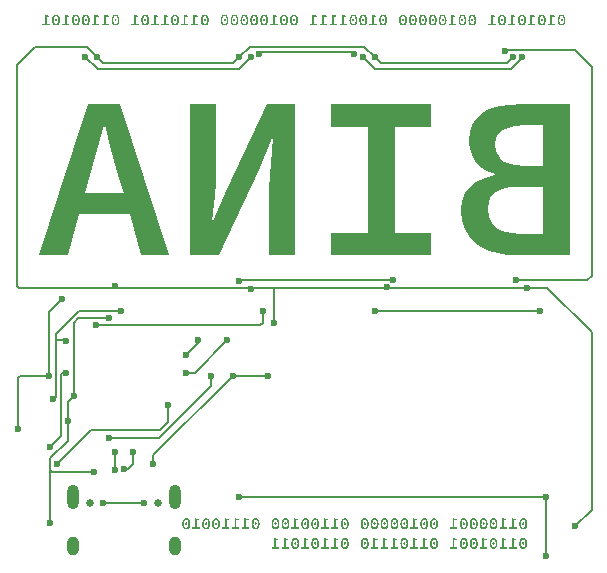
<source format=gbr>
%TF.GenerationSoftware,KiCad,Pcbnew,9.0.4*%
%TF.CreationDate,2025-11-23T20:37:17+01:00*%
%TF.ProjectId,Bina_Badge,42696e61-5f42-4616-9467-652e6b696361,rev?*%
%TF.SameCoordinates,Original*%
%TF.FileFunction,Soldermask,Bot*%
%TF.FilePolarity,Negative*%
%FSLAX46Y46*%
G04 Gerber Fmt 4.6, Leading zero omitted, Abs format (unit mm)*
G04 Created by KiCad (PCBNEW 9.0.4) date 2025-11-23 20:37:17*
%MOMM*%
%LPD*%
G01*
G04 APERTURE LIST*
%ADD10C,0.300000*%
%ADD11C,0.250000*%
%ADD12C,0.650000*%
%ADD13O,1.000000X2.100000*%
%ADD14O,1.000000X1.600000*%
%ADD15C,0.600000*%
%ADD16C,0.200000*%
G04 APERTURE END LIST*
D10*
G36*
X142512350Y-67310001D02*
G01*
X138200487Y-67310001D01*
X137265875Y-67262497D01*
X136430428Y-67126177D01*
X135682099Y-66908221D01*
X134982913Y-66583166D01*
X134410410Y-66169008D01*
X133947609Y-65663559D01*
X133607100Y-65072647D01*
X133395043Y-64375635D01*
X133320149Y-63546951D01*
X133336936Y-63389659D01*
X135554727Y-63389659D01*
X135643480Y-64070221D01*
X135889491Y-64586014D01*
X136289897Y-64977970D01*
X136805958Y-65243295D01*
X137503898Y-65420920D01*
X138435571Y-65487460D01*
X140239304Y-65487460D01*
X140239304Y-61488472D01*
X138435571Y-61488472D01*
X137470637Y-61547784D01*
X136769075Y-61703360D01*
X136270236Y-61929575D01*
X135880693Y-62277379D01*
X135641562Y-62749827D01*
X135554727Y-63389659D01*
X133336936Y-63389659D01*
X133410351Y-62701779D01*
X133661897Y-62028732D01*
X134064723Y-61489327D01*
X134603345Y-61067068D01*
X135302995Y-60736986D01*
X136200993Y-60508814D01*
X136200993Y-60430168D01*
X135485381Y-60166420D01*
X134937199Y-59803713D01*
X134526342Y-59342799D01*
X134223415Y-58793853D01*
X134046014Y-58231936D01*
X134014638Y-57921183D01*
X136220655Y-57921183D01*
X136291257Y-58494410D01*
X136488381Y-58942026D01*
X136808791Y-59294072D01*
X137230153Y-59534453D01*
X137847931Y-59700295D01*
X138729639Y-59764240D01*
X140239304Y-59764240D01*
X140239304Y-56314065D01*
X138690316Y-56314065D01*
X137854552Y-56363305D01*
X137252051Y-56491849D01*
X136828453Y-56677377D01*
X136498854Y-56966138D01*
X136295187Y-57367551D01*
X136220655Y-57921183D01*
X134014638Y-57921183D01*
X133986932Y-57646776D01*
X134058782Y-56883693D01*
X134258666Y-56270427D01*
X134575068Y-55775510D01*
X135003721Y-55364691D01*
X135533522Y-55034567D01*
X136182186Y-54785594D01*
X137244875Y-54569457D01*
X138533879Y-54491525D01*
X142512350Y-54491525D01*
X142512350Y-67310001D01*
G37*
G36*
X130802616Y-67310001D02*
G01*
X130802616Y-65389153D01*
X127705494Y-65389153D01*
X127705494Y-56412373D01*
X130802616Y-56412373D01*
X130802616Y-54491525D01*
X122335327Y-54491525D01*
X122335327Y-56412373D01*
X125432448Y-56412373D01*
X125432448Y-65389153D01*
X122335327Y-65389153D01*
X122335327Y-67310001D01*
X130802616Y-67310001D01*
G37*
G36*
X119249318Y-67310001D02*
G01*
X119249318Y-54491525D01*
X116858303Y-54491525D01*
X113467968Y-61685088D01*
X112311356Y-64429156D01*
X112252371Y-64429156D01*
X112448987Y-62292886D01*
X112537385Y-61145148D01*
X112566101Y-60058308D01*
X112566101Y-54491525D01*
X110390508Y-54491525D01*
X110390508Y-67310001D01*
X112781523Y-67310001D01*
X116172713Y-60096776D01*
X117328470Y-57373225D01*
X117387455Y-57373225D01*
X117191694Y-59509495D01*
X117102920Y-60622506D01*
X117073725Y-61704749D01*
X117073725Y-67310001D01*
X119249318Y-67310001D01*
G37*
G36*
X108558565Y-67310001D02*
G01*
X106246195Y-67310001D01*
X105246876Y-63841019D01*
X100973481Y-63841019D01*
X99993823Y-67310001D01*
X97583146Y-67310001D01*
X99285703Y-62056947D01*
X101482971Y-62056947D01*
X104736530Y-62056947D01*
X104286024Y-60489153D01*
X103697888Y-58402464D01*
X103149074Y-56255936D01*
X103071283Y-56255936D01*
X102502807Y-58402464D01*
X101934332Y-60489153D01*
X101482971Y-62056947D01*
X99285703Y-62056947D01*
X101737717Y-54491525D01*
X104403994Y-54491525D01*
X108558565Y-67310001D01*
G37*
D11*
G36*
X141855893Y-47282287D02*
G01*
X141887211Y-47302252D01*
X141902867Y-47321643D01*
X141912492Y-47345449D01*
X141915910Y-47374975D01*
X141912492Y-47404544D01*
X141902867Y-47428391D01*
X141887211Y-47447821D01*
X141855898Y-47467737D01*
X141819312Y-47474382D01*
X141781640Y-47467654D01*
X141750741Y-47447821D01*
X141735481Y-47428442D01*
X141726065Y-47404596D01*
X141722714Y-47374975D01*
X141726064Y-47345397D01*
X141735481Y-47321592D01*
X141750741Y-47302252D01*
X141781645Y-47282371D01*
X141819312Y-47275629D01*
X141855893Y-47282287D01*
G37*
G36*
X141879256Y-46927714D02*
G01*
X141932316Y-46941825D01*
X141979710Y-46964784D01*
X142022357Y-46996876D01*
X142060807Y-47039019D01*
X142097065Y-47098380D01*
X142124873Y-47172844D01*
X142143081Y-47265638D01*
X142149711Y-47380593D01*
X142143168Y-47494571D01*
X142125087Y-47587889D01*
X142097281Y-47663968D01*
X142060807Y-47725708D01*
X142022099Y-47769867D01*
X141979308Y-47803319D01*
X141931911Y-47827144D01*
X141878992Y-47841739D01*
X141819312Y-47846791D01*
X141759604Y-47841738D01*
X141706673Y-47827140D01*
X141659277Y-47803313D01*
X141616500Y-47769862D01*
X141577817Y-47725708D01*
X141541343Y-47663968D01*
X141513537Y-47587889D01*
X141495456Y-47494571D01*
X141488912Y-47380593D01*
X141634481Y-47380593D01*
X141638715Y-47475671D01*
X141649996Y-47548073D01*
X141666518Y-47602169D01*
X141686993Y-47641749D01*
X141716465Y-47677836D01*
X141747891Y-47701975D01*
X141781814Y-47716068D01*
X141819312Y-47720823D01*
X141856778Y-47716070D01*
X141890680Y-47701979D01*
X141922098Y-47677840D01*
X141951569Y-47641749D01*
X141972045Y-47602169D01*
X141988567Y-47548073D01*
X141999847Y-47475671D01*
X142004082Y-47380593D01*
X142000986Y-47299030D01*
X141992652Y-47235185D01*
X141980329Y-47185992D01*
X141961070Y-47139320D01*
X141939027Y-47105158D01*
X141914506Y-47081029D01*
X141885160Y-47063072D01*
X141853679Y-47052404D01*
X141819312Y-47048789D01*
X141784906Y-47052407D01*
X141753426Y-47063077D01*
X141724118Y-47081029D01*
X141699597Y-47105158D01*
X141677554Y-47139320D01*
X141658295Y-47185992D01*
X141645939Y-47235188D01*
X141637584Y-47299032D01*
X141634481Y-47380593D01*
X141488912Y-47380593D01*
X141495543Y-47265638D01*
X141513751Y-47172844D01*
X141541559Y-47098380D01*
X141577817Y-47039019D01*
X141616243Y-46996881D01*
X141658875Y-46964790D01*
X141706268Y-46941829D01*
X141759340Y-46927715D01*
X141819312Y-46922821D01*
X141879256Y-46927714D01*
G37*
G36*
X141276849Y-47830000D02*
G01*
X141276849Y-47698414D01*
X141029064Y-47698414D01*
X141029064Y-47113208D01*
X141226473Y-47113208D01*
X141226473Y-47012397D01*
X141146298Y-46998013D01*
X141087866Y-46983026D01*
X141034731Y-46963625D01*
X140985650Y-46939612D01*
X140868047Y-46939612D01*
X140868047Y-47698414D01*
X140649694Y-47698414D01*
X140649694Y-47830000D01*
X141276849Y-47830000D01*
G37*
G36*
X140177457Y-47282287D02*
G01*
X140208775Y-47302252D01*
X140224430Y-47321643D01*
X140234055Y-47345449D01*
X140237473Y-47374975D01*
X140234055Y-47404544D01*
X140224430Y-47428391D01*
X140208775Y-47447821D01*
X140177461Y-47467737D01*
X140140875Y-47474382D01*
X140103203Y-47467654D01*
X140072304Y-47447821D01*
X140057045Y-47428442D01*
X140047628Y-47404596D01*
X140044277Y-47374975D01*
X140047628Y-47345397D01*
X140057044Y-47321592D01*
X140072304Y-47302252D01*
X140103208Y-47282371D01*
X140140875Y-47275629D01*
X140177457Y-47282287D01*
G37*
G36*
X140200819Y-46927714D02*
G01*
X140253879Y-46941825D01*
X140301273Y-46964784D01*
X140343920Y-46996876D01*
X140382370Y-47039019D01*
X140418628Y-47098380D01*
X140446436Y-47172844D01*
X140464644Y-47265638D01*
X140471275Y-47380593D01*
X140464731Y-47494571D01*
X140446650Y-47587889D01*
X140418844Y-47663968D01*
X140382370Y-47725708D01*
X140343662Y-47769867D01*
X140300871Y-47803319D01*
X140253474Y-47827144D01*
X140200555Y-47841739D01*
X140140875Y-47846791D01*
X140081167Y-47841738D01*
X140028236Y-47827140D01*
X139980841Y-47803313D01*
X139938063Y-47769862D01*
X139899380Y-47725708D01*
X139862906Y-47663968D01*
X139835100Y-47587889D01*
X139817019Y-47494571D01*
X139810476Y-47380593D01*
X139956044Y-47380593D01*
X139960279Y-47475671D01*
X139971559Y-47548073D01*
X139988081Y-47602169D01*
X140008557Y-47641749D01*
X140038028Y-47677836D01*
X140069455Y-47701975D01*
X140103377Y-47716068D01*
X140140875Y-47720823D01*
X140178341Y-47716070D01*
X140212244Y-47701979D01*
X140243661Y-47677840D01*
X140273133Y-47641749D01*
X140293608Y-47602169D01*
X140310130Y-47548073D01*
X140321410Y-47475671D01*
X140325645Y-47380593D01*
X140322549Y-47299030D01*
X140314216Y-47235185D01*
X140301892Y-47185992D01*
X140282633Y-47139320D01*
X140260590Y-47105158D01*
X140236069Y-47081029D01*
X140206723Y-47063072D01*
X140175242Y-47052404D01*
X140140875Y-47048789D01*
X140106469Y-47052407D01*
X140074990Y-47063077D01*
X140045681Y-47081029D01*
X140021160Y-47105158D01*
X139999117Y-47139320D01*
X139979858Y-47185992D01*
X139967502Y-47235188D01*
X139959148Y-47299032D01*
X139956044Y-47380593D01*
X139810476Y-47380593D01*
X139817106Y-47265638D01*
X139835314Y-47172844D01*
X139863122Y-47098380D01*
X139899380Y-47039019D01*
X139937806Y-46996881D01*
X139980438Y-46964790D01*
X140027831Y-46941829D01*
X140080903Y-46927715D01*
X140140875Y-46922821D01*
X140200819Y-46927714D01*
G37*
G36*
X139598412Y-47830000D02*
G01*
X139598412Y-47698414D01*
X139350627Y-47698414D01*
X139350627Y-47113208D01*
X139548037Y-47113208D01*
X139548037Y-47012397D01*
X139467861Y-46998013D01*
X139409429Y-46983026D01*
X139356294Y-46963625D01*
X139307213Y-46939612D01*
X139189610Y-46939612D01*
X139189610Y-47698414D01*
X138971257Y-47698414D01*
X138971257Y-47830000D01*
X139598412Y-47830000D01*
G37*
G36*
X138499020Y-47282287D02*
G01*
X138530338Y-47302252D01*
X138545994Y-47321643D01*
X138555618Y-47345449D01*
X138559036Y-47374975D01*
X138555618Y-47404544D01*
X138545993Y-47428391D01*
X138530338Y-47447821D01*
X138499024Y-47467737D01*
X138462438Y-47474382D01*
X138424766Y-47467654D01*
X138393867Y-47447821D01*
X138378608Y-47428442D01*
X138369191Y-47404596D01*
X138365840Y-47374975D01*
X138369191Y-47345397D01*
X138378607Y-47321592D01*
X138393867Y-47302252D01*
X138424771Y-47282371D01*
X138462438Y-47275629D01*
X138499020Y-47282287D01*
G37*
G36*
X138522382Y-46927714D02*
G01*
X138575442Y-46941825D01*
X138622836Y-46964784D01*
X138665483Y-46996876D01*
X138703933Y-47039019D01*
X138740191Y-47098380D01*
X138768000Y-47172844D01*
X138786207Y-47265638D01*
X138792838Y-47380593D01*
X138786294Y-47494571D01*
X138768213Y-47587889D01*
X138740407Y-47663968D01*
X138703933Y-47725708D01*
X138665226Y-47769867D01*
X138622434Y-47803319D01*
X138575037Y-47827144D01*
X138522118Y-47841739D01*
X138462438Y-47846791D01*
X138402730Y-47841738D01*
X138349799Y-47827140D01*
X138302404Y-47803313D01*
X138259626Y-47769862D01*
X138220943Y-47725708D01*
X138184469Y-47663968D01*
X138156663Y-47587889D01*
X138138582Y-47494571D01*
X138132039Y-47380593D01*
X138277607Y-47380593D01*
X138281842Y-47475671D01*
X138293123Y-47548073D01*
X138309644Y-47602169D01*
X138330120Y-47641749D01*
X138359591Y-47677836D01*
X138391018Y-47701975D01*
X138424940Y-47716068D01*
X138462438Y-47720823D01*
X138499904Y-47716070D01*
X138533807Y-47701979D01*
X138565224Y-47677840D01*
X138594696Y-47641749D01*
X138615171Y-47602169D01*
X138631693Y-47548073D01*
X138642974Y-47475671D01*
X138647208Y-47380593D01*
X138644112Y-47299030D01*
X138635779Y-47235185D01*
X138623455Y-47185992D01*
X138604196Y-47139320D01*
X138582153Y-47105158D01*
X138557632Y-47081029D01*
X138528286Y-47063072D01*
X138496806Y-47052404D01*
X138462438Y-47048789D01*
X138428032Y-47052407D01*
X138396553Y-47063077D01*
X138367245Y-47081029D01*
X138342723Y-47105158D01*
X138320680Y-47139320D01*
X138301421Y-47185992D01*
X138289066Y-47235188D01*
X138280711Y-47299032D01*
X138277607Y-47380593D01*
X138132039Y-47380593D01*
X138138669Y-47265638D01*
X138156877Y-47172844D01*
X138184685Y-47098380D01*
X138220943Y-47039019D01*
X138259369Y-46996881D01*
X138302002Y-46964790D01*
X138349394Y-46941829D01*
X138402466Y-46927715D01*
X138462438Y-46922821D01*
X138522382Y-46927714D01*
G37*
G36*
X137919975Y-47830000D02*
G01*
X137919975Y-47698414D01*
X137672191Y-47698414D01*
X137672191Y-47113208D01*
X137869600Y-47113208D01*
X137869600Y-47012397D01*
X137789425Y-46998013D01*
X137730992Y-46983026D01*
X137677857Y-46963625D01*
X137628776Y-46939612D01*
X137511173Y-46939612D01*
X137511173Y-47698414D01*
X137292820Y-47698414D01*
X137292820Y-47830000D01*
X137919975Y-47830000D01*
G37*
G36*
X136820583Y-47282287D02*
G01*
X136851901Y-47302252D01*
X136867557Y-47321643D01*
X136877182Y-47345449D01*
X136880599Y-47374975D01*
X136877182Y-47404544D01*
X136867556Y-47428391D01*
X136851901Y-47447821D01*
X136820588Y-47467737D01*
X136784001Y-47474382D01*
X136746330Y-47467654D01*
X136715430Y-47447821D01*
X136700171Y-47428442D01*
X136690754Y-47404596D01*
X136687403Y-47374975D01*
X136690754Y-47345397D01*
X136700170Y-47321592D01*
X136715430Y-47302252D01*
X136746334Y-47282371D01*
X136784001Y-47275629D01*
X136820583Y-47282287D01*
G37*
G36*
X136843945Y-46927714D02*
G01*
X136897005Y-46941825D01*
X136944399Y-46964784D01*
X136987046Y-46996876D01*
X137025497Y-47039019D01*
X137061755Y-47098380D01*
X137089563Y-47172844D01*
X137107770Y-47265638D01*
X137114401Y-47380593D01*
X137107858Y-47494571D01*
X137089776Y-47587889D01*
X137061970Y-47663968D01*
X137025497Y-47725708D01*
X136986789Y-47769867D01*
X136943998Y-47803319D01*
X136896600Y-47827144D01*
X136843682Y-47841739D01*
X136784001Y-47846791D01*
X136724293Y-47841738D01*
X136671362Y-47827140D01*
X136623967Y-47803313D01*
X136581189Y-47769862D01*
X136542506Y-47725708D01*
X136506032Y-47663968D01*
X136478227Y-47587889D01*
X136460145Y-47494571D01*
X136453602Y-47380593D01*
X136599171Y-47380593D01*
X136603405Y-47475671D01*
X136614686Y-47548073D01*
X136631207Y-47602169D01*
X136651683Y-47641749D01*
X136681154Y-47677836D01*
X136712581Y-47701975D01*
X136746503Y-47716068D01*
X136784001Y-47720823D01*
X136821467Y-47716070D01*
X136855370Y-47701979D01*
X136886787Y-47677840D01*
X136916259Y-47641749D01*
X136936735Y-47602169D01*
X136953256Y-47548073D01*
X136964537Y-47475671D01*
X136968771Y-47380593D01*
X136965676Y-47299030D01*
X136957342Y-47235185D01*
X136945018Y-47185992D01*
X136925759Y-47139320D01*
X136903716Y-47105158D01*
X136879195Y-47081029D01*
X136849849Y-47063072D01*
X136818369Y-47052404D01*
X136784001Y-47048789D01*
X136749595Y-47052407D01*
X136718116Y-47063077D01*
X136688808Y-47081029D01*
X136664287Y-47105158D01*
X136642244Y-47139320D01*
X136622984Y-47185992D01*
X136610629Y-47235188D01*
X136602274Y-47299032D01*
X136599171Y-47380593D01*
X136453602Y-47380593D01*
X136460232Y-47265638D01*
X136478440Y-47172844D01*
X136506248Y-47098380D01*
X136542506Y-47039019D01*
X136580932Y-46996881D01*
X136623565Y-46964790D01*
X136670957Y-46941829D01*
X136724029Y-46927715D01*
X136784001Y-46922821D01*
X136843945Y-46927714D01*
G37*
G36*
X136241538Y-47830000D02*
G01*
X136241538Y-47698414D01*
X135993754Y-47698414D01*
X135993754Y-47113208D01*
X136191163Y-47113208D01*
X136191163Y-47012397D01*
X136110988Y-46998013D01*
X136052555Y-46983026D01*
X135999421Y-46963625D01*
X135950339Y-46939612D01*
X135832737Y-46939612D01*
X135832737Y-47698414D01*
X135614383Y-47698414D01*
X135614383Y-47830000D01*
X136241538Y-47830000D01*
G37*
G36*
X134302928Y-47282287D02*
G01*
X134334246Y-47302252D01*
X134349901Y-47321643D01*
X134359526Y-47345449D01*
X134362944Y-47374975D01*
X134359526Y-47404544D01*
X134349901Y-47428391D01*
X134334246Y-47447821D01*
X134302932Y-47467737D01*
X134266346Y-47474382D01*
X134228674Y-47467654D01*
X134197775Y-47447821D01*
X134182516Y-47428442D01*
X134173099Y-47404596D01*
X134169748Y-47374975D01*
X134173099Y-47345397D01*
X134182515Y-47321592D01*
X134197775Y-47302252D01*
X134228679Y-47282371D01*
X134266346Y-47275629D01*
X134302928Y-47282287D01*
G37*
G36*
X134326290Y-46927714D02*
G01*
X134379350Y-46941825D01*
X134426744Y-46964784D01*
X134469391Y-46996876D01*
X134507841Y-47039019D01*
X134544099Y-47098380D01*
X134571907Y-47172844D01*
X134590115Y-47265638D01*
X134596746Y-47380593D01*
X134590202Y-47494571D01*
X134572121Y-47587889D01*
X134544315Y-47663968D01*
X134507841Y-47725708D01*
X134469133Y-47769867D01*
X134426342Y-47803319D01*
X134378945Y-47827144D01*
X134326026Y-47841739D01*
X134266346Y-47846791D01*
X134206638Y-47841738D01*
X134153707Y-47827140D01*
X134106312Y-47803313D01*
X134063534Y-47769862D01*
X134024851Y-47725708D01*
X133988377Y-47663968D01*
X133960571Y-47587889D01*
X133942490Y-47494571D01*
X133935947Y-47380593D01*
X134081515Y-47380593D01*
X134085750Y-47475671D01*
X134097030Y-47548073D01*
X134113552Y-47602169D01*
X134134028Y-47641749D01*
X134163499Y-47677836D01*
X134194926Y-47701975D01*
X134228848Y-47716068D01*
X134266346Y-47720823D01*
X134303812Y-47716070D01*
X134337715Y-47701979D01*
X134369132Y-47677840D01*
X134398604Y-47641749D01*
X134419079Y-47602169D01*
X134435601Y-47548073D01*
X134446882Y-47475671D01*
X134451116Y-47380593D01*
X134448020Y-47299030D01*
X134439687Y-47235185D01*
X134427363Y-47185992D01*
X134408104Y-47139320D01*
X134386061Y-47105158D01*
X134361540Y-47081029D01*
X134332194Y-47063072D01*
X134300713Y-47052404D01*
X134266346Y-47048789D01*
X134231940Y-47052407D01*
X134200461Y-47063077D01*
X134171152Y-47081029D01*
X134146631Y-47105158D01*
X134124588Y-47139320D01*
X134105329Y-47185992D01*
X134092974Y-47235188D01*
X134084619Y-47299032D01*
X134081515Y-47380593D01*
X133935947Y-47380593D01*
X133942577Y-47265638D01*
X133960785Y-47172844D01*
X133988593Y-47098380D01*
X134024851Y-47039019D01*
X134063277Y-46996881D01*
X134105909Y-46964790D01*
X134153302Y-46941829D01*
X134206374Y-46927715D01*
X134266346Y-46922821D01*
X134326290Y-46927714D01*
G37*
G36*
X133463709Y-47282287D02*
G01*
X133495027Y-47302252D01*
X133510683Y-47321643D01*
X133520308Y-47345449D01*
X133523726Y-47374975D01*
X133520308Y-47404544D01*
X133510682Y-47428391D01*
X133495027Y-47447821D01*
X133463714Y-47467737D01*
X133427128Y-47474382D01*
X133389456Y-47467654D01*
X133358557Y-47447821D01*
X133343297Y-47428442D01*
X133333880Y-47404596D01*
X133330530Y-47374975D01*
X133333880Y-47345397D01*
X133343297Y-47321592D01*
X133358557Y-47302252D01*
X133389461Y-47282371D01*
X133427128Y-47275629D01*
X133463709Y-47282287D01*
G37*
G36*
X133487071Y-46927714D02*
G01*
X133540131Y-46941825D01*
X133587526Y-46964784D01*
X133630172Y-46996876D01*
X133668623Y-47039019D01*
X133704881Y-47098380D01*
X133732689Y-47172844D01*
X133750897Y-47265638D01*
X133757527Y-47380593D01*
X133750984Y-47494571D01*
X133732902Y-47587889D01*
X133705097Y-47663968D01*
X133668623Y-47725708D01*
X133629915Y-47769867D01*
X133587124Y-47803319D01*
X133539727Y-47827144D01*
X133486808Y-47841739D01*
X133427128Y-47846791D01*
X133367419Y-47841738D01*
X133314489Y-47827140D01*
X133267093Y-47803313D01*
X133224316Y-47769862D01*
X133185633Y-47725708D01*
X133149159Y-47663968D01*
X133121353Y-47587889D01*
X133103271Y-47494571D01*
X133096728Y-47380593D01*
X133242297Y-47380593D01*
X133246531Y-47475671D01*
X133257812Y-47548073D01*
X133274333Y-47602169D01*
X133294809Y-47641749D01*
X133324281Y-47677836D01*
X133355707Y-47701975D01*
X133389630Y-47716068D01*
X133427128Y-47720823D01*
X133464594Y-47716070D01*
X133498496Y-47701979D01*
X133529913Y-47677840D01*
X133559385Y-47641749D01*
X133579861Y-47602169D01*
X133596382Y-47548073D01*
X133607663Y-47475671D01*
X133611897Y-47380593D01*
X133608802Y-47299030D01*
X133600468Y-47235185D01*
X133588145Y-47185992D01*
X133568886Y-47139320D01*
X133546843Y-47105158D01*
X133522321Y-47081029D01*
X133492976Y-47063072D01*
X133461495Y-47052404D01*
X133427128Y-47048789D01*
X133392722Y-47052407D01*
X133361242Y-47063077D01*
X133331934Y-47081029D01*
X133307413Y-47105158D01*
X133285370Y-47139320D01*
X133266111Y-47185992D01*
X133253755Y-47235188D01*
X133245400Y-47299032D01*
X133242297Y-47380593D01*
X133096728Y-47380593D01*
X133103359Y-47265638D01*
X133121566Y-47172844D01*
X133149374Y-47098380D01*
X133185633Y-47039019D01*
X133224058Y-46996881D01*
X133266691Y-46964790D01*
X133314084Y-46941829D01*
X133367156Y-46927715D01*
X133427128Y-46922821D01*
X133487071Y-46927714D01*
G37*
G36*
X132884664Y-47830000D02*
G01*
X132884664Y-47698414D01*
X132636880Y-47698414D01*
X132636880Y-47113208D01*
X132834289Y-47113208D01*
X132834289Y-47012397D01*
X132754114Y-46998013D01*
X132695681Y-46983026D01*
X132642547Y-46963625D01*
X132593466Y-46939612D01*
X132475863Y-46939612D01*
X132475863Y-47698414D01*
X132257510Y-47698414D01*
X132257510Y-47830000D01*
X132884664Y-47830000D01*
G37*
G36*
X131785272Y-47282287D02*
G01*
X131816590Y-47302252D01*
X131832246Y-47321643D01*
X131841871Y-47345449D01*
X131845289Y-47374975D01*
X131841871Y-47404544D01*
X131832245Y-47428391D01*
X131816590Y-47447821D01*
X131785277Y-47467737D01*
X131748691Y-47474382D01*
X131711019Y-47467654D01*
X131680120Y-47447821D01*
X131664860Y-47428442D01*
X131655443Y-47404596D01*
X131652093Y-47374975D01*
X131655443Y-47345397D01*
X131664860Y-47321592D01*
X131680120Y-47302252D01*
X131711024Y-47282371D01*
X131748691Y-47275629D01*
X131785272Y-47282287D01*
G37*
G36*
X131808635Y-46927714D02*
G01*
X131861694Y-46941825D01*
X131909089Y-46964784D01*
X131951736Y-46996876D01*
X131990186Y-47039019D01*
X132026444Y-47098380D01*
X132054252Y-47172844D01*
X132072460Y-47265638D01*
X132079090Y-47380593D01*
X132072547Y-47494571D01*
X132054466Y-47587889D01*
X132026660Y-47663968D01*
X131990186Y-47725708D01*
X131951478Y-47769867D01*
X131908687Y-47803319D01*
X131861290Y-47827144D01*
X131808371Y-47841739D01*
X131748691Y-47846791D01*
X131688983Y-47841738D01*
X131636052Y-47827140D01*
X131588656Y-47803313D01*
X131545879Y-47769862D01*
X131507196Y-47725708D01*
X131470722Y-47663968D01*
X131442916Y-47587889D01*
X131424835Y-47494571D01*
X131418291Y-47380593D01*
X131563860Y-47380593D01*
X131568094Y-47475671D01*
X131579375Y-47548073D01*
X131595897Y-47602169D01*
X131616372Y-47641749D01*
X131645844Y-47677836D01*
X131677270Y-47701975D01*
X131711193Y-47716068D01*
X131748691Y-47720823D01*
X131786157Y-47716070D01*
X131820059Y-47701979D01*
X131851476Y-47677840D01*
X131880948Y-47641749D01*
X131901424Y-47602169D01*
X131917946Y-47548073D01*
X131929226Y-47475671D01*
X131933461Y-47380593D01*
X131930365Y-47299030D01*
X131922031Y-47235185D01*
X131909708Y-47185992D01*
X131890449Y-47139320D01*
X131868406Y-47105158D01*
X131843884Y-47081029D01*
X131814539Y-47063072D01*
X131783058Y-47052404D01*
X131748691Y-47048789D01*
X131714285Y-47052407D01*
X131682805Y-47063077D01*
X131653497Y-47081029D01*
X131628976Y-47105158D01*
X131606933Y-47139320D01*
X131587674Y-47185992D01*
X131575318Y-47235188D01*
X131566963Y-47299032D01*
X131563860Y-47380593D01*
X131418291Y-47380593D01*
X131424922Y-47265638D01*
X131443129Y-47172844D01*
X131470938Y-47098380D01*
X131507196Y-47039019D01*
X131545621Y-46996881D01*
X131588254Y-46964790D01*
X131635647Y-46941829D01*
X131688719Y-46927715D01*
X131748691Y-46922821D01*
X131808635Y-46927714D01*
G37*
G36*
X130946054Y-47282287D02*
G01*
X130977372Y-47302252D01*
X130993028Y-47321643D01*
X131002653Y-47345449D01*
X131006070Y-47374975D01*
X131002653Y-47404544D01*
X130993027Y-47428391D01*
X130977372Y-47447821D01*
X130946059Y-47467737D01*
X130909472Y-47474382D01*
X130871801Y-47467654D01*
X130840901Y-47447821D01*
X130825642Y-47428442D01*
X130816225Y-47404596D01*
X130812874Y-47374975D01*
X130816225Y-47345397D01*
X130825641Y-47321592D01*
X130840901Y-47302252D01*
X130871805Y-47282371D01*
X130909472Y-47275629D01*
X130946054Y-47282287D01*
G37*
G36*
X130969416Y-46927714D02*
G01*
X131022476Y-46941825D01*
X131069871Y-46964784D01*
X131112517Y-46996876D01*
X131150968Y-47039019D01*
X131187226Y-47098380D01*
X131215034Y-47172844D01*
X131233241Y-47265638D01*
X131239872Y-47380593D01*
X131233329Y-47494571D01*
X131215247Y-47587889D01*
X131187442Y-47663968D01*
X131150968Y-47725708D01*
X131112260Y-47769867D01*
X131069469Y-47803319D01*
X131022071Y-47827144D01*
X130969153Y-47841739D01*
X130909472Y-47846791D01*
X130849764Y-47841738D01*
X130796833Y-47827140D01*
X130749438Y-47803313D01*
X130706660Y-47769862D01*
X130667977Y-47725708D01*
X130631503Y-47663968D01*
X130603698Y-47587889D01*
X130585616Y-47494571D01*
X130579073Y-47380593D01*
X130724642Y-47380593D01*
X130728876Y-47475671D01*
X130740157Y-47548073D01*
X130756678Y-47602169D01*
X130777154Y-47641749D01*
X130806625Y-47677836D01*
X130838052Y-47701975D01*
X130871974Y-47716068D01*
X130909472Y-47720823D01*
X130946938Y-47716070D01*
X130980841Y-47701979D01*
X131012258Y-47677840D01*
X131041730Y-47641749D01*
X131062206Y-47602169D01*
X131078727Y-47548073D01*
X131090008Y-47475671D01*
X131094242Y-47380593D01*
X131091147Y-47299030D01*
X131082813Y-47235185D01*
X131070490Y-47185992D01*
X131051230Y-47139320D01*
X131029187Y-47105158D01*
X131004666Y-47081029D01*
X130975321Y-47063072D01*
X130943840Y-47052404D01*
X130909472Y-47048789D01*
X130875066Y-47052407D01*
X130843587Y-47063077D01*
X130814279Y-47081029D01*
X130789758Y-47105158D01*
X130767715Y-47139320D01*
X130748455Y-47185992D01*
X130736100Y-47235188D01*
X130727745Y-47299032D01*
X130724642Y-47380593D01*
X130579073Y-47380593D01*
X130585703Y-47265638D01*
X130603911Y-47172844D01*
X130631719Y-47098380D01*
X130667977Y-47039019D01*
X130706403Y-46996881D01*
X130749036Y-46964790D01*
X130796428Y-46941829D01*
X130849500Y-46927715D01*
X130909472Y-46922821D01*
X130969416Y-46927714D01*
G37*
G36*
X130106836Y-47282287D02*
G01*
X130138154Y-47302252D01*
X130153809Y-47321643D01*
X130163434Y-47345449D01*
X130166852Y-47374975D01*
X130163434Y-47404544D01*
X130153809Y-47428391D01*
X130138154Y-47447821D01*
X130106840Y-47467737D01*
X130070254Y-47474382D01*
X130032582Y-47467654D01*
X130001683Y-47447821D01*
X129986424Y-47428442D01*
X129977007Y-47404596D01*
X129973656Y-47374975D01*
X129977006Y-47345397D01*
X129986423Y-47321592D01*
X130001683Y-47302252D01*
X130032587Y-47282371D01*
X130070254Y-47275629D01*
X130106836Y-47282287D01*
G37*
G36*
X130130198Y-46927714D02*
G01*
X130183258Y-46941825D01*
X130230652Y-46964784D01*
X130273299Y-46996876D01*
X130311749Y-47039019D01*
X130348007Y-47098380D01*
X130375815Y-47172844D01*
X130394023Y-47265638D01*
X130400654Y-47380593D01*
X130394110Y-47494571D01*
X130376029Y-47587889D01*
X130348223Y-47663968D01*
X130311749Y-47725708D01*
X130273041Y-47769867D01*
X130230250Y-47803319D01*
X130182853Y-47827144D01*
X130129934Y-47841739D01*
X130070254Y-47846791D01*
X130010546Y-47841738D01*
X129957615Y-47827140D01*
X129910219Y-47803313D01*
X129867442Y-47769862D01*
X129828759Y-47725708D01*
X129792285Y-47663968D01*
X129764479Y-47587889D01*
X129746398Y-47494571D01*
X129739854Y-47380593D01*
X129885423Y-47380593D01*
X129889658Y-47475671D01*
X129900938Y-47548073D01*
X129917460Y-47602169D01*
X129937935Y-47641749D01*
X129967407Y-47677836D01*
X129998833Y-47701975D01*
X130032756Y-47716068D01*
X130070254Y-47720823D01*
X130107720Y-47716070D01*
X130141623Y-47701979D01*
X130173040Y-47677840D01*
X130202512Y-47641749D01*
X130222987Y-47602169D01*
X130239509Y-47548073D01*
X130250789Y-47475671D01*
X130255024Y-47380593D01*
X130251928Y-47299030D01*
X130243594Y-47235185D01*
X130231271Y-47185992D01*
X130212012Y-47139320D01*
X130189969Y-47105158D01*
X130165448Y-47081029D01*
X130136102Y-47063072D01*
X130104621Y-47052404D01*
X130070254Y-47048789D01*
X130035848Y-47052407D01*
X130004368Y-47063077D01*
X129975060Y-47081029D01*
X129950539Y-47105158D01*
X129928496Y-47139320D01*
X129909237Y-47185992D01*
X129896881Y-47235188D01*
X129888527Y-47299032D01*
X129885423Y-47380593D01*
X129739854Y-47380593D01*
X129746485Y-47265638D01*
X129764693Y-47172844D01*
X129792501Y-47098380D01*
X129828759Y-47039019D01*
X129867185Y-46996881D01*
X129909817Y-46964790D01*
X129957210Y-46941829D01*
X130010282Y-46927715D01*
X130070254Y-46922821D01*
X130130198Y-46927714D01*
G37*
G36*
X129267617Y-47282287D02*
G01*
X129298935Y-47302252D01*
X129314591Y-47321643D01*
X129324216Y-47345449D01*
X129327634Y-47374975D01*
X129324216Y-47404544D01*
X129314590Y-47428391D01*
X129298935Y-47447821D01*
X129267622Y-47467737D01*
X129231036Y-47474382D01*
X129193364Y-47467654D01*
X129162464Y-47447821D01*
X129147205Y-47428442D01*
X129137788Y-47404596D01*
X129134438Y-47374975D01*
X129137788Y-47345397D01*
X129147204Y-47321592D01*
X129162464Y-47302252D01*
X129193369Y-47282371D01*
X129231036Y-47275629D01*
X129267617Y-47282287D01*
G37*
G36*
X129290979Y-46927714D02*
G01*
X129344039Y-46941825D01*
X129391434Y-46964784D01*
X129434080Y-46996876D01*
X129472531Y-47039019D01*
X129508789Y-47098380D01*
X129536597Y-47172844D01*
X129554805Y-47265638D01*
X129561435Y-47380593D01*
X129554892Y-47494571D01*
X129536810Y-47587889D01*
X129509005Y-47663968D01*
X129472531Y-47725708D01*
X129433823Y-47769867D01*
X129391032Y-47803319D01*
X129343635Y-47827144D01*
X129290716Y-47841739D01*
X129231036Y-47846791D01*
X129171327Y-47841738D01*
X129118396Y-47827140D01*
X129071001Y-47803313D01*
X129028224Y-47769862D01*
X128989540Y-47725708D01*
X128953067Y-47663968D01*
X128925261Y-47587889D01*
X128907179Y-47494571D01*
X128900636Y-47380593D01*
X129046205Y-47380593D01*
X129050439Y-47475671D01*
X129061720Y-47548073D01*
X129078241Y-47602169D01*
X129098717Y-47641749D01*
X129128188Y-47677836D01*
X129159615Y-47701975D01*
X129193538Y-47716068D01*
X129231036Y-47720823D01*
X129268502Y-47716070D01*
X129302404Y-47701979D01*
X129333821Y-47677840D01*
X129363293Y-47641749D01*
X129383769Y-47602169D01*
X129400290Y-47548073D01*
X129411571Y-47475671D01*
X129415805Y-47380593D01*
X129412710Y-47299030D01*
X129404376Y-47235185D01*
X129392053Y-47185992D01*
X129372793Y-47139320D01*
X129350750Y-47105158D01*
X129326229Y-47081029D01*
X129296884Y-47063072D01*
X129265403Y-47052404D01*
X129231036Y-47048789D01*
X129196629Y-47052407D01*
X129165150Y-47063077D01*
X129135842Y-47081029D01*
X129111321Y-47105158D01*
X129089278Y-47139320D01*
X129070018Y-47185992D01*
X129057663Y-47235188D01*
X129049308Y-47299032D01*
X129046205Y-47380593D01*
X128900636Y-47380593D01*
X128907267Y-47265638D01*
X128925474Y-47172844D01*
X128953282Y-47098380D01*
X128989540Y-47039019D01*
X129027966Y-46996881D01*
X129070599Y-46964790D01*
X129117992Y-46941829D01*
X129171063Y-46927715D01*
X129231036Y-46922821D01*
X129290979Y-46927714D01*
G37*
G36*
X128428399Y-47282287D02*
G01*
X128459717Y-47302252D01*
X128475372Y-47321643D01*
X128484997Y-47345449D01*
X128488415Y-47374975D01*
X128484997Y-47404544D01*
X128475372Y-47428391D01*
X128459717Y-47447821D01*
X128428403Y-47467737D01*
X128391817Y-47474382D01*
X128354145Y-47467654D01*
X128323246Y-47447821D01*
X128307987Y-47428442D01*
X128298570Y-47404596D01*
X128295219Y-47374975D01*
X128298570Y-47345397D01*
X128307986Y-47321592D01*
X128323246Y-47302252D01*
X128354150Y-47282371D01*
X128391817Y-47275629D01*
X128428399Y-47282287D01*
G37*
G36*
X128451761Y-46927714D02*
G01*
X128504821Y-46941825D01*
X128552215Y-46964784D01*
X128594862Y-46996876D01*
X128633312Y-47039019D01*
X128669570Y-47098380D01*
X128697379Y-47172844D01*
X128715586Y-47265638D01*
X128722217Y-47380593D01*
X128715673Y-47494571D01*
X128697592Y-47587889D01*
X128669786Y-47663968D01*
X128633312Y-47725708D01*
X128594605Y-47769867D01*
X128551813Y-47803319D01*
X128504416Y-47827144D01*
X128451497Y-47841739D01*
X128391817Y-47846791D01*
X128332109Y-47841738D01*
X128279178Y-47827140D01*
X128231783Y-47803313D01*
X128189005Y-47769862D01*
X128150322Y-47725708D01*
X128113848Y-47663968D01*
X128086042Y-47587889D01*
X128067961Y-47494571D01*
X128061418Y-47380593D01*
X128206986Y-47380593D01*
X128211221Y-47475671D01*
X128222501Y-47548073D01*
X128239023Y-47602169D01*
X128259499Y-47641749D01*
X128288970Y-47677836D01*
X128320397Y-47701975D01*
X128354319Y-47716068D01*
X128391817Y-47720823D01*
X128429283Y-47716070D01*
X128463186Y-47701979D01*
X128494603Y-47677840D01*
X128524075Y-47641749D01*
X128544550Y-47602169D01*
X128561072Y-47548073D01*
X128572353Y-47475671D01*
X128576587Y-47380593D01*
X128573491Y-47299030D01*
X128565158Y-47235185D01*
X128552834Y-47185992D01*
X128533575Y-47139320D01*
X128511532Y-47105158D01*
X128487011Y-47081029D01*
X128457665Y-47063072D01*
X128426184Y-47052404D01*
X128391817Y-47048789D01*
X128357411Y-47052407D01*
X128325932Y-47063077D01*
X128296624Y-47081029D01*
X128272102Y-47105158D01*
X128250059Y-47139320D01*
X128230800Y-47185992D01*
X128218445Y-47235188D01*
X128210090Y-47299032D01*
X128206986Y-47380593D01*
X128061418Y-47380593D01*
X128068048Y-47265638D01*
X128086256Y-47172844D01*
X128114064Y-47098380D01*
X128150322Y-47039019D01*
X128188748Y-46996881D01*
X128231381Y-46964790D01*
X128278773Y-46941829D01*
X128331845Y-46927715D01*
X128391817Y-46922821D01*
X128451761Y-46927714D01*
G37*
G36*
X126749962Y-47282287D02*
G01*
X126781280Y-47302252D01*
X126796936Y-47321643D01*
X126806561Y-47345449D01*
X126809978Y-47374975D01*
X126806560Y-47404544D01*
X126796935Y-47428391D01*
X126781280Y-47447821D01*
X126749966Y-47467737D01*
X126713380Y-47474382D01*
X126675709Y-47467654D01*
X126644809Y-47447821D01*
X126629550Y-47428442D01*
X126620133Y-47404596D01*
X126616782Y-47374975D01*
X126620133Y-47345397D01*
X126629549Y-47321592D01*
X126644809Y-47302252D01*
X126675713Y-47282371D01*
X126713380Y-47275629D01*
X126749962Y-47282287D01*
G37*
G36*
X126773324Y-46927714D02*
G01*
X126826384Y-46941825D01*
X126873778Y-46964784D01*
X126916425Y-46996876D01*
X126954875Y-47039019D01*
X126991134Y-47098380D01*
X127018942Y-47172844D01*
X127037149Y-47265638D01*
X127043780Y-47380593D01*
X127037237Y-47494571D01*
X127019155Y-47587889D01*
X126991349Y-47663968D01*
X126954875Y-47725708D01*
X126916168Y-47769867D01*
X126873376Y-47803319D01*
X126825979Y-47827144D01*
X126773060Y-47841739D01*
X126713380Y-47846791D01*
X126653672Y-47841738D01*
X126600741Y-47827140D01*
X126553346Y-47803313D01*
X126510568Y-47769862D01*
X126471885Y-47725708D01*
X126435411Y-47663968D01*
X126407606Y-47587889D01*
X126389524Y-47494571D01*
X126382981Y-47380593D01*
X126528550Y-47380593D01*
X126532784Y-47475671D01*
X126544065Y-47548073D01*
X126560586Y-47602169D01*
X126581062Y-47641749D01*
X126610533Y-47677836D01*
X126641960Y-47701975D01*
X126675882Y-47716068D01*
X126713380Y-47720823D01*
X126750846Y-47716070D01*
X126784749Y-47701979D01*
X126816166Y-47677840D01*
X126845638Y-47641749D01*
X126866114Y-47602169D01*
X126882635Y-47548073D01*
X126893916Y-47475671D01*
X126898150Y-47380593D01*
X126895054Y-47299030D01*
X126886721Y-47235185D01*
X126874397Y-47185992D01*
X126855138Y-47139320D01*
X126833095Y-47105158D01*
X126808574Y-47081029D01*
X126779228Y-47063072D01*
X126747748Y-47052404D01*
X126713380Y-47048789D01*
X126678974Y-47052407D01*
X126647495Y-47063077D01*
X126618187Y-47081029D01*
X126593665Y-47105158D01*
X126571622Y-47139320D01*
X126552363Y-47185992D01*
X126540008Y-47235188D01*
X126531653Y-47299032D01*
X126528550Y-47380593D01*
X126382981Y-47380593D01*
X126389611Y-47265638D01*
X126407819Y-47172844D01*
X126435627Y-47098380D01*
X126471885Y-47039019D01*
X126510311Y-46996881D01*
X126552944Y-46964790D01*
X126600336Y-46941829D01*
X126653408Y-46927715D01*
X126713380Y-46922821D01*
X126773324Y-46927714D01*
G37*
G36*
X126170917Y-47830000D02*
G01*
X126170917Y-47698414D01*
X125923133Y-47698414D01*
X125923133Y-47113208D01*
X126120542Y-47113208D01*
X126120542Y-47012397D01*
X126040367Y-46998013D01*
X125981934Y-46983026D01*
X125928799Y-46963625D01*
X125879718Y-46939612D01*
X125762115Y-46939612D01*
X125762115Y-47698414D01*
X125543762Y-47698414D01*
X125543762Y-47830000D01*
X126170917Y-47830000D01*
G37*
G36*
X125071525Y-47282287D02*
G01*
X125102843Y-47302252D01*
X125118499Y-47321643D01*
X125128124Y-47345449D01*
X125131542Y-47374975D01*
X125128124Y-47404544D01*
X125118498Y-47428391D01*
X125102843Y-47447821D01*
X125071530Y-47467737D01*
X125034943Y-47474382D01*
X124997272Y-47467654D01*
X124966372Y-47447821D01*
X124951113Y-47428442D01*
X124941696Y-47404596D01*
X124938345Y-47374975D01*
X124941696Y-47345397D01*
X124951112Y-47321592D01*
X124966372Y-47302252D01*
X124997276Y-47282371D01*
X125034943Y-47275629D01*
X125071525Y-47282287D01*
G37*
G36*
X125094887Y-46927714D02*
G01*
X125147947Y-46941825D01*
X125195342Y-46964784D01*
X125237988Y-46996876D01*
X125276439Y-47039019D01*
X125312697Y-47098380D01*
X125340505Y-47172844D01*
X125358712Y-47265638D01*
X125365343Y-47380593D01*
X125358800Y-47494571D01*
X125340718Y-47587889D01*
X125312913Y-47663968D01*
X125276439Y-47725708D01*
X125237731Y-47769867D01*
X125194940Y-47803319D01*
X125147542Y-47827144D01*
X125094624Y-47841739D01*
X125034943Y-47846791D01*
X124975235Y-47841738D01*
X124922304Y-47827140D01*
X124874909Y-47803313D01*
X124832131Y-47769862D01*
X124793448Y-47725708D01*
X124756974Y-47663968D01*
X124729169Y-47587889D01*
X124711087Y-47494571D01*
X124704544Y-47380593D01*
X124850113Y-47380593D01*
X124854347Y-47475671D01*
X124865628Y-47548073D01*
X124882149Y-47602169D01*
X124902625Y-47641749D01*
X124932096Y-47677836D01*
X124963523Y-47701975D01*
X124997446Y-47716068D01*
X125034943Y-47720823D01*
X125072409Y-47716070D01*
X125106312Y-47701979D01*
X125137729Y-47677840D01*
X125167201Y-47641749D01*
X125187677Y-47602169D01*
X125204198Y-47548073D01*
X125215479Y-47475671D01*
X125219713Y-47380593D01*
X125216618Y-47299030D01*
X125208284Y-47235185D01*
X125195961Y-47185992D01*
X125176701Y-47139320D01*
X125154658Y-47105158D01*
X125130137Y-47081029D01*
X125100792Y-47063072D01*
X125069311Y-47052404D01*
X125034943Y-47048789D01*
X125000537Y-47052407D01*
X124969058Y-47063077D01*
X124939750Y-47081029D01*
X124915229Y-47105158D01*
X124893186Y-47139320D01*
X124873926Y-47185992D01*
X124861571Y-47235188D01*
X124853216Y-47299032D01*
X124850113Y-47380593D01*
X124704544Y-47380593D01*
X124711174Y-47265638D01*
X124729382Y-47172844D01*
X124757190Y-47098380D01*
X124793448Y-47039019D01*
X124831874Y-46996881D01*
X124874507Y-46964790D01*
X124921899Y-46941829D01*
X124974971Y-46927715D01*
X125034943Y-46922821D01*
X125094887Y-46927714D01*
G37*
G36*
X124232307Y-47282287D02*
G01*
X124263625Y-47302252D01*
X124279280Y-47321643D01*
X124288905Y-47345449D01*
X124292323Y-47374975D01*
X124288905Y-47404544D01*
X124279280Y-47428391D01*
X124263625Y-47447821D01*
X124232311Y-47467737D01*
X124195725Y-47474382D01*
X124158053Y-47467654D01*
X124127154Y-47447821D01*
X124111895Y-47428442D01*
X124102478Y-47404596D01*
X124099127Y-47374975D01*
X124102478Y-47345397D01*
X124111894Y-47321592D01*
X124127154Y-47302252D01*
X124158058Y-47282371D01*
X124195725Y-47275629D01*
X124232307Y-47282287D01*
G37*
G36*
X124255669Y-46927714D02*
G01*
X124308729Y-46941825D01*
X124356123Y-46964784D01*
X124398770Y-46996876D01*
X124437220Y-47039019D01*
X124473478Y-47098380D01*
X124501286Y-47172844D01*
X124519494Y-47265638D01*
X124526125Y-47380593D01*
X124519581Y-47494571D01*
X124501500Y-47587889D01*
X124473694Y-47663968D01*
X124437220Y-47725708D01*
X124398512Y-47769867D01*
X124355721Y-47803319D01*
X124308324Y-47827144D01*
X124255405Y-47841739D01*
X124195725Y-47846791D01*
X124136017Y-47841738D01*
X124083086Y-47827140D01*
X124035690Y-47803313D01*
X123992913Y-47769862D01*
X123954230Y-47725708D01*
X123917756Y-47663968D01*
X123889950Y-47587889D01*
X123871869Y-47494571D01*
X123865326Y-47380593D01*
X124010894Y-47380593D01*
X124015129Y-47475671D01*
X124026409Y-47548073D01*
X124042931Y-47602169D01*
X124063406Y-47641749D01*
X124092878Y-47677836D01*
X124124305Y-47701975D01*
X124158227Y-47716068D01*
X124195725Y-47720823D01*
X124233191Y-47716070D01*
X124267094Y-47701979D01*
X124298511Y-47677840D01*
X124327983Y-47641749D01*
X124348458Y-47602169D01*
X124364980Y-47548073D01*
X124376260Y-47475671D01*
X124380495Y-47380593D01*
X124377399Y-47299030D01*
X124369065Y-47235185D01*
X124356742Y-47185992D01*
X124337483Y-47139320D01*
X124315440Y-47105158D01*
X124290919Y-47081029D01*
X124261573Y-47063072D01*
X124230092Y-47052404D01*
X124195725Y-47048789D01*
X124161319Y-47052407D01*
X124129840Y-47063077D01*
X124100531Y-47081029D01*
X124076010Y-47105158D01*
X124053967Y-47139320D01*
X124034708Y-47185992D01*
X124022352Y-47235188D01*
X124013998Y-47299032D01*
X124010894Y-47380593D01*
X123865326Y-47380593D01*
X123871956Y-47265638D01*
X123890164Y-47172844D01*
X123917972Y-47098380D01*
X123954230Y-47039019D01*
X123992656Y-46996881D01*
X124035288Y-46964790D01*
X124082681Y-46941829D01*
X124135753Y-46927715D01*
X124195725Y-46922821D01*
X124255669Y-46927714D01*
G37*
G36*
X123653262Y-47830000D02*
G01*
X123653262Y-47698414D01*
X123405477Y-47698414D01*
X123405477Y-47113208D01*
X123602887Y-47113208D01*
X123602887Y-47012397D01*
X123522711Y-46998013D01*
X123464279Y-46983026D01*
X123411144Y-46963625D01*
X123362063Y-46939612D01*
X123244460Y-46939612D01*
X123244460Y-47698414D01*
X123026107Y-47698414D01*
X123026107Y-47830000D01*
X123653262Y-47830000D01*
G37*
G36*
X122814043Y-47830000D02*
G01*
X122814043Y-47698414D01*
X122566259Y-47698414D01*
X122566259Y-47113208D01*
X122763668Y-47113208D01*
X122763668Y-47012397D01*
X122683493Y-46998013D01*
X122625060Y-46983026D01*
X122571926Y-46963625D01*
X122522845Y-46939612D01*
X122405242Y-46939612D01*
X122405242Y-47698414D01*
X122186889Y-47698414D01*
X122186889Y-47830000D01*
X122814043Y-47830000D01*
G37*
G36*
X121974825Y-47830000D02*
G01*
X121974825Y-47698414D01*
X121727040Y-47698414D01*
X121727040Y-47113208D01*
X121924450Y-47113208D01*
X121924450Y-47012397D01*
X121844274Y-46998013D01*
X121785842Y-46983026D01*
X121732707Y-46963625D01*
X121683626Y-46939612D01*
X121566023Y-46939612D01*
X121566023Y-47698414D01*
X121347670Y-47698414D01*
X121347670Y-47830000D01*
X121974825Y-47830000D01*
G37*
G36*
X121135606Y-47830000D02*
G01*
X121135606Y-47698414D01*
X120887822Y-47698414D01*
X120887822Y-47113208D01*
X121085231Y-47113208D01*
X121085231Y-47012397D01*
X121005056Y-46998013D01*
X120946624Y-46983026D01*
X120893489Y-46963625D01*
X120844408Y-46939612D01*
X120726805Y-46939612D01*
X120726805Y-47698414D01*
X120508452Y-47698414D01*
X120508452Y-47830000D01*
X121135606Y-47830000D01*
G37*
G36*
X119196996Y-47282287D02*
G01*
X119228314Y-47302252D01*
X119243970Y-47321643D01*
X119253595Y-47345449D01*
X119257013Y-47374975D01*
X119253595Y-47404544D01*
X119243969Y-47428391D01*
X119228314Y-47447821D01*
X119197001Y-47467737D01*
X119160415Y-47474382D01*
X119122743Y-47467654D01*
X119091843Y-47447821D01*
X119076584Y-47428442D01*
X119067167Y-47404596D01*
X119063816Y-47374975D01*
X119067167Y-47345397D01*
X119076583Y-47321592D01*
X119091843Y-47302252D01*
X119122747Y-47282371D01*
X119160415Y-47275629D01*
X119196996Y-47282287D01*
G37*
G36*
X119220358Y-46927714D02*
G01*
X119273418Y-46941825D01*
X119320813Y-46964784D01*
X119363459Y-46996876D01*
X119401910Y-47039019D01*
X119438168Y-47098380D01*
X119465976Y-47172844D01*
X119484184Y-47265638D01*
X119490814Y-47380593D01*
X119484271Y-47494571D01*
X119466189Y-47587889D01*
X119438384Y-47663968D01*
X119401910Y-47725708D01*
X119363202Y-47769867D01*
X119320411Y-47803319D01*
X119273013Y-47827144D01*
X119220095Y-47841739D01*
X119160415Y-47846791D01*
X119100706Y-47841738D01*
X119047775Y-47827140D01*
X119000380Y-47803313D01*
X118957602Y-47769862D01*
X118918919Y-47725708D01*
X118882445Y-47663968D01*
X118854640Y-47587889D01*
X118836558Y-47494571D01*
X118830015Y-47380593D01*
X118975584Y-47380593D01*
X118979818Y-47475671D01*
X118991099Y-47548073D01*
X119007620Y-47602169D01*
X119028096Y-47641749D01*
X119057567Y-47677836D01*
X119088994Y-47701975D01*
X119122917Y-47716068D01*
X119160415Y-47720823D01*
X119197881Y-47716070D01*
X119231783Y-47701979D01*
X119263200Y-47677840D01*
X119292672Y-47641749D01*
X119313148Y-47602169D01*
X119329669Y-47548073D01*
X119340950Y-47475671D01*
X119345184Y-47380593D01*
X119342089Y-47299030D01*
X119333755Y-47235185D01*
X119321432Y-47185992D01*
X119302172Y-47139320D01*
X119280129Y-47105158D01*
X119255608Y-47081029D01*
X119226263Y-47063072D01*
X119194782Y-47052404D01*
X119160415Y-47048789D01*
X119126008Y-47052407D01*
X119094529Y-47063077D01*
X119065221Y-47081029D01*
X119040700Y-47105158D01*
X119018657Y-47139320D01*
X118999397Y-47185992D01*
X118987042Y-47235188D01*
X118978687Y-47299032D01*
X118975584Y-47380593D01*
X118830015Y-47380593D01*
X118836645Y-47265638D01*
X118854853Y-47172844D01*
X118882661Y-47098380D01*
X118918919Y-47039019D01*
X118957345Y-46996881D01*
X118999978Y-46964790D01*
X119047370Y-46941829D01*
X119100442Y-46927715D01*
X119160415Y-46922821D01*
X119220358Y-46927714D01*
G37*
G36*
X118357778Y-47282287D02*
G01*
X118389096Y-47302252D01*
X118404751Y-47321643D01*
X118414376Y-47345449D01*
X118417794Y-47374975D01*
X118414376Y-47404544D01*
X118404751Y-47428391D01*
X118389096Y-47447821D01*
X118357782Y-47467737D01*
X118321196Y-47474382D01*
X118283524Y-47467654D01*
X118252625Y-47447821D01*
X118237366Y-47428442D01*
X118227949Y-47404596D01*
X118224598Y-47374975D01*
X118227949Y-47345397D01*
X118237365Y-47321592D01*
X118252625Y-47302252D01*
X118283529Y-47282371D01*
X118321196Y-47275629D01*
X118357778Y-47282287D01*
G37*
G36*
X118381140Y-46927714D02*
G01*
X118434200Y-46941825D01*
X118481594Y-46964784D01*
X118524241Y-46996876D01*
X118562691Y-47039019D01*
X118598949Y-47098380D01*
X118626757Y-47172844D01*
X118644965Y-47265638D01*
X118651596Y-47380593D01*
X118645052Y-47494571D01*
X118626971Y-47587889D01*
X118599165Y-47663968D01*
X118562691Y-47725708D01*
X118523983Y-47769867D01*
X118481192Y-47803319D01*
X118433795Y-47827144D01*
X118380876Y-47841739D01*
X118321196Y-47846791D01*
X118261488Y-47841738D01*
X118208557Y-47827140D01*
X118161162Y-47803313D01*
X118118384Y-47769862D01*
X118079701Y-47725708D01*
X118043227Y-47663968D01*
X118015421Y-47587889D01*
X117997340Y-47494571D01*
X117990797Y-47380593D01*
X118136365Y-47380593D01*
X118140600Y-47475671D01*
X118151880Y-47548073D01*
X118168402Y-47602169D01*
X118188878Y-47641749D01*
X118218349Y-47677836D01*
X118249776Y-47701975D01*
X118283698Y-47716068D01*
X118321196Y-47720823D01*
X118358662Y-47716070D01*
X118392565Y-47701979D01*
X118423982Y-47677840D01*
X118453454Y-47641749D01*
X118473929Y-47602169D01*
X118490451Y-47548073D01*
X118501731Y-47475671D01*
X118505966Y-47380593D01*
X118502870Y-47299030D01*
X118494537Y-47235185D01*
X118482213Y-47185992D01*
X118462954Y-47139320D01*
X118440911Y-47105158D01*
X118416390Y-47081029D01*
X118387044Y-47063072D01*
X118355563Y-47052404D01*
X118321196Y-47048789D01*
X118286790Y-47052407D01*
X118255311Y-47063077D01*
X118226002Y-47081029D01*
X118201481Y-47105158D01*
X118179438Y-47139320D01*
X118160179Y-47185992D01*
X118147823Y-47235188D01*
X118139469Y-47299032D01*
X118136365Y-47380593D01*
X117990797Y-47380593D01*
X117997427Y-47265638D01*
X118015635Y-47172844D01*
X118043443Y-47098380D01*
X118079701Y-47039019D01*
X118118127Y-46996881D01*
X118160759Y-46964790D01*
X118208152Y-46941829D01*
X118261224Y-46927715D01*
X118321196Y-46922821D01*
X118381140Y-46927714D01*
G37*
G36*
X117778733Y-47830000D02*
G01*
X117778733Y-47698414D01*
X117530948Y-47698414D01*
X117530948Y-47113208D01*
X117728358Y-47113208D01*
X117728358Y-47012397D01*
X117648182Y-46998013D01*
X117589750Y-46983026D01*
X117536615Y-46963625D01*
X117487534Y-46939612D01*
X117369931Y-46939612D01*
X117369931Y-47698414D01*
X117151578Y-47698414D01*
X117151578Y-47830000D01*
X117778733Y-47830000D01*
G37*
G36*
X116679341Y-47282287D02*
G01*
X116710659Y-47302252D01*
X116726315Y-47321643D01*
X116735939Y-47345449D01*
X116739357Y-47374975D01*
X116735939Y-47404544D01*
X116726314Y-47428391D01*
X116710659Y-47447821D01*
X116679345Y-47467737D01*
X116642759Y-47474382D01*
X116605087Y-47467654D01*
X116574188Y-47447821D01*
X116558929Y-47428442D01*
X116549512Y-47404596D01*
X116546161Y-47374975D01*
X116549512Y-47345397D01*
X116558928Y-47321592D01*
X116574188Y-47302252D01*
X116605092Y-47282371D01*
X116642759Y-47275629D01*
X116679341Y-47282287D01*
G37*
G36*
X116702703Y-46927714D02*
G01*
X116755763Y-46941825D01*
X116803157Y-46964784D01*
X116845804Y-46996876D01*
X116884254Y-47039019D01*
X116920513Y-47098380D01*
X116948321Y-47172844D01*
X116966528Y-47265638D01*
X116973159Y-47380593D01*
X116966615Y-47494571D01*
X116948534Y-47587889D01*
X116920728Y-47663968D01*
X116884254Y-47725708D01*
X116845547Y-47769867D01*
X116802755Y-47803319D01*
X116755358Y-47827144D01*
X116702439Y-47841739D01*
X116642759Y-47846791D01*
X116583051Y-47841738D01*
X116530120Y-47827140D01*
X116482725Y-47803313D01*
X116439947Y-47769862D01*
X116401264Y-47725708D01*
X116364790Y-47663968D01*
X116336984Y-47587889D01*
X116318903Y-47494571D01*
X116312360Y-47380593D01*
X116457928Y-47380593D01*
X116462163Y-47475671D01*
X116473444Y-47548073D01*
X116489965Y-47602169D01*
X116510441Y-47641749D01*
X116539912Y-47677836D01*
X116571339Y-47701975D01*
X116605261Y-47716068D01*
X116642759Y-47720823D01*
X116680225Y-47716070D01*
X116714128Y-47701979D01*
X116745545Y-47677840D01*
X116775017Y-47641749D01*
X116795492Y-47602169D01*
X116812014Y-47548073D01*
X116823295Y-47475671D01*
X116827529Y-47380593D01*
X116824433Y-47299030D01*
X116816100Y-47235185D01*
X116803776Y-47185992D01*
X116784517Y-47139320D01*
X116762474Y-47105158D01*
X116737953Y-47081029D01*
X116708607Y-47063072D01*
X116677127Y-47052404D01*
X116642759Y-47048789D01*
X116608353Y-47052407D01*
X116576874Y-47063077D01*
X116547566Y-47081029D01*
X116523044Y-47105158D01*
X116501001Y-47139320D01*
X116481742Y-47185992D01*
X116469387Y-47235188D01*
X116461032Y-47299032D01*
X116457928Y-47380593D01*
X116312360Y-47380593D01*
X116318990Y-47265638D01*
X116337198Y-47172844D01*
X116365006Y-47098380D01*
X116401264Y-47039019D01*
X116439690Y-46996881D01*
X116482323Y-46964790D01*
X116529715Y-46941829D01*
X116582787Y-46927715D01*
X116642759Y-46922821D01*
X116702703Y-46927714D01*
G37*
G36*
X115840122Y-47282287D02*
G01*
X115871440Y-47302252D01*
X115887096Y-47321643D01*
X115896721Y-47345449D01*
X115900139Y-47374975D01*
X115896721Y-47404544D01*
X115887095Y-47428391D01*
X115871440Y-47447821D01*
X115840127Y-47467737D01*
X115803541Y-47474382D01*
X115765869Y-47467654D01*
X115734970Y-47447821D01*
X115719710Y-47428442D01*
X115710293Y-47404596D01*
X115706943Y-47374975D01*
X115710293Y-47345397D01*
X115719710Y-47321592D01*
X115734970Y-47302252D01*
X115765874Y-47282371D01*
X115803541Y-47275629D01*
X115840122Y-47282287D01*
G37*
G36*
X115863485Y-46927714D02*
G01*
X115916544Y-46941825D01*
X115963939Y-46964784D01*
X116006585Y-46996876D01*
X116045036Y-47039019D01*
X116081294Y-47098380D01*
X116109102Y-47172844D01*
X116127310Y-47265638D01*
X116133940Y-47380593D01*
X116127397Y-47494571D01*
X116109316Y-47587889D01*
X116081510Y-47663968D01*
X116045036Y-47725708D01*
X116006328Y-47769867D01*
X115963537Y-47803319D01*
X115916140Y-47827144D01*
X115863221Y-47841739D01*
X115803541Y-47846791D01*
X115743833Y-47841738D01*
X115690902Y-47827140D01*
X115643506Y-47803313D01*
X115600729Y-47769862D01*
X115562046Y-47725708D01*
X115525572Y-47663968D01*
X115497766Y-47587889D01*
X115479685Y-47494571D01*
X115473141Y-47380593D01*
X115618710Y-47380593D01*
X115622944Y-47475671D01*
X115634225Y-47548073D01*
X115650746Y-47602169D01*
X115671222Y-47641749D01*
X115700694Y-47677836D01*
X115732120Y-47701975D01*
X115766043Y-47716068D01*
X115803541Y-47720823D01*
X115841007Y-47716070D01*
X115874909Y-47701979D01*
X115906326Y-47677840D01*
X115935798Y-47641749D01*
X115956274Y-47602169D01*
X115972795Y-47548073D01*
X115984076Y-47475671D01*
X115988311Y-47380593D01*
X115985215Y-47299030D01*
X115976881Y-47235185D01*
X115964558Y-47185992D01*
X115945299Y-47139320D01*
X115923256Y-47105158D01*
X115898734Y-47081029D01*
X115869389Y-47063072D01*
X115837908Y-47052404D01*
X115803541Y-47048789D01*
X115769135Y-47052407D01*
X115737655Y-47063077D01*
X115708347Y-47081029D01*
X115683826Y-47105158D01*
X115661783Y-47139320D01*
X115642524Y-47185992D01*
X115630168Y-47235188D01*
X115621813Y-47299032D01*
X115618710Y-47380593D01*
X115473141Y-47380593D01*
X115479772Y-47265638D01*
X115497979Y-47172844D01*
X115525788Y-47098380D01*
X115562046Y-47039019D01*
X115600471Y-46996881D01*
X115643104Y-46964790D01*
X115690497Y-46941829D01*
X115743569Y-46927715D01*
X115803541Y-46922821D01*
X115863485Y-46927714D01*
G37*
G36*
X115000904Y-47282287D02*
G01*
X115032222Y-47302252D01*
X115047878Y-47321643D01*
X115057503Y-47345449D01*
X115060920Y-47374975D01*
X115057503Y-47404544D01*
X115047877Y-47428391D01*
X115032222Y-47447821D01*
X115000909Y-47467737D01*
X114964322Y-47474382D01*
X114926651Y-47467654D01*
X114895751Y-47447821D01*
X114880492Y-47428442D01*
X114871075Y-47404596D01*
X114867724Y-47374975D01*
X114871075Y-47345397D01*
X114880491Y-47321592D01*
X114895751Y-47302252D01*
X114926655Y-47282371D01*
X114964322Y-47275629D01*
X115000904Y-47282287D01*
G37*
G36*
X115024266Y-46927714D02*
G01*
X115077326Y-46941825D01*
X115124720Y-46964784D01*
X115167367Y-46996876D01*
X115205818Y-47039019D01*
X115242076Y-47098380D01*
X115269884Y-47172844D01*
X115288091Y-47265638D01*
X115294722Y-47380593D01*
X115288179Y-47494571D01*
X115270097Y-47587889D01*
X115242291Y-47663968D01*
X115205818Y-47725708D01*
X115167110Y-47769867D01*
X115124319Y-47803319D01*
X115076921Y-47827144D01*
X115024003Y-47841739D01*
X114964322Y-47846791D01*
X114904614Y-47841738D01*
X114851683Y-47827140D01*
X114804288Y-47803313D01*
X114761510Y-47769862D01*
X114722827Y-47725708D01*
X114686353Y-47663968D01*
X114658548Y-47587889D01*
X114640466Y-47494571D01*
X114633923Y-47380593D01*
X114779492Y-47380593D01*
X114783726Y-47475671D01*
X114795007Y-47548073D01*
X114811528Y-47602169D01*
X114832004Y-47641749D01*
X114861475Y-47677836D01*
X114892902Y-47701975D01*
X114926824Y-47716068D01*
X114964322Y-47720823D01*
X115001788Y-47716070D01*
X115035691Y-47701979D01*
X115067108Y-47677840D01*
X115096580Y-47641749D01*
X115117056Y-47602169D01*
X115133577Y-47548073D01*
X115144858Y-47475671D01*
X115149092Y-47380593D01*
X115145997Y-47299030D01*
X115137663Y-47235185D01*
X115125339Y-47185992D01*
X115106080Y-47139320D01*
X115084037Y-47105158D01*
X115059516Y-47081029D01*
X115030170Y-47063072D01*
X114998690Y-47052404D01*
X114964322Y-47048789D01*
X114929916Y-47052407D01*
X114898437Y-47063077D01*
X114869129Y-47081029D01*
X114844608Y-47105158D01*
X114822565Y-47139320D01*
X114803305Y-47185992D01*
X114790950Y-47235188D01*
X114782595Y-47299032D01*
X114779492Y-47380593D01*
X114633923Y-47380593D01*
X114640553Y-47265638D01*
X114658761Y-47172844D01*
X114686569Y-47098380D01*
X114722827Y-47039019D01*
X114761253Y-46996881D01*
X114803886Y-46964790D01*
X114851278Y-46941829D01*
X114904350Y-46927715D01*
X114964322Y-46922821D01*
X115024266Y-46927714D01*
G37*
G36*
X114161685Y-47282287D02*
G01*
X114193003Y-47302252D01*
X114208659Y-47321643D01*
X114218284Y-47345449D01*
X114221702Y-47374975D01*
X114218284Y-47404544D01*
X114208659Y-47428391D01*
X114193003Y-47447821D01*
X114161690Y-47467737D01*
X114125104Y-47474382D01*
X114087432Y-47467654D01*
X114056533Y-47447821D01*
X114041273Y-47428442D01*
X114031857Y-47404596D01*
X114028506Y-47374975D01*
X114031856Y-47345397D01*
X114041273Y-47321592D01*
X114056533Y-47302252D01*
X114087437Y-47282371D01*
X114125104Y-47275629D01*
X114161685Y-47282287D01*
G37*
G36*
X114185048Y-46927714D02*
G01*
X114238108Y-46941825D01*
X114285502Y-46964784D01*
X114328149Y-46996876D01*
X114366599Y-47039019D01*
X114402857Y-47098380D01*
X114430665Y-47172844D01*
X114448873Y-47265638D01*
X114455503Y-47380593D01*
X114448960Y-47494571D01*
X114430879Y-47587889D01*
X114403073Y-47663968D01*
X114366599Y-47725708D01*
X114327891Y-47769867D01*
X114285100Y-47803319D01*
X114237703Y-47827144D01*
X114184784Y-47841739D01*
X114125104Y-47846791D01*
X114065396Y-47841738D01*
X114012465Y-47827140D01*
X113965069Y-47803313D01*
X113922292Y-47769862D01*
X113883609Y-47725708D01*
X113847135Y-47663968D01*
X113819329Y-47587889D01*
X113801248Y-47494571D01*
X113794704Y-47380593D01*
X113940273Y-47380593D01*
X113944507Y-47475671D01*
X113955788Y-47548073D01*
X113972310Y-47602169D01*
X113992785Y-47641749D01*
X114022257Y-47677836D01*
X114053683Y-47701975D01*
X114087606Y-47716068D01*
X114125104Y-47720823D01*
X114162570Y-47716070D01*
X114196472Y-47701979D01*
X114227890Y-47677840D01*
X114257361Y-47641749D01*
X114277837Y-47602169D01*
X114294359Y-47548073D01*
X114305639Y-47475671D01*
X114309874Y-47380593D01*
X114306778Y-47299030D01*
X114298444Y-47235185D01*
X114286121Y-47185992D01*
X114266862Y-47139320D01*
X114244819Y-47105158D01*
X114220298Y-47081029D01*
X114190952Y-47063072D01*
X114159471Y-47052404D01*
X114125104Y-47048789D01*
X114090698Y-47052407D01*
X114059218Y-47063077D01*
X114029910Y-47081029D01*
X114005389Y-47105158D01*
X113983346Y-47139320D01*
X113964087Y-47185992D01*
X113951731Y-47235188D01*
X113943377Y-47299032D01*
X113940273Y-47380593D01*
X113794704Y-47380593D01*
X113801335Y-47265638D01*
X113819543Y-47172844D01*
X113847351Y-47098380D01*
X113883609Y-47039019D01*
X113922035Y-46996881D01*
X113964667Y-46964790D01*
X114012060Y-46941829D01*
X114065132Y-46927715D01*
X114125104Y-46922821D01*
X114185048Y-46927714D01*
G37*
G36*
X113322467Y-47282287D02*
G01*
X113353785Y-47302252D01*
X113369441Y-47321643D01*
X113379066Y-47345449D01*
X113382484Y-47374975D01*
X113379066Y-47404544D01*
X113369440Y-47428391D01*
X113353785Y-47447821D01*
X113322472Y-47467737D01*
X113285886Y-47474382D01*
X113248214Y-47467654D01*
X113217314Y-47447821D01*
X113202055Y-47428442D01*
X113192638Y-47404596D01*
X113189288Y-47374975D01*
X113192638Y-47345397D01*
X113202054Y-47321592D01*
X113217314Y-47302252D01*
X113248219Y-47282371D01*
X113285886Y-47275629D01*
X113322467Y-47282287D01*
G37*
G36*
X113345829Y-46927714D02*
G01*
X113398889Y-46941825D01*
X113446284Y-46964784D01*
X113488930Y-46996876D01*
X113527381Y-47039019D01*
X113563639Y-47098380D01*
X113591447Y-47172844D01*
X113609655Y-47265638D01*
X113616285Y-47380593D01*
X113609742Y-47494571D01*
X113591660Y-47587889D01*
X113563855Y-47663968D01*
X113527381Y-47725708D01*
X113488673Y-47769867D01*
X113445882Y-47803319D01*
X113398484Y-47827144D01*
X113345566Y-47841739D01*
X113285886Y-47846791D01*
X113226177Y-47841738D01*
X113173246Y-47827140D01*
X113125851Y-47803313D01*
X113083073Y-47769862D01*
X113044390Y-47725708D01*
X113007916Y-47663968D01*
X112980111Y-47587889D01*
X112962029Y-47494571D01*
X112955486Y-47380593D01*
X113101055Y-47380593D01*
X113105289Y-47475671D01*
X113116570Y-47548073D01*
X113133091Y-47602169D01*
X113153567Y-47641749D01*
X113183038Y-47677836D01*
X113214465Y-47701975D01*
X113248388Y-47716068D01*
X113285886Y-47720823D01*
X113323352Y-47716070D01*
X113357254Y-47701979D01*
X113388671Y-47677840D01*
X113418143Y-47641749D01*
X113438619Y-47602169D01*
X113455140Y-47548073D01*
X113466421Y-47475671D01*
X113470655Y-47380593D01*
X113467560Y-47299030D01*
X113459226Y-47235185D01*
X113446903Y-47185992D01*
X113427643Y-47139320D01*
X113405600Y-47105158D01*
X113381079Y-47081029D01*
X113351734Y-47063072D01*
X113320253Y-47052404D01*
X113285886Y-47048789D01*
X113251479Y-47052407D01*
X113220000Y-47063077D01*
X113190692Y-47081029D01*
X113166171Y-47105158D01*
X113144128Y-47139320D01*
X113124868Y-47185992D01*
X113112513Y-47235188D01*
X113104158Y-47299032D01*
X113101055Y-47380593D01*
X112955486Y-47380593D01*
X112962117Y-47265638D01*
X112980324Y-47172844D01*
X113008132Y-47098380D01*
X113044390Y-47039019D01*
X113082816Y-46996881D01*
X113125449Y-46964790D01*
X113172842Y-46941829D01*
X113225913Y-46927715D01*
X113285886Y-46922821D01*
X113345829Y-46927714D01*
G37*
G36*
X111644030Y-47282287D02*
G01*
X111675348Y-47302252D01*
X111691004Y-47321643D01*
X111700629Y-47345449D01*
X111704047Y-47374975D01*
X111700629Y-47404544D01*
X111691003Y-47428391D01*
X111675348Y-47447821D01*
X111644035Y-47467737D01*
X111607449Y-47474382D01*
X111569777Y-47467654D01*
X111538878Y-47447821D01*
X111523618Y-47428442D01*
X111514201Y-47404596D01*
X111510851Y-47374975D01*
X111514201Y-47345397D01*
X111523618Y-47321592D01*
X111538878Y-47302252D01*
X111569782Y-47282371D01*
X111607449Y-47275629D01*
X111644030Y-47282287D01*
G37*
G36*
X111667392Y-46927714D02*
G01*
X111720452Y-46941825D01*
X111767847Y-46964784D01*
X111810493Y-46996876D01*
X111848944Y-47039019D01*
X111885202Y-47098380D01*
X111913010Y-47172844D01*
X111931218Y-47265638D01*
X111937848Y-47380593D01*
X111931305Y-47494571D01*
X111913223Y-47587889D01*
X111885418Y-47663968D01*
X111848944Y-47725708D01*
X111810236Y-47769867D01*
X111767445Y-47803319D01*
X111720048Y-47827144D01*
X111667129Y-47841739D01*
X111607449Y-47846791D01*
X111547740Y-47841738D01*
X111494810Y-47827140D01*
X111447414Y-47803313D01*
X111404637Y-47769862D01*
X111365954Y-47725708D01*
X111329480Y-47663968D01*
X111301674Y-47587889D01*
X111283592Y-47494571D01*
X111277049Y-47380593D01*
X111422618Y-47380593D01*
X111426852Y-47475671D01*
X111438133Y-47548073D01*
X111454654Y-47602169D01*
X111475130Y-47641749D01*
X111504602Y-47677836D01*
X111536028Y-47701975D01*
X111569951Y-47716068D01*
X111607449Y-47720823D01*
X111644915Y-47716070D01*
X111678817Y-47701979D01*
X111710234Y-47677840D01*
X111739706Y-47641749D01*
X111760182Y-47602169D01*
X111776703Y-47548073D01*
X111787984Y-47475671D01*
X111792218Y-47380593D01*
X111789123Y-47299030D01*
X111780789Y-47235185D01*
X111768466Y-47185992D01*
X111749207Y-47139320D01*
X111727164Y-47105158D01*
X111702642Y-47081029D01*
X111673297Y-47063072D01*
X111641816Y-47052404D01*
X111607449Y-47048789D01*
X111573043Y-47052407D01*
X111541563Y-47063077D01*
X111512255Y-47081029D01*
X111487734Y-47105158D01*
X111465691Y-47139320D01*
X111446432Y-47185992D01*
X111434076Y-47235188D01*
X111425721Y-47299032D01*
X111422618Y-47380593D01*
X111277049Y-47380593D01*
X111283680Y-47265638D01*
X111301887Y-47172844D01*
X111329695Y-47098380D01*
X111365954Y-47039019D01*
X111404379Y-46996881D01*
X111447012Y-46964790D01*
X111494405Y-46941829D01*
X111547477Y-46927715D01*
X111607449Y-46922821D01*
X111667392Y-46927714D01*
G37*
G36*
X111064985Y-47830000D02*
G01*
X111064985Y-47698414D01*
X110817201Y-47698414D01*
X110817201Y-47113208D01*
X111014610Y-47113208D01*
X111014610Y-47012397D01*
X110934435Y-46998013D01*
X110876002Y-46983026D01*
X110822868Y-46963625D01*
X110773787Y-46939612D01*
X110656184Y-46939612D01*
X110656184Y-47698414D01*
X110437831Y-47698414D01*
X110437831Y-47830000D01*
X111064985Y-47830000D01*
G37*
G36*
X110225767Y-47830000D02*
G01*
X110225767Y-47698414D01*
X109977983Y-47698414D01*
X109977983Y-47113208D01*
X110175392Y-47113208D01*
X110175392Y-47012397D01*
X110095217Y-46998013D01*
X110036784Y-46983026D01*
X109983649Y-46963625D01*
X109934568Y-46939612D01*
X109816965Y-46939612D01*
X109816965Y-47698414D01*
X109598612Y-47698414D01*
X109598612Y-47830000D01*
X110225767Y-47830000D01*
G37*
G36*
X109126375Y-47282287D02*
G01*
X109157693Y-47302252D01*
X109173349Y-47321643D01*
X109182974Y-47345449D01*
X109186391Y-47374975D01*
X109182974Y-47404544D01*
X109173348Y-47428391D01*
X109157693Y-47447821D01*
X109126380Y-47467737D01*
X109089793Y-47474382D01*
X109052122Y-47467654D01*
X109021222Y-47447821D01*
X109005963Y-47428442D01*
X108996546Y-47404596D01*
X108993195Y-47374975D01*
X108996546Y-47345397D01*
X109005962Y-47321592D01*
X109021222Y-47302252D01*
X109052126Y-47282371D01*
X109089793Y-47275629D01*
X109126375Y-47282287D01*
G37*
G36*
X109149737Y-46927714D02*
G01*
X109202797Y-46941825D01*
X109250192Y-46964784D01*
X109292838Y-46996876D01*
X109331289Y-47039019D01*
X109367547Y-47098380D01*
X109395355Y-47172844D01*
X109413562Y-47265638D01*
X109420193Y-47380593D01*
X109413650Y-47494571D01*
X109395568Y-47587889D01*
X109367763Y-47663968D01*
X109331289Y-47725708D01*
X109292581Y-47769867D01*
X109249790Y-47803319D01*
X109202392Y-47827144D01*
X109149474Y-47841739D01*
X109089793Y-47846791D01*
X109030085Y-47841738D01*
X108977154Y-47827140D01*
X108929759Y-47803313D01*
X108886981Y-47769862D01*
X108848298Y-47725708D01*
X108811824Y-47663968D01*
X108784019Y-47587889D01*
X108765937Y-47494571D01*
X108759394Y-47380593D01*
X108904963Y-47380593D01*
X108909197Y-47475671D01*
X108920478Y-47548073D01*
X108936999Y-47602169D01*
X108957475Y-47641749D01*
X108986946Y-47677836D01*
X109018373Y-47701975D01*
X109052295Y-47716068D01*
X109089793Y-47720823D01*
X109127259Y-47716070D01*
X109161162Y-47701979D01*
X109192579Y-47677840D01*
X109222051Y-47641749D01*
X109242527Y-47602169D01*
X109259048Y-47548073D01*
X109270329Y-47475671D01*
X109274563Y-47380593D01*
X109271468Y-47299030D01*
X109263134Y-47235185D01*
X109250811Y-47185992D01*
X109231551Y-47139320D01*
X109209508Y-47105158D01*
X109184987Y-47081029D01*
X109155642Y-47063072D01*
X109124161Y-47052404D01*
X109089793Y-47048789D01*
X109055387Y-47052407D01*
X109023908Y-47063077D01*
X108994600Y-47081029D01*
X108970079Y-47105158D01*
X108948036Y-47139320D01*
X108928776Y-47185992D01*
X108916421Y-47235188D01*
X108908066Y-47299032D01*
X108904963Y-47380593D01*
X108759394Y-47380593D01*
X108766024Y-47265638D01*
X108784232Y-47172844D01*
X108812040Y-47098380D01*
X108848298Y-47039019D01*
X108886724Y-46996881D01*
X108929357Y-46964790D01*
X108976749Y-46941829D01*
X109029821Y-46927715D01*
X109089793Y-46922821D01*
X109149737Y-46927714D01*
G37*
G36*
X108547330Y-47830000D02*
G01*
X108547330Y-47698414D01*
X108299546Y-47698414D01*
X108299546Y-47113208D01*
X108496955Y-47113208D01*
X108496955Y-47012397D01*
X108416780Y-46998013D01*
X108358347Y-46983026D01*
X108305213Y-46963625D01*
X108256132Y-46939612D01*
X108138529Y-46939612D01*
X108138529Y-47698414D01*
X107920175Y-47698414D01*
X107920175Y-47830000D01*
X108547330Y-47830000D01*
G37*
G36*
X107708112Y-47830000D02*
G01*
X107708112Y-47698414D01*
X107460327Y-47698414D01*
X107460327Y-47113208D01*
X107657737Y-47113208D01*
X107657737Y-47012397D01*
X107577561Y-46998013D01*
X107519129Y-46983026D01*
X107465994Y-46963625D01*
X107416913Y-46939612D01*
X107299310Y-46939612D01*
X107299310Y-47698414D01*
X107080957Y-47698414D01*
X107080957Y-47830000D01*
X107708112Y-47830000D01*
G37*
G36*
X106608720Y-47282287D02*
G01*
X106640038Y-47302252D01*
X106655694Y-47321643D01*
X106665318Y-47345449D01*
X106668736Y-47374975D01*
X106665318Y-47404544D01*
X106655693Y-47428391D01*
X106640038Y-47447821D01*
X106608724Y-47467737D01*
X106572138Y-47474382D01*
X106534466Y-47467654D01*
X106503567Y-47447821D01*
X106488308Y-47428442D01*
X106478891Y-47404596D01*
X106475540Y-47374975D01*
X106478891Y-47345397D01*
X106488307Y-47321592D01*
X106503567Y-47302252D01*
X106534471Y-47282371D01*
X106572138Y-47275629D01*
X106608720Y-47282287D01*
G37*
G36*
X106632082Y-46927714D02*
G01*
X106685142Y-46941825D01*
X106732536Y-46964784D01*
X106775183Y-46996876D01*
X106813633Y-47039019D01*
X106849891Y-47098380D01*
X106877700Y-47172844D01*
X106895907Y-47265638D01*
X106902538Y-47380593D01*
X106895994Y-47494571D01*
X106877913Y-47587889D01*
X106850107Y-47663968D01*
X106813633Y-47725708D01*
X106774926Y-47769867D01*
X106732134Y-47803319D01*
X106684737Y-47827144D01*
X106631818Y-47841739D01*
X106572138Y-47846791D01*
X106512430Y-47841738D01*
X106459499Y-47827140D01*
X106412104Y-47803313D01*
X106369326Y-47769862D01*
X106330643Y-47725708D01*
X106294169Y-47663968D01*
X106266363Y-47587889D01*
X106248282Y-47494571D01*
X106241739Y-47380593D01*
X106387307Y-47380593D01*
X106391542Y-47475671D01*
X106402822Y-47548073D01*
X106419344Y-47602169D01*
X106439820Y-47641749D01*
X106469291Y-47677836D01*
X106500718Y-47701975D01*
X106534640Y-47716068D01*
X106572138Y-47720823D01*
X106609604Y-47716070D01*
X106643507Y-47701979D01*
X106674924Y-47677840D01*
X106704396Y-47641749D01*
X106724871Y-47602169D01*
X106741393Y-47548073D01*
X106752674Y-47475671D01*
X106756908Y-47380593D01*
X106753812Y-47299030D01*
X106745479Y-47235185D01*
X106733155Y-47185992D01*
X106713896Y-47139320D01*
X106691853Y-47105158D01*
X106667332Y-47081029D01*
X106637986Y-47063072D01*
X106606505Y-47052404D01*
X106572138Y-47048789D01*
X106537732Y-47052407D01*
X106506253Y-47063077D01*
X106476945Y-47081029D01*
X106452423Y-47105158D01*
X106430380Y-47139320D01*
X106411121Y-47185992D01*
X106398766Y-47235188D01*
X106390411Y-47299032D01*
X106387307Y-47380593D01*
X106241739Y-47380593D01*
X106248369Y-47265638D01*
X106266577Y-47172844D01*
X106294385Y-47098380D01*
X106330643Y-47039019D01*
X106369069Y-46996881D01*
X106411702Y-46964790D01*
X106459094Y-46941829D01*
X106512166Y-46927715D01*
X106572138Y-46922821D01*
X106632082Y-46927714D01*
G37*
G36*
X106029675Y-47830000D02*
G01*
X106029675Y-47698414D01*
X105781890Y-47698414D01*
X105781890Y-47113208D01*
X105979300Y-47113208D01*
X105979300Y-47012397D01*
X105899124Y-46998013D01*
X105840692Y-46983026D01*
X105787557Y-46963625D01*
X105738476Y-46939612D01*
X105620873Y-46939612D01*
X105620873Y-47698414D01*
X105402520Y-47698414D01*
X105402520Y-47830000D01*
X106029675Y-47830000D01*
G37*
G36*
X104091064Y-47282287D02*
G01*
X104122382Y-47302252D01*
X104138038Y-47321643D01*
X104147663Y-47345449D01*
X104151081Y-47374975D01*
X104147663Y-47404544D01*
X104138037Y-47428391D01*
X104122382Y-47447821D01*
X104091069Y-47467737D01*
X104054483Y-47474382D01*
X104016811Y-47467654D01*
X103985912Y-47447821D01*
X103970652Y-47428442D01*
X103961235Y-47404596D01*
X103957885Y-47374975D01*
X103961235Y-47345397D01*
X103970652Y-47321592D01*
X103985912Y-47302252D01*
X104016816Y-47282371D01*
X104054483Y-47275629D01*
X104091064Y-47282287D01*
G37*
G36*
X104114427Y-46927714D02*
G01*
X104167487Y-46941825D01*
X104214881Y-46964784D01*
X104257528Y-46996876D01*
X104295978Y-47039019D01*
X104332236Y-47098380D01*
X104360044Y-47172844D01*
X104378252Y-47265638D01*
X104384882Y-47380593D01*
X104378339Y-47494571D01*
X104360258Y-47587889D01*
X104332452Y-47663968D01*
X104295978Y-47725708D01*
X104257270Y-47769867D01*
X104214479Y-47803319D01*
X104167082Y-47827144D01*
X104114163Y-47841739D01*
X104054483Y-47846791D01*
X103994775Y-47841738D01*
X103941844Y-47827140D01*
X103894448Y-47803313D01*
X103851671Y-47769862D01*
X103812988Y-47725708D01*
X103776514Y-47663968D01*
X103748708Y-47587889D01*
X103730627Y-47494571D01*
X103724083Y-47380593D01*
X103869652Y-47380593D01*
X103873886Y-47475671D01*
X103885167Y-47548073D01*
X103901689Y-47602169D01*
X103922164Y-47641749D01*
X103951636Y-47677836D01*
X103983062Y-47701975D01*
X104016985Y-47716068D01*
X104054483Y-47720823D01*
X104091949Y-47716070D01*
X104125851Y-47701979D01*
X104157269Y-47677840D01*
X104186740Y-47641749D01*
X104207216Y-47602169D01*
X104223738Y-47548073D01*
X104235018Y-47475671D01*
X104239253Y-47380593D01*
X104236157Y-47299030D01*
X104227823Y-47235185D01*
X104215500Y-47185992D01*
X104196241Y-47139320D01*
X104174198Y-47105158D01*
X104149677Y-47081029D01*
X104120331Y-47063072D01*
X104088850Y-47052404D01*
X104054483Y-47048789D01*
X104020077Y-47052407D01*
X103988597Y-47063077D01*
X103959289Y-47081029D01*
X103934768Y-47105158D01*
X103912725Y-47139320D01*
X103893466Y-47185992D01*
X103881110Y-47235188D01*
X103872755Y-47299032D01*
X103869652Y-47380593D01*
X103724083Y-47380593D01*
X103730714Y-47265638D01*
X103748922Y-47172844D01*
X103776730Y-47098380D01*
X103812988Y-47039019D01*
X103851414Y-46996881D01*
X103894046Y-46964790D01*
X103941439Y-46941829D01*
X103994511Y-46927715D01*
X104054483Y-46922821D01*
X104114427Y-46927714D01*
G37*
G36*
X103512020Y-47830000D02*
G01*
X103512020Y-47698414D01*
X103264235Y-47698414D01*
X103264235Y-47113208D01*
X103461644Y-47113208D01*
X103461644Y-47012397D01*
X103381469Y-46998013D01*
X103323037Y-46983026D01*
X103269902Y-46963625D01*
X103220821Y-46939612D01*
X103103218Y-46939612D01*
X103103218Y-47698414D01*
X102884865Y-47698414D01*
X102884865Y-47830000D01*
X103512020Y-47830000D01*
G37*
G36*
X102672801Y-47830000D02*
G01*
X102672801Y-47698414D01*
X102425017Y-47698414D01*
X102425017Y-47113208D01*
X102622426Y-47113208D01*
X102622426Y-47012397D01*
X102542251Y-46998013D01*
X102483818Y-46983026D01*
X102430684Y-46963625D01*
X102381603Y-46939612D01*
X102264000Y-46939612D01*
X102264000Y-47698414D01*
X102045647Y-47698414D01*
X102045647Y-47830000D01*
X102672801Y-47830000D01*
G37*
G36*
X101573409Y-47282287D02*
G01*
X101604727Y-47302252D01*
X101620383Y-47321643D01*
X101630008Y-47345449D01*
X101633426Y-47374975D01*
X101630008Y-47404544D01*
X101620382Y-47428391D01*
X101604727Y-47447821D01*
X101573414Y-47467737D01*
X101536828Y-47474382D01*
X101499156Y-47467654D01*
X101468256Y-47447821D01*
X101452997Y-47428442D01*
X101443580Y-47404596D01*
X101440230Y-47374975D01*
X101443580Y-47345397D01*
X101452996Y-47321592D01*
X101468256Y-47302252D01*
X101499161Y-47282371D01*
X101536828Y-47275629D01*
X101573409Y-47282287D01*
G37*
G36*
X101596771Y-46927714D02*
G01*
X101649831Y-46941825D01*
X101697226Y-46964784D01*
X101739872Y-46996876D01*
X101778323Y-47039019D01*
X101814581Y-47098380D01*
X101842389Y-47172844D01*
X101860597Y-47265638D01*
X101867227Y-47380593D01*
X101860684Y-47494571D01*
X101842602Y-47587889D01*
X101814797Y-47663968D01*
X101778323Y-47725708D01*
X101739615Y-47769867D01*
X101696824Y-47803319D01*
X101649427Y-47827144D01*
X101596508Y-47841739D01*
X101536828Y-47846791D01*
X101477119Y-47841738D01*
X101424189Y-47827140D01*
X101376793Y-47803313D01*
X101334016Y-47769862D01*
X101295333Y-47725708D01*
X101258859Y-47663968D01*
X101231053Y-47587889D01*
X101212971Y-47494571D01*
X101206428Y-47380593D01*
X101351997Y-47380593D01*
X101356231Y-47475671D01*
X101367512Y-47548073D01*
X101384033Y-47602169D01*
X101404509Y-47641749D01*
X101433980Y-47677836D01*
X101465407Y-47701975D01*
X101499330Y-47716068D01*
X101536828Y-47720823D01*
X101574294Y-47716070D01*
X101608196Y-47701979D01*
X101639613Y-47677840D01*
X101669085Y-47641749D01*
X101689561Y-47602169D01*
X101706082Y-47548073D01*
X101717363Y-47475671D01*
X101721597Y-47380593D01*
X101718502Y-47299030D01*
X101710168Y-47235185D01*
X101697845Y-47185992D01*
X101678585Y-47139320D01*
X101656542Y-47105158D01*
X101632021Y-47081029D01*
X101602676Y-47063072D01*
X101571195Y-47052404D01*
X101536828Y-47048789D01*
X101502421Y-47052407D01*
X101470942Y-47063077D01*
X101441634Y-47081029D01*
X101417113Y-47105158D01*
X101395070Y-47139320D01*
X101375811Y-47185992D01*
X101363455Y-47235188D01*
X101355100Y-47299032D01*
X101351997Y-47380593D01*
X101206428Y-47380593D01*
X101213059Y-47265638D01*
X101231266Y-47172844D01*
X101259074Y-47098380D01*
X101295333Y-47039019D01*
X101333758Y-46996881D01*
X101376391Y-46964790D01*
X101423784Y-46941829D01*
X101476856Y-46927715D01*
X101536828Y-46922821D01*
X101596771Y-46927714D01*
G37*
G36*
X100734191Y-47282287D02*
G01*
X100765509Y-47302252D01*
X100781165Y-47321643D01*
X100790789Y-47345449D01*
X100794207Y-47374975D01*
X100790789Y-47404544D01*
X100781164Y-47428391D01*
X100765509Y-47447821D01*
X100734195Y-47467737D01*
X100697609Y-47474382D01*
X100659937Y-47467654D01*
X100629038Y-47447821D01*
X100613779Y-47428442D01*
X100604362Y-47404596D01*
X100601011Y-47374975D01*
X100604362Y-47345397D01*
X100613778Y-47321592D01*
X100629038Y-47302252D01*
X100659942Y-47282371D01*
X100697609Y-47275629D01*
X100734191Y-47282287D01*
G37*
G36*
X100757553Y-46927714D02*
G01*
X100810613Y-46941825D01*
X100858007Y-46964784D01*
X100900654Y-46996876D01*
X100939104Y-47039019D01*
X100975362Y-47098380D01*
X101003171Y-47172844D01*
X101021378Y-47265638D01*
X101028009Y-47380593D01*
X101021465Y-47494571D01*
X101003384Y-47587889D01*
X100975578Y-47663968D01*
X100939104Y-47725708D01*
X100900397Y-47769867D01*
X100857605Y-47803319D01*
X100810208Y-47827144D01*
X100757289Y-47841739D01*
X100697609Y-47846791D01*
X100637901Y-47841738D01*
X100584970Y-47827140D01*
X100537575Y-47803313D01*
X100494797Y-47769862D01*
X100456114Y-47725708D01*
X100419640Y-47663968D01*
X100391834Y-47587889D01*
X100373753Y-47494571D01*
X100367210Y-47380593D01*
X100512778Y-47380593D01*
X100517013Y-47475671D01*
X100528293Y-47548073D01*
X100544815Y-47602169D01*
X100565291Y-47641749D01*
X100594762Y-47677836D01*
X100626189Y-47701975D01*
X100660111Y-47716068D01*
X100697609Y-47720823D01*
X100735075Y-47716070D01*
X100768978Y-47701979D01*
X100800395Y-47677840D01*
X100829867Y-47641749D01*
X100850342Y-47602169D01*
X100866864Y-47548073D01*
X100878145Y-47475671D01*
X100882379Y-47380593D01*
X100879283Y-47299030D01*
X100870950Y-47235185D01*
X100858626Y-47185992D01*
X100839367Y-47139320D01*
X100817324Y-47105158D01*
X100792803Y-47081029D01*
X100763457Y-47063072D01*
X100731976Y-47052404D01*
X100697609Y-47048789D01*
X100663203Y-47052407D01*
X100631724Y-47063077D01*
X100602416Y-47081029D01*
X100577894Y-47105158D01*
X100555851Y-47139320D01*
X100536592Y-47185992D01*
X100524237Y-47235188D01*
X100515882Y-47299032D01*
X100512778Y-47380593D01*
X100367210Y-47380593D01*
X100373840Y-47265638D01*
X100392048Y-47172844D01*
X100419856Y-47098380D01*
X100456114Y-47039019D01*
X100494540Y-46996881D01*
X100537173Y-46964790D01*
X100584565Y-46941829D01*
X100637637Y-46927715D01*
X100697609Y-46922821D01*
X100757553Y-46927714D01*
G37*
G36*
X100155146Y-47830000D02*
G01*
X100155146Y-47698414D01*
X99907361Y-47698414D01*
X99907361Y-47113208D01*
X100104771Y-47113208D01*
X100104771Y-47012397D01*
X100024595Y-46998013D01*
X99966163Y-46983026D01*
X99913028Y-46963625D01*
X99863947Y-46939612D01*
X99746344Y-46939612D01*
X99746344Y-47698414D01*
X99527991Y-47698414D01*
X99527991Y-47830000D01*
X100155146Y-47830000D01*
G37*
G36*
X99055754Y-47282287D02*
G01*
X99087072Y-47302252D01*
X99102728Y-47321643D01*
X99112353Y-47345449D01*
X99115770Y-47374975D01*
X99112352Y-47404544D01*
X99102727Y-47428391D01*
X99087072Y-47447821D01*
X99055758Y-47467737D01*
X99019172Y-47474382D01*
X98981501Y-47467654D01*
X98950601Y-47447821D01*
X98935342Y-47428442D01*
X98925925Y-47404596D01*
X98922574Y-47374975D01*
X98925925Y-47345397D01*
X98935341Y-47321592D01*
X98950601Y-47302252D01*
X98981505Y-47282371D01*
X99019172Y-47275629D01*
X99055754Y-47282287D01*
G37*
G36*
X99079116Y-46927714D02*
G01*
X99132176Y-46941825D01*
X99179570Y-46964784D01*
X99222217Y-46996876D01*
X99260667Y-47039019D01*
X99296926Y-47098380D01*
X99324734Y-47172844D01*
X99342941Y-47265638D01*
X99349572Y-47380593D01*
X99343029Y-47494571D01*
X99324947Y-47587889D01*
X99297141Y-47663968D01*
X99260667Y-47725708D01*
X99221960Y-47769867D01*
X99179169Y-47803319D01*
X99131771Y-47827144D01*
X99078852Y-47841739D01*
X99019172Y-47846791D01*
X98959464Y-47841738D01*
X98906533Y-47827140D01*
X98859138Y-47803313D01*
X98816360Y-47769862D01*
X98777677Y-47725708D01*
X98741203Y-47663968D01*
X98713398Y-47587889D01*
X98695316Y-47494571D01*
X98688773Y-47380593D01*
X98834342Y-47380593D01*
X98838576Y-47475671D01*
X98849857Y-47548073D01*
X98866378Y-47602169D01*
X98886854Y-47641749D01*
X98916325Y-47677836D01*
X98947752Y-47701975D01*
X98981674Y-47716068D01*
X99019172Y-47720823D01*
X99056638Y-47716070D01*
X99090541Y-47701979D01*
X99121958Y-47677840D01*
X99151430Y-47641749D01*
X99171906Y-47602169D01*
X99188427Y-47548073D01*
X99199708Y-47475671D01*
X99203942Y-47380593D01*
X99200847Y-47299030D01*
X99192513Y-47235185D01*
X99180189Y-47185992D01*
X99160930Y-47139320D01*
X99138887Y-47105158D01*
X99114366Y-47081029D01*
X99085020Y-47063072D01*
X99053540Y-47052404D01*
X99019172Y-47048789D01*
X98984766Y-47052407D01*
X98953287Y-47063077D01*
X98923979Y-47081029D01*
X98899458Y-47105158D01*
X98877414Y-47139320D01*
X98858155Y-47185992D01*
X98845800Y-47235188D01*
X98837445Y-47299032D01*
X98834342Y-47380593D01*
X98688773Y-47380593D01*
X98695403Y-47265638D01*
X98713611Y-47172844D01*
X98741419Y-47098380D01*
X98777677Y-47039019D01*
X98816103Y-46996881D01*
X98858736Y-46964790D01*
X98906128Y-46941829D01*
X98959200Y-46927715D01*
X99019172Y-46922821D01*
X99079116Y-46927714D01*
G37*
G36*
X98476709Y-47830000D02*
G01*
X98476709Y-47698414D01*
X98228925Y-47698414D01*
X98228925Y-47113208D01*
X98426334Y-47113208D01*
X98426334Y-47012397D01*
X98346159Y-46998013D01*
X98287726Y-46983026D01*
X98234592Y-46963625D01*
X98185510Y-46939612D01*
X98067908Y-46939612D01*
X98067908Y-47698414D01*
X97849554Y-47698414D01*
X97849554Y-47830000D01*
X98476709Y-47830000D01*
G37*
G36*
X138616605Y-89922287D02*
G01*
X138647923Y-89942252D01*
X138663579Y-89961643D01*
X138673204Y-89985449D01*
X138676622Y-90014975D01*
X138673204Y-90044544D01*
X138663579Y-90068391D01*
X138647923Y-90087821D01*
X138616610Y-90107737D01*
X138580024Y-90114382D01*
X138542352Y-90107654D01*
X138511453Y-90087821D01*
X138496193Y-90068442D01*
X138486777Y-90044596D01*
X138483426Y-90014975D01*
X138486776Y-89985397D01*
X138496193Y-89961592D01*
X138511453Y-89942252D01*
X138542357Y-89922371D01*
X138580024Y-89915629D01*
X138616605Y-89922287D01*
G37*
G36*
X138639968Y-89567714D02*
G01*
X138693028Y-89581825D01*
X138740422Y-89604784D01*
X138783069Y-89636876D01*
X138821519Y-89679019D01*
X138857777Y-89738380D01*
X138885585Y-89812844D01*
X138903793Y-89905638D01*
X138910423Y-90020593D01*
X138903880Y-90134571D01*
X138885799Y-90227889D01*
X138857993Y-90303968D01*
X138821519Y-90365708D01*
X138782811Y-90409867D01*
X138740020Y-90443319D01*
X138692623Y-90467144D01*
X138639704Y-90481739D01*
X138580024Y-90486791D01*
X138520316Y-90481738D01*
X138467385Y-90467140D01*
X138419989Y-90443313D01*
X138377212Y-90409862D01*
X138338529Y-90365708D01*
X138302055Y-90303968D01*
X138274249Y-90227889D01*
X138256168Y-90134571D01*
X138249624Y-90020593D01*
X138395193Y-90020593D01*
X138399427Y-90115671D01*
X138410708Y-90188073D01*
X138427230Y-90242169D01*
X138447705Y-90281749D01*
X138477177Y-90317836D01*
X138508603Y-90341975D01*
X138542526Y-90356068D01*
X138580024Y-90360823D01*
X138617490Y-90356070D01*
X138651392Y-90341979D01*
X138682810Y-90317840D01*
X138712281Y-90281749D01*
X138732757Y-90242169D01*
X138749279Y-90188073D01*
X138760559Y-90115671D01*
X138764794Y-90020593D01*
X138761698Y-89939030D01*
X138753364Y-89875185D01*
X138741041Y-89825992D01*
X138721782Y-89779320D01*
X138699739Y-89745158D01*
X138675218Y-89721029D01*
X138645872Y-89703072D01*
X138614391Y-89692404D01*
X138580024Y-89688789D01*
X138545618Y-89692407D01*
X138514138Y-89703077D01*
X138484830Y-89721029D01*
X138460309Y-89745158D01*
X138438266Y-89779320D01*
X138419007Y-89825992D01*
X138406651Y-89875188D01*
X138398296Y-89939032D01*
X138395193Y-90020593D01*
X138249624Y-90020593D01*
X138256255Y-89905638D01*
X138274463Y-89812844D01*
X138302271Y-89738380D01*
X138338529Y-89679019D01*
X138376955Y-89636881D01*
X138419587Y-89604790D01*
X138466980Y-89581829D01*
X138520052Y-89567715D01*
X138580024Y-89562821D01*
X138639968Y-89567714D01*
G37*
G36*
X138037561Y-90470000D02*
G01*
X138037561Y-90338414D01*
X137789776Y-90338414D01*
X137789776Y-89753208D01*
X137987185Y-89753208D01*
X137987185Y-89652397D01*
X137907010Y-89638013D01*
X137848578Y-89623026D01*
X137795443Y-89603625D01*
X137746362Y-89579612D01*
X137628759Y-89579612D01*
X137628759Y-90338414D01*
X137410406Y-90338414D01*
X137410406Y-90470000D01*
X138037561Y-90470000D01*
G37*
G36*
X137198342Y-90470000D02*
G01*
X137198342Y-90338414D01*
X136950558Y-90338414D01*
X136950558Y-89753208D01*
X137147967Y-89753208D01*
X137147967Y-89652397D01*
X137067792Y-89638013D01*
X137009359Y-89623026D01*
X136956225Y-89603625D01*
X136907144Y-89579612D01*
X136789541Y-89579612D01*
X136789541Y-90338414D01*
X136571188Y-90338414D01*
X136571188Y-90470000D01*
X137198342Y-90470000D01*
G37*
G36*
X136098950Y-89922287D02*
G01*
X136130268Y-89942252D01*
X136145924Y-89961643D01*
X136155549Y-89985449D01*
X136158967Y-90014975D01*
X136155549Y-90044544D01*
X136145923Y-90068391D01*
X136130268Y-90087821D01*
X136098955Y-90107737D01*
X136062369Y-90114382D01*
X136024697Y-90107654D01*
X135993797Y-90087821D01*
X135978538Y-90068442D01*
X135969121Y-90044596D01*
X135965771Y-90014975D01*
X135969121Y-89985397D01*
X135978538Y-89961592D01*
X135993797Y-89942252D01*
X136024702Y-89922371D01*
X136062369Y-89915629D01*
X136098950Y-89922287D01*
G37*
G36*
X136122312Y-89567714D02*
G01*
X136175372Y-89581825D01*
X136222767Y-89604784D01*
X136265413Y-89636876D01*
X136303864Y-89679019D01*
X136340122Y-89738380D01*
X136367930Y-89812844D01*
X136386138Y-89905638D01*
X136392768Y-90020593D01*
X136386225Y-90134571D01*
X136368143Y-90227889D01*
X136340338Y-90303968D01*
X136303864Y-90365708D01*
X136265156Y-90409867D01*
X136222365Y-90443319D01*
X136174968Y-90467144D01*
X136122049Y-90481739D01*
X136062369Y-90486791D01*
X136002660Y-90481738D01*
X135949730Y-90467140D01*
X135902334Y-90443313D01*
X135859557Y-90409862D01*
X135820874Y-90365708D01*
X135784400Y-90303968D01*
X135756594Y-90227889D01*
X135738512Y-90134571D01*
X135731969Y-90020593D01*
X135877538Y-90020593D01*
X135881772Y-90115671D01*
X135893053Y-90188073D01*
X135909574Y-90242169D01*
X135930050Y-90281749D01*
X135959522Y-90317836D01*
X135990948Y-90341975D01*
X136024871Y-90356068D01*
X136062369Y-90360823D01*
X136099835Y-90356070D01*
X136133737Y-90341979D01*
X136165154Y-90317840D01*
X136194626Y-90281749D01*
X136215102Y-90242169D01*
X136231623Y-90188073D01*
X136242904Y-90115671D01*
X136247138Y-90020593D01*
X136244043Y-89939030D01*
X136235709Y-89875185D01*
X136223386Y-89825992D01*
X136204127Y-89779320D01*
X136182083Y-89745158D01*
X136157562Y-89721029D01*
X136128217Y-89703072D01*
X136096736Y-89692404D01*
X136062369Y-89688789D01*
X136027962Y-89692407D01*
X135996483Y-89703077D01*
X135967175Y-89721029D01*
X135942654Y-89745158D01*
X135920611Y-89779320D01*
X135901352Y-89825992D01*
X135888996Y-89875188D01*
X135880641Y-89939032D01*
X135877538Y-90020593D01*
X135731969Y-90020593D01*
X135738600Y-89905638D01*
X135756807Y-89812844D01*
X135784615Y-89738380D01*
X135820874Y-89679019D01*
X135859299Y-89636881D01*
X135901932Y-89604790D01*
X135949325Y-89581829D01*
X136002397Y-89567715D01*
X136062369Y-89562821D01*
X136122312Y-89567714D01*
G37*
G36*
X135259732Y-89922287D02*
G01*
X135291050Y-89942252D01*
X135306706Y-89961643D01*
X135316330Y-89985449D01*
X135319748Y-90014975D01*
X135316330Y-90044544D01*
X135306705Y-90068391D01*
X135291050Y-90087821D01*
X135259736Y-90107737D01*
X135223150Y-90114382D01*
X135185478Y-90107654D01*
X135154579Y-90087821D01*
X135139320Y-90068442D01*
X135129903Y-90044596D01*
X135126552Y-90014975D01*
X135129903Y-89985397D01*
X135139319Y-89961592D01*
X135154579Y-89942252D01*
X135185483Y-89922371D01*
X135223150Y-89915629D01*
X135259732Y-89922287D01*
G37*
G36*
X135283094Y-89567714D02*
G01*
X135336154Y-89581825D01*
X135383548Y-89604784D01*
X135426195Y-89636876D01*
X135464645Y-89679019D01*
X135500903Y-89738380D01*
X135528712Y-89812844D01*
X135546919Y-89905638D01*
X135553550Y-90020593D01*
X135547006Y-90134571D01*
X135528925Y-90227889D01*
X135501119Y-90303968D01*
X135464645Y-90365708D01*
X135425938Y-90409867D01*
X135383146Y-90443319D01*
X135335749Y-90467144D01*
X135282830Y-90481739D01*
X135223150Y-90486791D01*
X135163442Y-90481738D01*
X135110511Y-90467140D01*
X135063116Y-90443313D01*
X135020338Y-90409862D01*
X134981655Y-90365708D01*
X134945181Y-90303968D01*
X134917375Y-90227889D01*
X134899294Y-90134571D01*
X134892751Y-90020593D01*
X135038319Y-90020593D01*
X135042554Y-90115671D01*
X135053835Y-90188073D01*
X135070356Y-90242169D01*
X135090832Y-90281749D01*
X135120303Y-90317836D01*
X135151730Y-90341975D01*
X135185652Y-90356068D01*
X135223150Y-90360823D01*
X135260616Y-90356070D01*
X135294519Y-90341979D01*
X135325936Y-90317840D01*
X135355408Y-90281749D01*
X135375883Y-90242169D01*
X135392405Y-90188073D01*
X135403686Y-90115671D01*
X135407920Y-90020593D01*
X135404824Y-89939030D01*
X135396491Y-89875185D01*
X135384167Y-89825992D01*
X135364908Y-89779320D01*
X135342865Y-89745158D01*
X135318344Y-89721029D01*
X135288998Y-89703072D01*
X135257518Y-89692404D01*
X135223150Y-89688789D01*
X135188744Y-89692407D01*
X135157265Y-89703077D01*
X135127957Y-89721029D01*
X135103435Y-89745158D01*
X135081392Y-89779320D01*
X135062133Y-89825992D01*
X135049778Y-89875188D01*
X135041423Y-89939032D01*
X135038319Y-90020593D01*
X134892751Y-90020593D01*
X134899381Y-89905638D01*
X134917589Y-89812844D01*
X134945397Y-89738380D01*
X134981655Y-89679019D01*
X135020081Y-89636881D01*
X135062714Y-89604790D01*
X135110106Y-89581829D01*
X135163178Y-89567715D01*
X135223150Y-89562821D01*
X135283094Y-89567714D01*
G37*
G36*
X134420513Y-89922287D02*
G01*
X134451831Y-89942252D01*
X134467487Y-89961643D01*
X134477112Y-89985449D01*
X134480530Y-90014975D01*
X134477112Y-90044544D01*
X134467486Y-90068391D01*
X134451831Y-90087821D01*
X134420518Y-90107737D01*
X134383932Y-90114382D01*
X134346260Y-90107654D01*
X134315361Y-90087821D01*
X134300101Y-90068442D01*
X134290684Y-90044596D01*
X134287334Y-90014975D01*
X134290684Y-89985397D01*
X134300101Y-89961592D01*
X134315361Y-89942252D01*
X134346265Y-89922371D01*
X134383932Y-89915629D01*
X134420513Y-89922287D01*
G37*
G36*
X134443876Y-89567714D02*
G01*
X134496935Y-89581825D01*
X134544330Y-89604784D01*
X134586976Y-89636876D01*
X134625427Y-89679019D01*
X134661685Y-89738380D01*
X134689493Y-89812844D01*
X134707701Y-89905638D01*
X134714331Y-90020593D01*
X134707788Y-90134571D01*
X134689707Y-90227889D01*
X134661901Y-90303968D01*
X134625427Y-90365708D01*
X134586719Y-90409867D01*
X134543928Y-90443319D01*
X134496531Y-90467144D01*
X134443612Y-90481739D01*
X134383932Y-90486791D01*
X134324224Y-90481738D01*
X134271293Y-90467140D01*
X134223897Y-90443313D01*
X134181120Y-90409862D01*
X134142437Y-90365708D01*
X134105963Y-90303968D01*
X134078157Y-90227889D01*
X134060076Y-90134571D01*
X134053532Y-90020593D01*
X134199101Y-90020593D01*
X134203335Y-90115671D01*
X134214616Y-90188073D01*
X134231137Y-90242169D01*
X134251613Y-90281749D01*
X134281085Y-90317836D01*
X134312511Y-90341975D01*
X134346434Y-90356068D01*
X134383932Y-90360823D01*
X134421398Y-90356070D01*
X134455300Y-90341979D01*
X134486717Y-90317840D01*
X134516189Y-90281749D01*
X134536665Y-90242169D01*
X134553186Y-90188073D01*
X134564467Y-90115671D01*
X134568702Y-90020593D01*
X134565606Y-89939030D01*
X134557272Y-89875185D01*
X134544949Y-89825992D01*
X134525690Y-89779320D01*
X134503647Y-89745158D01*
X134479125Y-89721029D01*
X134449780Y-89703072D01*
X134418299Y-89692404D01*
X134383932Y-89688789D01*
X134349526Y-89692407D01*
X134318046Y-89703077D01*
X134288738Y-89721029D01*
X134264217Y-89745158D01*
X134242174Y-89779320D01*
X134222915Y-89825992D01*
X134210559Y-89875188D01*
X134202204Y-89939032D01*
X134199101Y-90020593D01*
X134053532Y-90020593D01*
X134060163Y-89905638D01*
X134078370Y-89812844D01*
X134106179Y-89738380D01*
X134142437Y-89679019D01*
X134180862Y-89636881D01*
X134223495Y-89604790D01*
X134270888Y-89581829D01*
X134323960Y-89567715D01*
X134383932Y-89562821D01*
X134443876Y-89567714D01*
G37*
G36*
X133581295Y-89922287D02*
G01*
X133612613Y-89942252D01*
X133628269Y-89961643D01*
X133637894Y-89985449D01*
X133641311Y-90014975D01*
X133637894Y-90044544D01*
X133628268Y-90068391D01*
X133612613Y-90087821D01*
X133581300Y-90107737D01*
X133544713Y-90114382D01*
X133507042Y-90107654D01*
X133476142Y-90087821D01*
X133460883Y-90068442D01*
X133451466Y-90044596D01*
X133448115Y-90014975D01*
X133451466Y-89985397D01*
X133460882Y-89961592D01*
X133476142Y-89942252D01*
X133507046Y-89922371D01*
X133544713Y-89915629D01*
X133581295Y-89922287D01*
G37*
G36*
X133604657Y-89567714D02*
G01*
X133657717Y-89581825D01*
X133705111Y-89604784D01*
X133747758Y-89636876D01*
X133786209Y-89679019D01*
X133822467Y-89738380D01*
X133850275Y-89812844D01*
X133868482Y-89905638D01*
X133875113Y-90020593D01*
X133868570Y-90134571D01*
X133850488Y-90227889D01*
X133822682Y-90303968D01*
X133786209Y-90365708D01*
X133747501Y-90409867D01*
X133704710Y-90443319D01*
X133657312Y-90467144D01*
X133604394Y-90481739D01*
X133544713Y-90486791D01*
X133485005Y-90481738D01*
X133432074Y-90467140D01*
X133384679Y-90443313D01*
X133341901Y-90409862D01*
X133303218Y-90365708D01*
X133266744Y-90303968D01*
X133238939Y-90227889D01*
X133220857Y-90134571D01*
X133214314Y-90020593D01*
X133359883Y-90020593D01*
X133364117Y-90115671D01*
X133375398Y-90188073D01*
X133391919Y-90242169D01*
X133412395Y-90281749D01*
X133441866Y-90317836D01*
X133473293Y-90341975D01*
X133507215Y-90356068D01*
X133544713Y-90360823D01*
X133582179Y-90356070D01*
X133616082Y-90341979D01*
X133647499Y-90317840D01*
X133676971Y-90281749D01*
X133697447Y-90242169D01*
X133713968Y-90188073D01*
X133725249Y-90115671D01*
X133729483Y-90020593D01*
X133726388Y-89939030D01*
X133718054Y-89875185D01*
X133705730Y-89825992D01*
X133686471Y-89779320D01*
X133664428Y-89745158D01*
X133639907Y-89721029D01*
X133610561Y-89703072D01*
X133579081Y-89692404D01*
X133544713Y-89688789D01*
X133510307Y-89692407D01*
X133478828Y-89703077D01*
X133449520Y-89721029D01*
X133424999Y-89745158D01*
X133402956Y-89779320D01*
X133383696Y-89825992D01*
X133371341Y-89875188D01*
X133362986Y-89939032D01*
X133359883Y-90020593D01*
X133214314Y-90020593D01*
X133220944Y-89905638D01*
X133239152Y-89812844D01*
X133266960Y-89738380D01*
X133303218Y-89679019D01*
X133341644Y-89636881D01*
X133384277Y-89604790D01*
X133431669Y-89581829D01*
X133484741Y-89567715D01*
X133544713Y-89562821D01*
X133604657Y-89567714D01*
G37*
G36*
X133002250Y-90470000D02*
G01*
X133002250Y-90338414D01*
X132754466Y-90338414D01*
X132754466Y-89753208D01*
X132951875Y-89753208D01*
X132951875Y-89652397D01*
X132871700Y-89638013D01*
X132813267Y-89623026D01*
X132760133Y-89603625D01*
X132711051Y-89579612D01*
X132593449Y-89579612D01*
X132593449Y-90338414D01*
X132375095Y-90338414D01*
X132375095Y-90470000D01*
X133002250Y-90470000D01*
G37*
G36*
X131063640Y-89922287D02*
G01*
X131094958Y-89942252D01*
X131110613Y-89961643D01*
X131120238Y-89985449D01*
X131123656Y-90014975D01*
X131120238Y-90044544D01*
X131110613Y-90068391D01*
X131094958Y-90087821D01*
X131063644Y-90107737D01*
X131027058Y-90114382D01*
X130989386Y-90107654D01*
X130958487Y-90087821D01*
X130943228Y-90068442D01*
X130933811Y-90044596D01*
X130930460Y-90014975D01*
X130933811Y-89985397D01*
X130943227Y-89961592D01*
X130958487Y-89942252D01*
X130989391Y-89922371D01*
X131027058Y-89915629D01*
X131063640Y-89922287D01*
G37*
G36*
X131087002Y-89567714D02*
G01*
X131140062Y-89581825D01*
X131187456Y-89604784D01*
X131230103Y-89636876D01*
X131268553Y-89679019D01*
X131304811Y-89738380D01*
X131332619Y-89812844D01*
X131350827Y-89905638D01*
X131357458Y-90020593D01*
X131350914Y-90134571D01*
X131332833Y-90227889D01*
X131305027Y-90303968D01*
X131268553Y-90365708D01*
X131229845Y-90409867D01*
X131187054Y-90443319D01*
X131139657Y-90467144D01*
X131086738Y-90481739D01*
X131027058Y-90486791D01*
X130967350Y-90481738D01*
X130914419Y-90467140D01*
X130867024Y-90443313D01*
X130824246Y-90409862D01*
X130785563Y-90365708D01*
X130749089Y-90303968D01*
X130721283Y-90227889D01*
X130703202Y-90134571D01*
X130696659Y-90020593D01*
X130842227Y-90020593D01*
X130846462Y-90115671D01*
X130857742Y-90188073D01*
X130874264Y-90242169D01*
X130894740Y-90281749D01*
X130924211Y-90317836D01*
X130955638Y-90341975D01*
X130989560Y-90356068D01*
X131027058Y-90360823D01*
X131064524Y-90356070D01*
X131098427Y-90341979D01*
X131129844Y-90317840D01*
X131159316Y-90281749D01*
X131179791Y-90242169D01*
X131196313Y-90188073D01*
X131207594Y-90115671D01*
X131211828Y-90020593D01*
X131208732Y-89939030D01*
X131200399Y-89875185D01*
X131188075Y-89825992D01*
X131168816Y-89779320D01*
X131146773Y-89745158D01*
X131122252Y-89721029D01*
X131092906Y-89703072D01*
X131061425Y-89692404D01*
X131027058Y-89688789D01*
X130992652Y-89692407D01*
X130961173Y-89703077D01*
X130931864Y-89721029D01*
X130907343Y-89745158D01*
X130885300Y-89779320D01*
X130866041Y-89825992D01*
X130853686Y-89875188D01*
X130845331Y-89939032D01*
X130842227Y-90020593D01*
X130696659Y-90020593D01*
X130703289Y-89905638D01*
X130721497Y-89812844D01*
X130749305Y-89738380D01*
X130785563Y-89679019D01*
X130823989Y-89636881D01*
X130866621Y-89604790D01*
X130914014Y-89581829D01*
X130967086Y-89567715D01*
X131027058Y-89562821D01*
X131087002Y-89567714D01*
G37*
G36*
X130224421Y-89922287D02*
G01*
X130255739Y-89942252D01*
X130271395Y-89961643D01*
X130281020Y-89985449D01*
X130284438Y-90014975D01*
X130281020Y-90044544D01*
X130271394Y-90068391D01*
X130255739Y-90087821D01*
X130224426Y-90107737D01*
X130187840Y-90114382D01*
X130150168Y-90107654D01*
X130119269Y-90087821D01*
X130104009Y-90068442D01*
X130094592Y-90044596D01*
X130091242Y-90014975D01*
X130094592Y-89985397D01*
X130104009Y-89961592D01*
X130119269Y-89942252D01*
X130150173Y-89922371D01*
X130187840Y-89915629D01*
X130224421Y-89922287D01*
G37*
G36*
X130247783Y-89567714D02*
G01*
X130300843Y-89581825D01*
X130348238Y-89604784D01*
X130390884Y-89636876D01*
X130429335Y-89679019D01*
X130465593Y-89738380D01*
X130493401Y-89812844D01*
X130511609Y-89905638D01*
X130518239Y-90020593D01*
X130511696Y-90134571D01*
X130493614Y-90227889D01*
X130465809Y-90303968D01*
X130429335Y-90365708D01*
X130390627Y-90409867D01*
X130347836Y-90443319D01*
X130300439Y-90467144D01*
X130247520Y-90481739D01*
X130187840Y-90486791D01*
X130128131Y-90481738D01*
X130075201Y-90467140D01*
X130027805Y-90443313D01*
X129985028Y-90409862D01*
X129946345Y-90365708D01*
X129909871Y-90303968D01*
X129882065Y-90227889D01*
X129863983Y-90134571D01*
X129857440Y-90020593D01*
X130003009Y-90020593D01*
X130007243Y-90115671D01*
X130018524Y-90188073D01*
X130035045Y-90242169D01*
X130055521Y-90281749D01*
X130084993Y-90317836D01*
X130116419Y-90341975D01*
X130150342Y-90356068D01*
X130187840Y-90360823D01*
X130225306Y-90356070D01*
X130259208Y-90341979D01*
X130290625Y-90317840D01*
X130320097Y-90281749D01*
X130340573Y-90242169D01*
X130357094Y-90188073D01*
X130368375Y-90115671D01*
X130372609Y-90020593D01*
X130369514Y-89939030D01*
X130361180Y-89875185D01*
X130348857Y-89825992D01*
X130329598Y-89779320D01*
X130307555Y-89745158D01*
X130283033Y-89721029D01*
X130253688Y-89703072D01*
X130222207Y-89692404D01*
X130187840Y-89688789D01*
X130153434Y-89692407D01*
X130121954Y-89703077D01*
X130092646Y-89721029D01*
X130068125Y-89745158D01*
X130046082Y-89779320D01*
X130026823Y-89825992D01*
X130014467Y-89875188D01*
X130006112Y-89939032D01*
X130003009Y-90020593D01*
X129857440Y-90020593D01*
X129864071Y-89905638D01*
X129882278Y-89812844D01*
X129910086Y-89738380D01*
X129946345Y-89679019D01*
X129984770Y-89636881D01*
X130027403Y-89604790D01*
X130074796Y-89581829D01*
X130127868Y-89567715D01*
X130187840Y-89562821D01*
X130247783Y-89567714D01*
G37*
G36*
X129645376Y-90470000D02*
G01*
X129645376Y-90338414D01*
X129397592Y-90338414D01*
X129397592Y-89753208D01*
X129595001Y-89753208D01*
X129595001Y-89652397D01*
X129514826Y-89638013D01*
X129456393Y-89623026D01*
X129403259Y-89603625D01*
X129354178Y-89579612D01*
X129236575Y-89579612D01*
X129236575Y-90338414D01*
X129018222Y-90338414D01*
X129018222Y-90470000D01*
X129645376Y-90470000D01*
G37*
G36*
X128545984Y-89922287D02*
G01*
X128577302Y-89942252D01*
X128592958Y-89961643D01*
X128602583Y-89985449D01*
X128606001Y-90014975D01*
X128602583Y-90044544D01*
X128592957Y-90068391D01*
X128577302Y-90087821D01*
X128545989Y-90107737D01*
X128509403Y-90114382D01*
X128471731Y-90107654D01*
X128440832Y-90087821D01*
X128425572Y-90068442D01*
X128416155Y-90044596D01*
X128412805Y-90014975D01*
X128416155Y-89985397D01*
X128425572Y-89961592D01*
X128440832Y-89942252D01*
X128471736Y-89922371D01*
X128509403Y-89915629D01*
X128545984Y-89922287D01*
G37*
G36*
X128569347Y-89567714D02*
G01*
X128622406Y-89581825D01*
X128669801Y-89604784D01*
X128712448Y-89636876D01*
X128750898Y-89679019D01*
X128787156Y-89738380D01*
X128814964Y-89812844D01*
X128833172Y-89905638D01*
X128839802Y-90020593D01*
X128833259Y-90134571D01*
X128815178Y-90227889D01*
X128787372Y-90303968D01*
X128750898Y-90365708D01*
X128712190Y-90409867D01*
X128669399Y-90443319D01*
X128622002Y-90467144D01*
X128569083Y-90481739D01*
X128509403Y-90486791D01*
X128449695Y-90481738D01*
X128396764Y-90467140D01*
X128349368Y-90443313D01*
X128306591Y-90409862D01*
X128267908Y-90365708D01*
X128231434Y-90303968D01*
X128203628Y-90227889D01*
X128185547Y-90134571D01*
X128179003Y-90020593D01*
X128324572Y-90020593D01*
X128328806Y-90115671D01*
X128340087Y-90188073D01*
X128356609Y-90242169D01*
X128377084Y-90281749D01*
X128406556Y-90317836D01*
X128437982Y-90341975D01*
X128471905Y-90356068D01*
X128509403Y-90360823D01*
X128546869Y-90356070D01*
X128580771Y-90341979D01*
X128612188Y-90317840D01*
X128641660Y-90281749D01*
X128662136Y-90242169D01*
X128678658Y-90188073D01*
X128689938Y-90115671D01*
X128694173Y-90020593D01*
X128691077Y-89939030D01*
X128682743Y-89875185D01*
X128670420Y-89825992D01*
X128651161Y-89779320D01*
X128629118Y-89745158D01*
X128604596Y-89721029D01*
X128575251Y-89703072D01*
X128543770Y-89692404D01*
X128509403Y-89688789D01*
X128474997Y-89692407D01*
X128443517Y-89703077D01*
X128414209Y-89721029D01*
X128389688Y-89745158D01*
X128367645Y-89779320D01*
X128348386Y-89825992D01*
X128336030Y-89875188D01*
X128327675Y-89939032D01*
X128324572Y-90020593D01*
X128179003Y-90020593D01*
X128185634Y-89905638D01*
X128203841Y-89812844D01*
X128231650Y-89738380D01*
X128267908Y-89679019D01*
X128306333Y-89636881D01*
X128348966Y-89604790D01*
X128396359Y-89581829D01*
X128449431Y-89567715D01*
X128509403Y-89562821D01*
X128569347Y-89567714D01*
G37*
G36*
X127706766Y-89922287D02*
G01*
X127738084Y-89942252D01*
X127753740Y-89961643D01*
X127763365Y-89985449D01*
X127766782Y-90014975D01*
X127763365Y-90044544D01*
X127753739Y-90068391D01*
X127738084Y-90087821D01*
X127706771Y-90107737D01*
X127670184Y-90114382D01*
X127632513Y-90107654D01*
X127601613Y-90087821D01*
X127586354Y-90068442D01*
X127576937Y-90044596D01*
X127573586Y-90014975D01*
X127576937Y-89985397D01*
X127586353Y-89961592D01*
X127601613Y-89942252D01*
X127632517Y-89922371D01*
X127670184Y-89915629D01*
X127706766Y-89922287D01*
G37*
G36*
X127730128Y-89567714D02*
G01*
X127783188Y-89581825D01*
X127830583Y-89604784D01*
X127873229Y-89636876D01*
X127911680Y-89679019D01*
X127947938Y-89738380D01*
X127975746Y-89812844D01*
X127993953Y-89905638D01*
X128000584Y-90020593D01*
X127994041Y-90134571D01*
X127975959Y-90227889D01*
X127948154Y-90303968D01*
X127911680Y-90365708D01*
X127872972Y-90409867D01*
X127830181Y-90443319D01*
X127782783Y-90467144D01*
X127729865Y-90481739D01*
X127670184Y-90486791D01*
X127610476Y-90481738D01*
X127557545Y-90467140D01*
X127510150Y-90443313D01*
X127467372Y-90409862D01*
X127428689Y-90365708D01*
X127392215Y-90303968D01*
X127364410Y-90227889D01*
X127346328Y-90134571D01*
X127339785Y-90020593D01*
X127485354Y-90020593D01*
X127489588Y-90115671D01*
X127500869Y-90188073D01*
X127517390Y-90242169D01*
X127537866Y-90281749D01*
X127567337Y-90317836D01*
X127598764Y-90341975D01*
X127632686Y-90356068D01*
X127670184Y-90360823D01*
X127707650Y-90356070D01*
X127741553Y-90341979D01*
X127772970Y-90317840D01*
X127802442Y-90281749D01*
X127822918Y-90242169D01*
X127839439Y-90188073D01*
X127850720Y-90115671D01*
X127854954Y-90020593D01*
X127851859Y-89939030D01*
X127843525Y-89875185D01*
X127831202Y-89825992D01*
X127811942Y-89779320D01*
X127789899Y-89745158D01*
X127765378Y-89721029D01*
X127736033Y-89703072D01*
X127704552Y-89692404D01*
X127670184Y-89688789D01*
X127635778Y-89692407D01*
X127604299Y-89703077D01*
X127574991Y-89721029D01*
X127550470Y-89745158D01*
X127528427Y-89779320D01*
X127509167Y-89825992D01*
X127496812Y-89875188D01*
X127488457Y-89939032D01*
X127485354Y-90020593D01*
X127339785Y-90020593D01*
X127346415Y-89905638D01*
X127364623Y-89812844D01*
X127392431Y-89738380D01*
X127428689Y-89679019D01*
X127467115Y-89636881D01*
X127509748Y-89604790D01*
X127557140Y-89581829D01*
X127610212Y-89567715D01*
X127670184Y-89562821D01*
X127730128Y-89567714D01*
G37*
G36*
X126867548Y-89922287D02*
G01*
X126898866Y-89942252D01*
X126914521Y-89961643D01*
X126924146Y-89985449D01*
X126927564Y-90014975D01*
X126924146Y-90044544D01*
X126914521Y-90068391D01*
X126898866Y-90087821D01*
X126867552Y-90107737D01*
X126830966Y-90114382D01*
X126793294Y-90107654D01*
X126762395Y-90087821D01*
X126747136Y-90068442D01*
X126737719Y-90044596D01*
X126734368Y-90014975D01*
X126737718Y-89985397D01*
X126747135Y-89961592D01*
X126762395Y-89942252D01*
X126793299Y-89922371D01*
X126830966Y-89915629D01*
X126867548Y-89922287D01*
G37*
G36*
X126890910Y-89567714D02*
G01*
X126943970Y-89581825D01*
X126991364Y-89604784D01*
X127034011Y-89636876D01*
X127072461Y-89679019D01*
X127108719Y-89738380D01*
X127136527Y-89812844D01*
X127154735Y-89905638D01*
X127161366Y-90020593D01*
X127154822Y-90134571D01*
X127136741Y-90227889D01*
X127108935Y-90303968D01*
X127072461Y-90365708D01*
X127033753Y-90409867D01*
X126990962Y-90443319D01*
X126943565Y-90467144D01*
X126890646Y-90481739D01*
X126830966Y-90486791D01*
X126771258Y-90481738D01*
X126718327Y-90467140D01*
X126670931Y-90443313D01*
X126628154Y-90409862D01*
X126589471Y-90365708D01*
X126552997Y-90303968D01*
X126525191Y-90227889D01*
X126507110Y-90134571D01*
X126500566Y-90020593D01*
X126646135Y-90020593D01*
X126650370Y-90115671D01*
X126661650Y-90188073D01*
X126678172Y-90242169D01*
X126698647Y-90281749D01*
X126728119Y-90317836D01*
X126759545Y-90341975D01*
X126793468Y-90356068D01*
X126830966Y-90360823D01*
X126868432Y-90356070D01*
X126902335Y-90341979D01*
X126933752Y-90317840D01*
X126963224Y-90281749D01*
X126983699Y-90242169D01*
X127000221Y-90188073D01*
X127011501Y-90115671D01*
X127015736Y-90020593D01*
X127012640Y-89939030D01*
X127004306Y-89875185D01*
X126991983Y-89825992D01*
X126972724Y-89779320D01*
X126950681Y-89745158D01*
X126926160Y-89721029D01*
X126896814Y-89703072D01*
X126865333Y-89692404D01*
X126830966Y-89688789D01*
X126796560Y-89692407D01*
X126765080Y-89703077D01*
X126735772Y-89721029D01*
X126711251Y-89745158D01*
X126689208Y-89779320D01*
X126669949Y-89825992D01*
X126657593Y-89875188D01*
X126649239Y-89939032D01*
X126646135Y-90020593D01*
X126500566Y-90020593D01*
X126507197Y-89905638D01*
X126525405Y-89812844D01*
X126553213Y-89738380D01*
X126589471Y-89679019D01*
X126627897Y-89636881D01*
X126670529Y-89604790D01*
X126717922Y-89581829D01*
X126770994Y-89567715D01*
X126830966Y-89562821D01*
X126890910Y-89567714D01*
G37*
G36*
X126028329Y-89922287D02*
G01*
X126059647Y-89942252D01*
X126075303Y-89961643D01*
X126084928Y-89985449D01*
X126088346Y-90014975D01*
X126084928Y-90044544D01*
X126075302Y-90068391D01*
X126059647Y-90087821D01*
X126028334Y-90107737D01*
X125991748Y-90114382D01*
X125954076Y-90107654D01*
X125923176Y-90087821D01*
X125907917Y-90068442D01*
X125898500Y-90044596D01*
X125895150Y-90014975D01*
X125898500Y-89985397D01*
X125907916Y-89961592D01*
X125923176Y-89942252D01*
X125954081Y-89922371D01*
X125991748Y-89915629D01*
X126028329Y-89922287D01*
G37*
G36*
X126051691Y-89567714D02*
G01*
X126104751Y-89581825D01*
X126152146Y-89604784D01*
X126194792Y-89636876D01*
X126233243Y-89679019D01*
X126269501Y-89738380D01*
X126297309Y-89812844D01*
X126315517Y-89905638D01*
X126322147Y-90020593D01*
X126315604Y-90134571D01*
X126297522Y-90227889D01*
X126269717Y-90303968D01*
X126233243Y-90365708D01*
X126194535Y-90409867D01*
X126151744Y-90443319D01*
X126104347Y-90467144D01*
X126051428Y-90481739D01*
X125991748Y-90486791D01*
X125932039Y-90481738D01*
X125879108Y-90467140D01*
X125831713Y-90443313D01*
X125788936Y-90409862D01*
X125750252Y-90365708D01*
X125713779Y-90303968D01*
X125685973Y-90227889D01*
X125667891Y-90134571D01*
X125661348Y-90020593D01*
X125806917Y-90020593D01*
X125811151Y-90115671D01*
X125822432Y-90188073D01*
X125838953Y-90242169D01*
X125859429Y-90281749D01*
X125888900Y-90317836D01*
X125920327Y-90341975D01*
X125954250Y-90356068D01*
X125991748Y-90360823D01*
X126029214Y-90356070D01*
X126063116Y-90341979D01*
X126094533Y-90317840D01*
X126124005Y-90281749D01*
X126144481Y-90242169D01*
X126161002Y-90188073D01*
X126172283Y-90115671D01*
X126176517Y-90020593D01*
X126173422Y-89939030D01*
X126165088Y-89875185D01*
X126152765Y-89825992D01*
X126133505Y-89779320D01*
X126111462Y-89745158D01*
X126086941Y-89721029D01*
X126057596Y-89703072D01*
X126026115Y-89692404D01*
X125991748Y-89688789D01*
X125957341Y-89692407D01*
X125925862Y-89703077D01*
X125896554Y-89721029D01*
X125872033Y-89745158D01*
X125849990Y-89779320D01*
X125830730Y-89825992D01*
X125818375Y-89875188D01*
X125810020Y-89939032D01*
X125806917Y-90020593D01*
X125661348Y-90020593D01*
X125667979Y-89905638D01*
X125686186Y-89812844D01*
X125713994Y-89738380D01*
X125750252Y-89679019D01*
X125788678Y-89636881D01*
X125831311Y-89604790D01*
X125878704Y-89581829D01*
X125931775Y-89567715D01*
X125991748Y-89562821D01*
X126051691Y-89567714D01*
G37*
G36*
X125189111Y-89922287D02*
G01*
X125220429Y-89942252D01*
X125236084Y-89961643D01*
X125245709Y-89985449D01*
X125249127Y-90014975D01*
X125245709Y-90044544D01*
X125236084Y-90068391D01*
X125220429Y-90087821D01*
X125189115Y-90107737D01*
X125152529Y-90114382D01*
X125114857Y-90107654D01*
X125083958Y-90087821D01*
X125068699Y-90068442D01*
X125059282Y-90044596D01*
X125055931Y-90014975D01*
X125059282Y-89985397D01*
X125068698Y-89961592D01*
X125083958Y-89942252D01*
X125114862Y-89922371D01*
X125152529Y-89915629D01*
X125189111Y-89922287D01*
G37*
G36*
X125212473Y-89567714D02*
G01*
X125265533Y-89581825D01*
X125312927Y-89604784D01*
X125355574Y-89636876D01*
X125394024Y-89679019D01*
X125430282Y-89738380D01*
X125458091Y-89812844D01*
X125476298Y-89905638D01*
X125482929Y-90020593D01*
X125476385Y-90134571D01*
X125458304Y-90227889D01*
X125430498Y-90303968D01*
X125394024Y-90365708D01*
X125355317Y-90409867D01*
X125312525Y-90443319D01*
X125265128Y-90467144D01*
X125212209Y-90481739D01*
X125152529Y-90486791D01*
X125092821Y-90481738D01*
X125039890Y-90467140D01*
X124992495Y-90443313D01*
X124949717Y-90409862D01*
X124911034Y-90365708D01*
X124874560Y-90303968D01*
X124846754Y-90227889D01*
X124828673Y-90134571D01*
X124822130Y-90020593D01*
X124967698Y-90020593D01*
X124971933Y-90115671D01*
X124983213Y-90188073D01*
X124999735Y-90242169D01*
X125020211Y-90281749D01*
X125049682Y-90317836D01*
X125081109Y-90341975D01*
X125115031Y-90356068D01*
X125152529Y-90360823D01*
X125189995Y-90356070D01*
X125223898Y-90341979D01*
X125255315Y-90317840D01*
X125284787Y-90281749D01*
X125305262Y-90242169D01*
X125321784Y-90188073D01*
X125333065Y-90115671D01*
X125337299Y-90020593D01*
X125334203Y-89939030D01*
X125325870Y-89875185D01*
X125313546Y-89825992D01*
X125294287Y-89779320D01*
X125272244Y-89745158D01*
X125247723Y-89721029D01*
X125218377Y-89703072D01*
X125186896Y-89692404D01*
X125152529Y-89688789D01*
X125118123Y-89692407D01*
X125086644Y-89703077D01*
X125057336Y-89721029D01*
X125032814Y-89745158D01*
X125010771Y-89779320D01*
X124991512Y-89825992D01*
X124979157Y-89875188D01*
X124970802Y-89939032D01*
X124967698Y-90020593D01*
X124822130Y-90020593D01*
X124828760Y-89905638D01*
X124846968Y-89812844D01*
X124874776Y-89738380D01*
X124911034Y-89679019D01*
X124949460Y-89636881D01*
X124992093Y-89604790D01*
X125039485Y-89581829D01*
X125092557Y-89567715D01*
X125152529Y-89562821D01*
X125212473Y-89567714D01*
G37*
G36*
X123510674Y-89922287D02*
G01*
X123541992Y-89942252D01*
X123557648Y-89961643D01*
X123567273Y-89985449D01*
X123570690Y-90014975D01*
X123567272Y-90044544D01*
X123557647Y-90068391D01*
X123541992Y-90087821D01*
X123510678Y-90107737D01*
X123474092Y-90114382D01*
X123436421Y-90107654D01*
X123405521Y-90087821D01*
X123390262Y-90068442D01*
X123380845Y-90044596D01*
X123377494Y-90014975D01*
X123380845Y-89985397D01*
X123390261Y-89961592D01*
X123405521Y-89942252D01*
X123436425Y-89922371D01*
X123474092Y-89915629D01*
X123510674Y-89922287D01*
G37*
G36*
X123534036Y-89567714D02*
G01*
X123587096Y-89581825D01*
X123634490Y-89604784D01*
X123677137Y-89636876D01*
X123715587Y-89679019D01*
X123751846Y-89738380D01*
X123779654Y-89812844D01*
X123797861Y-89905638D01*
X123804492Y-90020593D01*
X123797949Y-90134571D01*
X123779867Y-90227889D01*
X123752061Y-90303968D01*
X123715587Y-90365708D01*
X123676880Y-90409867D01*
X123634088Y-90443319D01*
X123586691Y-90467144D01*
X123533772Y-90481739D01*
X123474092Y-90486791D01*
X123414384Y-90481738D01*
X123361453Y-90467140D01*
X123314058Y-90443313D01*
X123271280Y-90409862D01*
X123232597Y-90365708D01*
X123196123Y-90303968D01*
X123168318Y-90227889D01*
X123150236Y-90134571D01*
X123143693Y-90020593D01*
X123289262Y-90020593D01*
X123293496Y-90115671D01*
X123304777Y-90188073D01*
X123321298Y-90242169D01*
X123341774Y-90281749D01*
X123371245Y-90317836D01*
X123402672Y-90341975D01*
X123436594Y-90356068D01*
X123474092Y-90360823D01*
X123511558Y-90356070D01*
X123545461Y-90341979D01*
X123576878Y-90317840D01*
X123606350Y-90281749D01*
X123626826Y-90242169D01*
X123643347Y-90188073D01*
X123654628Y-90115671D01*
X123658862Y-90020593D01*
X123655766Y-89939030D01*
X123647433Y-89875185D01*
X123635109Y-89825992D01*
X123615850Y-89779320D01*
X123593807Y-89745158D01*
X123569286Y-89721029D01*
X123539940Y-89703072D01*
X123508460Y-89692404D01*
X123474092Y-89688789D01*
X123439686Y-89692407D01*
X123408207Y-89703077D01*
X123378899Y-89721029D01*
X123354377Y-89745158D01*
X123332334Y-89779320D01*
X123313075Y-89825992D01*
X123300720Y-89875188D01*
X123292365Y-89939032D01*
X123289262Y-90020593D01*
X123143693Y-90020593D01*
X123150323Y-89905638D01*
X123168531Y-89812844D01*
X123196339Y-89738380D01*
X123232597Y-89679019D01*
X123271023Y-89636881D01*
X123313656Y-89604790D01*
X123361048Y-89581829D01*
X123414120Y-89567715D01*
X123474092Y-89562821D01*
X123534036Y-89567714D01*
G37*
G36*
X122931629Y-90470000D02*
G01*
X122931629Y-90338414D01*
X122683845Y-90338414D01*
X122683845Y-89753208D01*
X122881254Y-89753208D01*
X122881254Y-89652397D01*
X122801079Y-89638013D01*
X122742646Y-89623026D01*
X122689511Y-89603625D01*
X122640430Y-89579612D01*
X122522827Y-89579612D01*
X122522827Y-90338414D01*
X122304474Y-90338414D01*
X122304474Y-90470000D01*
X122931629Y-90470000D01*
G37*
G36*
X122092411Y-90470000D02*
G01*
X122092411Y-90338414D01*
X121844626Y-90338414D01*
X121844626Y-89753208D01*
X122042035Y-89753208D01*
X122042035Y-89652397D01*
X121961860Y-89638013D01*
X121903428Y-89623026D01*
X121850293Y-89603625D01*
X121801212Y-89579612D01*
X121683609Y-89579612D01*
X121683609Y-90338414D01*
X121465256Y-90338414D01*
X121465256Y-90470000D01*
X122092411Y-90470000D01*
G37*
G36*
X120993019Y-89922287D02*
G01*
X121024337Y-89942252D01*
X121039992Y-89961643D01*
X121049617Y-89985449D01*
X121053035Y-90014975D01*
X121049617Y-90044544D01*
X121039992Y-90068391D01*
X121024337Y-90087821D01*
X120993023Y-90107737D01*
X120956437Y-90114382D01*
X120918765Y-90107654D01*
X120887866Y-90087821D01*
X120872607Y-90068442D01*
X120863190Y-90044596D01*
X120859839Y-90014975D01*
X120863190Y-89985397D01*
X120872606Y-89961592D01*
X120887866Y-89942252D01*
X120918770Y-89922371D01*
X120956437Y-89915629D01*
X120993019Y-89922287D01*
G37*
G36*
X121016381Y-89567714D02*
G01*
X121069441Y-89581825D01*
X121116835Y-89604784D01*
X121159482Y-89636876D01*
X121197932Y-89679019D01*
X121234190Y-89738380D01*
X121261998Y-89812844D01*
X121280206Y-89905638D01*
X121286837Y-90020593D01*
X121280293Y-90134571D01*
X121262212Y-90227889D01*
X121234406Y-90303968D01*
X121197932Y-90365708D01*
X121159224Y-90409867D01*
X121116433Y-90443319D01*
X121069036Y-90467144D01*
X121016117Y-90481739D01*
X120956437Y-90486791D01*
X120896729Y-90481738D01*
X120843798Y-90467140D01*
X120796402Y-90443313D01*
X120753625Y-90409862D01*
X120714942Y-90365708D01*
X120678468Y-90303968D01*
X120650662Y-90227889D01*
X120632581Y-90134571D01*
X120626038Y-90020593D01*
X120771606Y-90020593D01*
X120775841Y-90115671D01*
X120787121Y-90188073D01*
X120803643Y-90242169D01*
X120824118Y-90281749D01*
X120853590Y-90317836D01*
X120885017Y-90341975D01*
X120918939Y-90356068D01*
X120956437Y-90360823D01*
X120993903Y-90356070D01*
X121027806Y-90341979D01*
X121059223Y-90317840D01*
X121088695Y-90281749D01*
X121109170Y-90242169D01*
X121125692Y-90188073D01*
X121136972Y-90115671D01*
X121141207Y-90020593D01*
X121138111Y-89939030D01*
X121129777Y-89875185D01*
X121117454Y-89825992D01*
X121098195Y-89779320D01*
X121076152Y-89745158D01*
X121051631Y-89721029D01*
X121022285Y-89703072D01*
X120990804Y-89692404D01*
X120956437Y-89688789D01*
X120922031Y-89692407D01*
X120890552Y-89703077D01*
X120861243Y-89721029D01*
X120836722Y-89745158D01*
X120814679Y-89779320D01*
X120795420Y-89825992D01*
X120783064Y-89875188D01*
X120774710Y-89939032D01*
X120771606Y-90020593D01*
X120626038Y-90020593D01*
X120632668Y-89905638D01*
X120650876Y-89812844D01*
X120678684Y-89738380D01*
X120714942Y-89679019D01*
X120753368Y-89636881D01*
X120796000Y-89604790D01*
X120843393Y-89581829D01*
X120896465Y-89567715D01*
X120956437Y-89562821D01*
X121016381Y-89567714D01*
G37*
G36*
X120153800Y-89922287D02*
G01*
X120185118Y-89942252D01*
X120200774Y-89961643D01*
X120210399Y-89985449D01*
X120213817Y-90014975D01*
X120210399Y-90044544D01*
X120200773Y-90068391D01*
X120185118Y-90087821D01*
X120153805Y-90107737D01*
X120117219Y-90114382D01*
X120079547Y-90107654D01*
X120048647Y-90087821D01*
X120033388Y-90068442D01*
X120023971Y-90044596D01*
X120020621Y-90014975D01*
X120023971Y-89985397D01*
X120033387Y-89961592D01*
X120048647Y-89942252D01*
X120079552Y-89922371D01*
X120117219Y-89915629D01*
X120153800Y-89922287D01*
G37*
G36*
X120177162Y-89567714D02*
G01*
X120230222Y-89581825D01*
X120277617Y-89604784D01*
X120320263Y-89636876D01*
X120358714Y-89679019D01*
X120394972Y-89738380D01*
X120422780Y-89812844D01*
X120440988Y-89905638D01*
X120447618Y-90020593D01*
X120441075Y-90134571D01*
X120422993Y-90227889D01*
X120395188Y-90303968D01*
X120358714Y-90365708D01*
X120320006Y-90409867D01*
X120277215Y-90443319D01*
X120229818Y-90467144D01*
X120176899Y-90481739D01*
X120117219Y-90486791D01*
X120057510Y-90481738D01*
X120004580Y-90467140D01*
X119957184Y-90443313D01*
X119914407Y-90409862D01*
X119875724Y-90365708D01*
X119839250Y-90303968D01*
X119811444Y-90227889D01*
X119793362Y-90134571D01*
X119786819Y-90020593D01*
X119932388Y-90020593D01*
X119936622Y-90115671D01*
X119947903Y-90188073D01*
X119964424Y-90242169D01*
X119984900Y-90281749D01*
X120014371Y-90317836D01*
X120045798Y-90341975D01*
X120079721Y-90356068D01*
X120117219Y-90360823D01*
X120154685Y-90356070D01*
X120188587Y-90341979D01*
X120220004Y-90317840D01*
X120249476Y-90281749D01*
X120269952Y-90242169D01*
X120286473Y-90188073D01*
X120297754Y-90115671D01*
X120301988Y-90020593D01*
X120298893Y-89939030D01*
X120290559Y-89875185D01*
X120278236Y-89825992D01*
X120258976Y-89779320D01*
X120236933Y-89745158D01*
X120212412Y-89721029D01*
X120183067Y-89703072D01*
X120151586Y-89692404D01*
X120117219Y-89688789D01*
X120082812Y-89692407D01*
X120051333Y-89703077D01*
X120022025Y-89721029D01*
X119997504Y-89745158D01*
X119975461Y-89779320D01*
X119956202Y-89825992D01*
X119943846Y-89875188D01*
X119935491Y-89939032D01*
X119932388Y-90020593D01*
X119786819Y-90020593D01*
X119793450Y-89905638D01*
X119811657Y-89812844D01*
X119839465Y-89738380D01*
X119875724Y-89679019D01*
X119914149Y-89636881D01*
X119956782Y-89604790D01*
X120004175Y-89581829D01*
X120057247Y-89567715D01*
X120117219Y-89562821D01*
X120177162Y-89567714D01*
G37*
G36*
X119574755Y-90470000D02*
G01*
X119574755Y-90338414D01*
X119326971Y-90338414D01*
X119326971Y-89753208D01*
X119524380Y-89753208D01*
X119524380Y-89652397D01*
X119444205Y-89638013D01*
X119385772Y-89623026D01*
X119332638Y-89603625D01*
X119283557Y-89579612D01*
X119165954Y-89579612D01*
X119165954Y-90338414D01*
X118947601Y-90338414D01*
X118947601Y-90470000D01*
X119574755Y-90470000D01*
G37*
G36*
X118475363Y-89922287D02*
G01*
X118506681Y-89942252D01*
X118522337Y-89961643D01*
X118531962Y-89985449D01*
X118535380Y-90014975D01*
X118531962Y-90044544D01*
X118522336Y-90068391D01*
X118506681Y-90087821D01*
X118475368Y-90107737D01*
X118438782Y-90114382D01*
X118401110Y-90107654D01*
X118370211Y-90087821D01*
X118354951Y-90068442D01*
X118345534Y-90044596D01*
X118342184Y-90014975D01*
X118345534Y-89985397D01*
X118354951Y-89961592D01*
X118370211Y-89942252D01*
X118401115Y-89922371D01*
X118438782Y-89915629D01*
X118475363Y-89922287D01*
G37*
G36*
X118498725Y-89567714D02*
G01*
X118551785Y-89581825D01*
X118599180Y-89604784D01*
X118641826Y-89636876D01*
X118680277Y-89679019D01*
X118716535Y-89738380D01*
X118744343Y-89812844D01*
X118762551Y-89905638D01*
X118769181Y-90020593D01*
X118762638Y-90134571D01*
X118744557Y-90227889D01*
X118716751Y-90303968D01*
X118680277Y-90365708D01*
X118641569Y-90409867D01*
X118598778Y-90443319D01*
X118551381Y-90467144D01*
X118498462Y-90481739D01*
X118438782Y-90486791D01*
X118379073Y-90481738D01*
X118326143Y-90467140D01*
X118278747Y-90443313D01*
X118235970Y-90409862D01*
X118197287Y-90365708D01*
X118160813Y-90303968D01*
X118133007Y-90227889D01*
X118114926Y-90134571D01*
X118108382Y-90020593D01*
X118253951Y-90020593D01*
X118258185Y-90115671D01*
X118269466Y-90188073D01*
X118285987Y-90242169D01*
X118306463Y-90281749D01*
X118335935Y-90317836D01*
X118367361Y-90341975D01*
X118401284Y-90356068D01*
X118438782Y-90360823D01*
X118476248Y-90356070D01*
X118510150Y-90341979D01*
X118541567Y-90317840D01*
X118571039Y-90281749D01*
X118591515Y-90242169D01*
X118608036Y-90188073D01*
X118619317Y-90115671D01*
X118623551Y-90020593D01*
X118620456Y-89939030D01*
X118612122Y-89875185D01*
X118599799Y-89825992D01*
X118580540Y-89779320D01*
X118558497Y-89745158D01*
X118533975Y-89721029D01*
X118504630Y-89703072D01*
X118473149Y-89692404D01*
X118438782Y-89688789D01*
X118404376Y-89692407D01*
X118372896Y-89703077D01*
X118343588Y-89721029D01*
X118319067Y-89745158D01*
X118297024Y-89779320D01*
X118277765Y-89825992D01*
X118265409Y-89875188D01*
X118257054Y-89939032D01*
X118253951Y-90020593D01*
X118108382Y-90020593D01*
X118115013Y-89905638D01*
X118133220Y-89812844D01*
X118161029Y-89738380D01*
X118197287Y-89679019D01*
X118235712Y-89636881D01*
X118278345Y-89604790D01*
X118325738Y-89581829D01*
X118378810Y-89567715D01*
X118438782Y-89562821D01*
X118498725Y-89567714D01*
G37*
G36*
X117636145Y-89922287D02*
G01*
X117667463Y-89942252D01*
X117683119Y-89961643D01*
X117692744Y-89985449D01*
X117696161Y-90014975D01*
X117692743Y-90044544D01*
X117683118Y-90068391D01*
X117667463Y-90087821D01*
X117636149Y-90107737D01*
X117599563Y-90114382D01*
X117561892Y-90107654D01*
X117530992Y-90087821D01*
X117515733Y-90068442D01*
X117506316Y-90044596D01*
X117502965Y-90014975D01*
X117506316Y-89985397D01*
X117515732Y-89961592D01*
X117530992Y-89942252D01*
X117561896Y-89922371D01*
X117599563Y-89915629D01*
X117636145Y-89922287D01*
G37*
G36*
X117659507Y-89567714D02*
G01*
X117712567Y-89581825D01*
X117759961Y-89604784D01*
X117802608Y-89636876D01*
X117841058Y-89679019D01*
X117877317Y-89738380D01*
X117905125Y-89812844D01*
X117923332Y-89905638D01*
X117929963Y-90020593D01*
X117923420Y-90134571D01*
X117905338Y-90227889D01*
X117877532Y-90303968D01*
X117841058Y-90365708D01*
X117802351Y-90409867D01*
X117759559Y-90443319D01*
X117712162Y-90467144D01*
X117659243Y-90481739D01*
X117599563Y-90486791D01*
X117539855Y-90481738D01*
X117486924Y-90467140D01*
X117439529Y-90443313D01*
X117396751Y-90409862D01*
X117358068Y-90365708D01*
X117321594Y-90303968D01*
X117293789Y-90227889D01*
X117275707Y-90134571D01*
X117269164Y-90020593D01*
X117414733Y-90020593D01*
X117418967Y-90115671D01*
X117430248Y-90188073D01*
X117446769Y-90242169D01*
X117467245Y-90281749D01*
X117496716Y-90317836D01*
X117528143Y-90341975D01*
X117562065Y-90356068D01*
X117599563Y-90360823D01*
X117637029Y-90356070D01*
X117670932Y-90341979D01*
X117702349Y-90317840D01*
X117731821Y-90281749D01*
X117752297Y-90242169D01*
X117768818Y-90188073D01*
X117780099Y-90115671D01*
X117784333Y-90020593D01*
X117781237Y-89939030D01*
X117772904Y-89875185D01*
X117760580Y-89825992D01*
X117741321Y-89779320D01*
X117719278Y-89745158D01*
X117694757Y-89721029D01*
X117665411Y-89703072D01*
X117633931Y-89692404D01*
X117599563Y-89688789D01*
X117565157Y-89692407D01*
X117533678Y-89703077D01*
X117504370Y-89721029D01*
X117479849Y-89745158D01*
X117457805Y-89779320D01*
X117438546Y-89825992D01*
X117426191Y-89875188D01*
X117417836Y-89939032D01*
X117414733Y-90020593D01*
X117269164Y-90020593D01*
X117275794Y-89905638D01*
X117294002Y-89812844D01*
X117321810Y-89738380D01*
X117358068Y-89679019D01*
X117396494Y-89636881D01*
X117439127Y-89604790D01*
X117486519Y-89581829D01*
X117539591Y-89567715D01*
X117599563Y-89562821D01*
X117659507Y-89567714D01*
G37*
G36*
X115957708Y-89922287D02*
G01*
X115989026Y-89942252D01*
X116004682Y-89961643D01*
X116014307Y-89985449D01*
X116017725Y-90014975D01*
X116014307Y-90044544D01*
X116004681Y-90068391D01*
X115989026Y-90087821D01*
X115957713Y-90107737D01*
X115921127Y-90114382D01*
X115883455Y-90107654D01*
X115852555Y-90087821D01*
X115837296Y-90068442D01*
X115827879Y-90044596D01*
X115824528Y-90014975D01*
X115827879Y-89985397D01*
X115837295Y-89961592D01*
X115852555Y-89942252D01*
X115883459Y-89922371D01*
X115921127Y-89915629D01*
X115957708Y-89922287D01*
G37*
G36*
X115981070Y-89567714D02*
G01*
X116034130Y-89581825D01*
X116081525Y-89604784D01*
X116124171Y-89636876D01*
X116162622Y-89679019D01*
X116198880Y-89738380D01*
X116226688Y-89812844D01*
X116244896Y-89905638D01*
X116251526Y-90020593D01*
X116244983Y-90134571D01*
X116226901Y-90227889D01*
X116199096Y-90303968D01*
X116162622Y-90365708D01*
X116123914Y-90409867D01*
X116081123Y-90443319D01*
X116033725Y-90467144D01*
X115980807Y-90481739D01*
X115921127Y-90486791D01*
X115861418Y-90481738D01*
X115808487Y-90467140D01*
X115761092Y-90443313D01*
X115718314Y-90409862D01*
X115679631Y-90365708D01*
X115643157Y-90303968D01*
X115615352Y-90227889D01*
X115597270Y-90134571D01*
X115590727Y-90020593D01*
X115736296Y-90020593D01*
X115740530Y-90115671D01*
X115751811Y-90188073D01*
X115768332Y-90242169D01*
X115788808Y-90281749D01*
X115818279Y-90317836D01*
X115849706Y-90341975D01*
X115883629Y-90356068D01*
X115921127Y-90360823D01*
X115958593Y-90356070D01*
X115992495Y-90341979D01*
X116023912Y-90317840D01*
X116053384Y-90281749D01*
X116073860Y-90242169D01*
X116090381Y-90188073D01*
X116101662Y-90115671D01*
X116105896Y-90020593D01*
X116102801Y-89939030D01*
X116094467Y-89875185D01*
X116082144Y-89825992D01*
X116062884Y-89779320D01*
X116040841Y-89745158D01*
X116016320Y-89721029D01*
X115986975Y-89703072D01*
X115955494Y-89692404D01*
X115921127Y-89688789D01*
X115886720Y-89692407D01*
X115855241Y-89703077D01*
X115825933Y-89721029D01*
X115801412Y-89745158D01*
X115779369Y-89779320D01*
X115760109Y-89825992D01*
X115747754Y-89875188D01*
X115739399Y-89939032D01*
X115736296Y-90020593D01*
X115590727Y-90020593D01*
X115597357Y-89905638D01*
X115615565Y-89812844D01*
X115643373Y-89738380D01*
X115679631Y-89679019D01*
X115718057Y-89636881D01*
X115760690Y-89604790D01*
X115808082Y-89581829D01*
X115861154Y-89567715D01*
X115921127Y-89562821D01*
X115981070Y-89567714D01*
G37*
G36*
X115378663Y-90470000D02*
G01*
X115378663Y-90338414D01*
X115130879Y-90338414D01*
X115130879Y-89753208D01*
X115328288Y-89753208D01*
X115328288Y-89652397D01*
X115248113Y-89638013D01*
X115189680Y-89623026D01*
X115136546Y-89603625D01*
X115087465Y-89579612D01*
X114969862Y-89579612D01*
X114969862Y-90338414D01*
X114751509Y-90338414D01*
X114751509Y-90470000D01*
X115378663Y-90470000D01*
G37*
G36*
X114539445Y-90470000D02*
G01*
X114539445Y-90338414D01*
X114291660Y-90338414D01*
X114291660Y-89753208D01*
X114489070Y-89753208D01*
X114489070Y-89652397D01*
X114408894Y-89638013D01*
X114350462Y-89623026D01*
X114297327Y-89603625D01*
X114248246Y-89579612D01*
X114130643Y-89579612D01*
X114130643Y-90338414D01*
X113912290Y-90338414D01*
X113912290Y-90470000D01*
X114539445Y-90470000D01*
G37*
G36*
X113700226Y-90470000D02*
G01*
X113700226Y-90338414D01*
X113452442Y-90338414D01*
X113452442Y-89753208D01*
X113649851Y-89753208D01*
X113649851Y-89652397D01*
X113569676Y-89638013D01*
X113511243Y-89623026D01*
X113458109Y-89603625D01*
X113409028Y-89579612D01*
X113291425Y-89579612D01*
X113291425Y-90338414D01*
X113073072Y-90338414D01*
X113073072Y-90470000D01*
X113700226Y-90470000D01*
G37*
G36*
X112600834Y-89922287D02*
G01*
X112632152Y-89942252D01*
X112647808Y-89961643D01*
X112657433Y-89985449D01*
X112660851Y-90014975D01*
X112657433Y-90044544D01*
X112647807Y-90068391D01*
X112632152Y-90087821D01*
X112600839Y-90107737D01*
X112564253Y-90114382D01*
X112526581Y-90107654D01*
X112495682Y-90087821D01*
X112480422Y-90068442D01*
X112471005Y-90044596D01*
X112467655Y-90014975D01*
X112471005Y-89985397D01*
X112480422Y-89961592D01*
X112495682Y-89942252D01*
X112526586Y-89922371D01*
X112564253Y-89915629D01*
X112600834Y-89922287D01*
G37*
G36*
X112624197Y-89567714D02*
G01*
X112677256Y-89581825D01*
X112724651Y-89604784D01*
X112767297Y-89636876D01*
X112805748Y-89679019D01*
X112842006Y-89738380D01*
X112869814Y-89812844D01*
X112888022Y-89905638D01*
X112894652Y-90020593D01*
X112888109Y-90134571D01*
X112870028Y-90227889D01*
X112842222Y-90303968D01*
X112805748Y-90365708D01*
X112767040Y-90409867D01*
X112724249Y-90443319D01*
X112676852Y-90467144D01*
X112623933Y-90481739D01*
X112564253Y-90486791D01*
X112504545Y-90481738D01*
X112451614Y-90467140D01*
X112404218Y-90443313D01*
X112361441Y-90409862D01*
X112322758Y-90365708D01*
X112286284Y-90303968D01*
X112258478Y-90227889D01*
X112240397Y-90134571D01*
X112233853Y-90020593D01*
X112379422Y-90020593D01*
X112383656Y-90115671D01*
X112394937Y-90188073D01*
X112411458Y-90242169D01*
X112431934Y-90281749D01*
X112461406Y-90317836D01*
X112492832Y-90341975D01*
X112526755Y-90356068D01*
X112564253Y-90360823D01*
X112601719Y-90356070D01*
X112635621Y-90341979D01*
X112667038Y-90317840D01*
X112696510Y-90281749D01*
X112716986Y-90242169D01*
X112733507Y-90188073D01*
X112744788Y-90115671D01*
X112749023Y-90020593D01*
X112745927Y-89939030D01*
X112737593Y-89875185D01*
X112725270Y-89825992D01*
X112706011Y-89779320D01*
X112683968Y-89745158D01*
X112659446Y-89721029D01*
X112630101Y-89703072D01*
X112598620Y-89692404D01*
X112564253Y-89688789D01*
X112529847Y-89692407D01*
X112498367Y-89703077D01*
X112469059Y-89721029D01*
X112444538Y-89745158D01*
X112422495Y-89779320D01*
X112403236Y-89825992D01*
X112390880Y-89875188D01*
X112382525Y-89939032D01*
X112379422Y-90020593D01*
X112233853Y-90020593D01*
X112240484Y-89905638D01*
X112258691Y-89812844D01*
X112286500Y-89738380D01*
X112322758Y-89679019D01*
X112361183Y-89636881D01*
X112403816Y-89604790D01*
X112451209Y-89581829D01*
X112504281Y-89567715D01*
X112564253Y-89562821D01*
X112624197Y-89567714D01*
G37*
G36*
X111761616Y-89922287D02*
G01*
X111792934Y-89942252D01*
X111808590Y-89961643D01*
X111818215Y-89985449D01*
X111821632Y-90014975D01*
X111818215Y-90044544D01*
X111808589Y-90068391D01*
X111792934Y-90087821D01*
X111761621Y-90107737D01*
X111725034Y-90114382D01*
X111687363Y-90107654D01*
X111656463Y-90087821D01*
X111641204Y-90068442D01*
X111631787Y-90044596D01*
X111628436Y-90014975D01*
X111631787Y-89985397D01*
X111641203Y-89961592D01*
X111656463Y-89942252D01*
X111687367Y-89922371D01*
X111725034Y-89915629D01*
X111761616Y-89922287D01*
G37*
G36*
X111784978Y-89567714D02*
G01*
X111838038Y-89581825D01*
X111885432Y-89604784D01*
X111928079Y-89636876D01*
X111966530Y-89679019D01*
X112002788Y-89738380D01*
X112030596Y-89812844D01*
X112048803Y-89905638D01*
X112055434Y-90020593D01*
X112048891Y-90134571D01*
X112030809Y-90227889D01*
X112003003Y-90303968D01*
X111966530Y-90365708D01*
X111927822Y-90409867D01*
X111885031Y-90443319D01*
X111837633Y-90467144D01*
X111784715Y-90481739D01*
X111725034Y-90486791D01*
X111665326Y-90481738D01*
X111612395Y-90467140D01*
X111565000Y-90443313D01*
X111522222Y-90409862D01*
X111483539Y-90365708D01*
X111447065Y-90303968D01*
X111419260Y-90227889D01*
X111401178Y-90134571D01*
X111394635Y-90020593D01*
X111540204Y-90020593D01*
X111544438Y-90115671D01*
X111555719Y-90188073D01*
X111572240Y-90242169D01*
X111592716Y-90281749D01*
X111622187Y-90317836D01*
X111653614Y-90341975D01*
X111687536Y-90356068D01*
X111725034Y-90360823D01*
X111762500Y-90356070D01*
X111796403Y-90341979D01*
X111827820Y-90317840D01*
X111857292Y-90281749D01*
X111877768Y-90242169D01*
X111894289Y-90188073D01*
X111905570Y-90115671D01*
X111909804Y-90020593D01*
X111906709Y-89939030D01*
X111898375Y-89875185D01*
X111886051Y-89825992D01*
X111866792Y-89779320D01*
X111844749Y-89745158D01*
X111820228Y-89721029D01*
X111790882Y-89703072D01*
X111759402Y-89692404D01*
X111725034Y-89688789D01*
X111690628Y-89692407D01*
X111659149Y-89703077D01*
X111629841Y-89721029D01*
X111605320Y-89745158D01*
X111583277Y-89779320D01*
X111564017Y-89825992D01*
X111551662Y-89875188D01*
X111543307Y-89939032D01*
X111540204Y-90020593D01*
X111394635Y-90020593D01*
X111401265Y-89905638D01*
X111419473Y-89812844D01*
X111447281Y-89738380D01*
X111483539Y-89679019D01*
X111521965Y-89636881D01*
X111564598Y-89604790D01*
X111611990Y-89581829D01*
X111665062Y-89567715D01*
X111725034Y-89562821D01*
X111784978Y-89567714D01*
G37*
G36*
X111182571Y-90470000D02*
G01*
X111182571Y-90338414D01*
X110934787Y-90338414D01*
X110934787Y-89753208D01*
X111132196Y-89753208D01*
X111132196Y-89652397D01*
X111052021Y-89638013D01*
X110993588Y-89623026D01*
X110940454Y-89603625D01*
X110891372Y-89579612D01*
X110773770Y-89579612D01*
X110773770Y-90338414D01*
X110555416Y-90338414D01*
X110555416Y-90470000D01*
X111182571Y-90470000D01*
G37*
G36*
X110083179Y-89922287D02*
G01*
X110114497Y-89942252D01*
X110130153Y-89961643D01*
X110139778Y-89985449D01*
X110143196Y-90014975D01*
X110139778Y-90044544D01*
X110130152Y-90068391D01*
X110114497Y-90087821D01*
X110083184Y-90107737D01*
X110046598Y-90114382D01*
X110008926Y-90107654D01*
X109978026Y-90087821D01*
X109962767Y-90068442D01*
X109953350Y-90044596D01*
X109950000Y-90014975D01*
X109953350Y-89985397D01*
X109962766Y-89961592D01*
X109978026Y-89942252D01*
X110008931Y-89922371D01*
X110046598Y-89915629D01*
X110083179Y-89922287D01*
G37*
G36*
X110106541Y-89567714D02*
G01*
X110159601Y-89581825D01*
X110206996Y-89604784D01*
X110249642Y-89636876D01*
X110288093Y-89679019D01*
X110324351Y-89738380D01*
X110352159Y-89812844D01*
X110370367Y-89905638D01*
X110376997Y-90020593D01*
X110370454Y-90134571D01*
X110352372Y-90227889D01*
X110324567Y-90303968D01*
X110288093Y-90365708D01*
X110249385Y-90409867D01*
X110206594Y-90443319D01*
X110159196Y-90467144D01*
X110106278Y-90481739D01*
X110046598Y-90486791D01*
X109986889Y-90481738D01*
X109933958Y-90467140D01*
X109886563Y-90443313D01*
X109843785Y-90409862D01*
X109805102Y-90365708D01*
X109768628Y-90303968D01*
X109740823Y-90227889D01*
X109722741Y-90134571D01*
X109716198Y-90020593D01*
X109861767Y-90020593D01*
X109866001Y-90115671D01*
X109877282Y-90188073D01*
X109893803Y-90242169D01*
X109914279Y-90281749D01*
X109943750Y-90317836D01*
X109975177Y-90341975D01*
X110009100Y-90356068D01*
X110046598Y-90360823D01*
X110084064Y-90356070D01*
X110117966Y-90341979D01*
X110149383Y-90317840D01*
X110178855Y-90281749D01*
X110199331Y-90242169D01*
X110215852Y-90188073D01*
X110227133Y-90115671D01*
X110231367Y-90020593D01*
X110228272Y-89939030D01*
X110219938Y-89875185D01*
X110207615Y-89825992D01*
X110188355Y-89779320D01*
X110166312Y-89745158D01*
X110141791Y-89721029D01*
X110112446Y-89703072D01*
X110080965Y-89692404D01*
X110046598Y-89688789D01*
X110012191Y-89692407D01*
X109980712Y-89703077D01*
X109951404Y-89721029D01*
X109926883Y-89745158D01*
X109904840Y-89779320D01*
X109885580Y-89825992D01*
X109873225Y-89875188D01*
X109864870Y-89939032D01*
X109861767Y-90020593D01*
X109716198Y-90020593D01*
X109722829Y-89905638D01*
X109741036Y-89812844D01*
X109768844Y-89738380D01*
X109805102Y-89679019D01*
X109843528Y-89636881D01*
X109886161Y-89604790D01*
X109933554Y-89581829D01*
X109986625Y-89567715D01*
X110046598Y-89562821D01*
X110106541Y-89567714D01*
G37*
G36*
X138616605Y-91602287D02*
G01*
X138647923Y-91622252D01*
X138663579Y-91641643D01*
X138673204Y-91665449D01*
X138676622Y-91694975D01*
X138673204Y-91724544D01*
X138663579Y-91748391D01*
X138647923Y-91767821D01*
X138616610Y-91787737D01*
X138580024Y-91794382D01*
X138542352Y-91787654D01*
X138511453Y-91767821D01*
X138496193Y-91748442D01*
X138486777Y-91724596D01*
X138483426Y-91694975D01*
X138486776Y-91665397D01*
X138496193Y-91641592D01*
X138511453Y-91622252D01*
X138542357Y-91602371D01*
X138580024Y-91595629D01*
X138616605Y-91602287D01*
G37*
G36*
X138639968Y-91247714D02*
G01*
X138693028Y-91261825D01*
X138740422Y-91284784D01*
X138783069Y-91316876D01*
X138821519Y-91359019D01*
X138857777Y-91418380D01*
X138885585Y-91492844D01*
X138903793Y-91585638D01*
X138910423Y-91700593D01*
X138903880Y-91814571D01*
X138885799Y-91907889D01*
X138857993Y-91983968D01*
X138821519Y-92045708D01*
X138782811Y-92089867D01*
X138740020Y-92123319D01*
X138692623Y-92147144D01*
X138639704Y-92161739D01*
X138580024Y-92166791D01*
X138520316Y-92161738D01*
X138467385Y-92147140D01*
X138419989Y-92123313D01*
X138377212Y-92089862D01*
X138338529Y-92045708D01*
X138302055Y-91983968D01*
X138274249Y-91907889D01*
X138256168Y-91814571D01*
X138249624Y-91700593D01*
X138395193Y-91700593D01*
X138399427Y-91795671D01*
X138410708Y-91868073D01*
X138427230Y-91922169D01*
X138447705Y-91961749D01*
X138477177Y-91997836D01*
X138508603Y-92021975D01*
X138542526Y-92036068D01*
X138580024Y-92040823D01*
X138617490Y-92036070D01*
X138651392Y-92021979D01*
X138682810Y-91997840D01*
X138712281Y-91961749D01*
X138732757Y-91922169D01*
X138749279Y-91868073D01*
X138760559Y-91795671D01*
X138764794Y-91700593D01*
X138761698Y-91619030D01*
X138753364Y-91555185D01*
X138741041Y-91505992D01*
X138721782Y-91459320D01*
X138699739Y-91425158D01*
X138675218Y-91401029D01*
X138645872Y-91383072D01*
X138614391Y-91372404D01*
X138580024Y-91368789D01*
X138545618Y-91372407D01*
X138514138Y-91383077D01*
X138484830Y-91401029D01*
X138460309Y-91425158D01*
X138438266Y-91459320D01*
X138419007Y-91505992D01*
X138406651Y-91555188D01*
X138398296Y-91619032D01*
X138395193Y-91700593D01*
X138249624Y-91700593D01*
X138256255Y-91585638D01*
X138274463Y-91492844D01*
X138302271Y-91418380D01*
X138338529Y-91359019D01*
X138376955Y-91316881D01*
X138419587Y-91284790D01*
X138466980Y-91261829D01*
X138520052Y-91247715D01*
X138580024Y-91242821D01*
X138639968Y-91247714D01*
G37*
G36*
X138037561Y-92150000D02*
G01*
X138037561Y-92018414D01*
X137789776Y-92018414D01*
X137789776Y-91433208D01*
X137987185Y-91433208D01*
X137987185Y-91332397D01*
X137907010Y-91318013D01*
X137848578Y-91303026D01*
X137795443Y-91283625D01*
X137746362Y-91259612D01*
X137628759Y-91259612D01*
X137628759Y-92018414D01*
X137410406Y-92018414D01*
X137410406Y-92150000D01*
X138037561Y-92150000D01*
G37*
G36*
X137198342Y-92150000D02*
G01*
X137198342Y-92018414D01*
X136950558Y-92018414D01*
X136950558Y-91433208D01*
X137147967Y-91433208D01*
X137147967Y-91332397D01*
X137067792Y-91318013D01*
X137009359Y-91303026D01*
X136956225Y-91283625D01*
X136907144Y-91259612D01*
X136789541Y-91259612D01*
X136789541Y-92018414D01*
X136571188Y-92018414D01*
X136571188Y-92150000D01*
X137198342Y-92150000D01*
G37*
G36*
X136098950Y-91602287D02*
G01*
X136130268Y-91622252D01*
X136145924Y-91641643D01*
X136155549Y-91665449D01*
X136158967Y-91694975D01*
X136155549Y-91724544D01*
X136145923Y-91748391D01*
X136130268Y-91767821D01*
X136098955Y-91787737D01*
X136062369Y-91794382D01*
X136024697Y-91787654D01*
X135993797Y-91767821D01*
X135978538Y-91748442D01*
X135969121Y-91724596D01*
X135965771Y-91694975D01*
X135969121Y-91665397D01*
X135978538Y-91641592D01*
X135993797Y-91622252D01*
X136024702Y-91602371D01*
X136062369Y-91595629D01*
X136098950Y-91602287D01*
G37*
G36*
X136122312Y-91247714D02*
G01*
X136175372Y-91261825D01*
X136222767Y-91284784D01*
X136265413Y-91316876D01*
X136303864Y-91359019D01*
X136340122Y-91418380D01*
X136367930Y-91492844D01*
X136386138Y-91585638D01*
X136392768Y-91700593D01*
X136386225Y-91814571D01*
X136368143Y-91907889D01*
X136340338Y-91983968D01*
X136303864Y-92045708D01*
X136265156Y-92089867D01*
X136222365Y-92123319D01*
X136174968Y-92147144D01*
X136122049Y-92161739D01*
X136062369Y-92166791D01*
X136002660Y-92161738D01*
X135949730Y-92147140D01*
X135902334Y-92123313D01*
X135859557Y-92089862D01*
X135820874Y-92045708D01*
X135784400Y-91983968D01*
X135756594Y-91907889D01*
X135738512Y-91814571D01*
X135731969Y-91700593D01*
X135877538Y-91700593D01*
X135881772Y-91795671D01*
X135893053Y-91868073D01*
X135909574Y-91922169D01*
X135930050Y-91961749D01*
X135959522Y-91997836D01*
X135990948Y-92021975D01*
X136024871Y-92036068D01*
X136062369Y-92040823D01*
X136099835Y-92036070D01*
X136133737Y-92021979D01*
X136165154Y-91997840D01*
X136194626Y-91961749D01*
X136215102Y-91922169D01*
X136231623Y-91868073D01*
X136242904Y-91795671D01*
X136247138Y-91700593D01*
X136244043Y-91619030D01*
X136235709Y-91555185D01*
X136223386Y-91505992D01*
X136204127Y-91459320D01*
X136182083Y-91425158D01*
X136157562Y-91401029D01*
X136128217Y-91383072D01*
X136096736Y-91372404D01*
X136062369Y-91368789D01*
X136027962Y-91372407D01*
X135996483Y-91383077D01*
X135967175Y-91401029D01*
X135942654Y-91425158D01*
X135920611Y-91459320D01*
X135901352Y-91505992D01*
X135888996Y-91555188D01*
X135880641Y-91619032D01*
X135877538Y-91700593D01*
X135731969Y-91700593D01*
X135738600Y-91585638D01*
X135756807Y-91492844D01*
X135784615Y-91418380D01*
X135820874Y-91359019D01*
X135859299Y-91316881D01*
X135901932Y-91284790D01*
X135949325Y-91261829D01*
X136002397Y-91247715D01*
X136062369Y-91242821D01*
X136122312Y-91247714D01*
G37*
G36*
X135519905Y-92150000D02*
G01*
X135519905Y-92018414D01*
X135272121Y-92018414D01*
X135272121Y-91433208D01*
X135469530Y-91433208D01*
X135469530Y-91332397D01*
X135389355Y-91318013D01*
X135330922Y-91303026D01*
X135277788Y-91283625D01*
X135228707Y-91259612D01*
X135111104Y-91259612D01*
X135111104Y-92018414D01*
X134892751Y-92018414D01*
X134892751Y-92150000D01*
X135519905Y-92150000D01*
G37*
G36*
X134420513Y-91602287D02*
G01*
X134451831Y-91622252D01*
X134467487Y-91641643D01*
X134477112Y-91665449D01*
X134480530Y-91694975D01*
X134477112Y-91724544D01*
X134467486Y-91748391D01*
X134451831Y-91767821D01*
X134420518Y-91787737D01*
X134383932Y-91794382D01*
X134346260Y-91787654D01*
X134315361Y-91767821D01*
X134300101Y-91748442D01*
X134290684Y-91724596D01*
X134287334Y-91694975D01*
X134290684Y-91665397D01*
X134300101Y-91641592D01*
X134315361Y-91622252D01*
X134346265Y-91602371D01*
X134383932Y-91595629D01*
X134420513Y-91602287D01*
G37*
G36*
X134443876Y-91247714D02*
G01*
X134496935Y-91261825D01*
X134544330Y-91284784D01*
X134586976Y-91316876D01*
X134625427Y-91359019D01*
X134661685Y-91418380D01*
X134689493Y-91492844D01*
X134707701Y-91585638D01*
X134714331Y-91700593D01*
X134707788Y-91814571D01*
X134689707Y-91907889D01*
X134661901Y-91983968D01*
X134625427Y-92045708D01*
X134586719Y-92089867D01*
X134543928Y-92123319D01*
X134496531Y-92147144D01*
X134443612Y-92161739D01*
X134383932Y-92166791D01*
X134324224Y-92161738D01*
X134271293Y-92147140D01*
X134223897Y-92123313D01*
X134181120Y-92089862D01*
X134142437Y-92045708D01*
X134105963Y-91983968D01*
X134078157Y-91907889D01*
X134060076Y-91814571D01*
X134053532Y-91700593D01*
X134199101Y-91700593D01*
X134203335Y-91795671D01*
X134214616Y-91868073D01*
X134231137Y-91922169D01*
X134251613Y-91961749D01*
X134281085Y-91997836D01*
X134312511Y-92021975D01*
X134346434Y-92036068D01*
X134383932Y-92040823D01*
X134421398Y-92036070D01*
X134455300Y-92021979D01*
X134486717Y-91997840D01*
X134516189Y-91961749D01*
X134536665Y-91922169D01*
X134553186Y-91868073D01*
X134564467Y-91795671D01*
X134568702Y-91700593D01*
X134565606Y-91619030D01*
X134557272Y-91555185D01*
X134544949Y-91505992D01*
X134525690Y-91459320D01*
X134503647Y-91425158D01*
X134479125Y-91401029D01*
X134449780Y-91383072D01*
X134418299Y-91372404D01*
X134383932Y-91368789D01*
X134349526Y-91372407D01*
X134318046Y-91383077D01*
X134288738Y-91401029D01*
X134264217Y-91425158D01*
X134242174Y-91459320D01*
X134222915Y-91505992D01*
X134210559Y-91555188D01*
X134202204Y-91619032D01*
X134199101Y-91700593D01*
X134053532Y-91700593D01*
X134060163Y-91585638D01*
X134078370Y-91492844D01*
X134106179Y-91418380D01*
X134142437Y-91359019D01*
X134180862Y-91316881D01*
X134223495Y-91284790D01*
X134270888Y-91261829D01*
X134323960Y-91247715D01*
X134383932Y-91242821D01*
X134443876Y-91247714D01*
G37*
G36*
X133581295Y-91602287D02*
G01*
X133612613Y-91622252D01*
X133628269Y-91641643D01*
X133637894Y-91665449D01*
X133641311Y-91694975D01*
X133637894Y-91724544D01*
X133628268Y-91748391D01*
X133612613Y-91767821D01*
X133581300Y-91787737D01*
X133544713Y-91794382D01*
X133507042Y-91787654D01*
X133476142Y-91767821D01*
X133460883Y-91748442D01*
X133451466Y-91724596D01*
X133448115Y-91694975D01*
X133451466Y-91665397D01*
X133460882Y-91641592D01*
X133476142Y-91622252D01*
X133507046Y-91602371D01*
X133544713Y-91595629D01*
X133581295Y-91602287D01*
G37*
G36*
X133604657Y-91247714D02*
G01*
X133657717Y-91261825D01*
X133705111Y-91284784D01*
X133747758Y-91316876D01*
X133786209Y-91359019D01*
X133822467Y-91418380D01*
X133850275Y-91492844D01*
X133868482Y-91585638D01*
X133875113Y-91700593D01*
X133868570Y-91814571D01*
X133850488Y-91907889D01*
X133822682Y-91983968D01*
X133786209Y-92045708D01*
X133747501Y-92089867D01*
X133704710Y-92123319D01*
X133657312Y-92147144D01*
X133604394Y-92161739D01*
X133544713Y-92166791D01*
X133485005Y-92161738D01*
X133432074Y-92147140D01*
X133384679Y-92123313D01*
X133341901Y-92089862D01*
X133303218Y-92045708D01*
X133266744Y-91983968D01*
X133238939Y-91907889D01*
X133220857Y-91814571D01*
X133214314Y-91700593D01*
X133359883Y-91700593D01*
X133364117Y-91795671D01*
X133375398Y-91868073D01*
X133391919Y-91922169D01*
X133412395Y-91961749D01*
X133441866Y-91997836D01*
X133473293Y-92021975D01*
X133507215Y-92036068D01*
X133544713Y-92040823D01*
X133582179Y-92036070D01*
X133616082Y-92021979D01*
X133647499Y-91997840D01*
X133676971Y-91961749D01*
X133697447Y-91922169D01*
X133713968Y-91868073D01*
X133725249Y-91795671D01*
X133729483Y-91700593D01*
X133726388Y-91619030D01*
X133718054Y-91555185D01*
X133705730Y-91505992D01*
X133686471Y-91459320D01*
X133664428Y-91425158D01*
X133639907Y-91401029D01*
X133610561Y-91383072D01*
X133579081Y-91372404D01*
X133544713Y-91368789D01*
X133510307Y-91372407D01*
X133478828Y-91383077D01*
X133449520Y-91401029D01*
X133424999Y-91425158D01*
X133402956Y-91459320D01*
X133383696Y-91505992D01*
X133371341Y-91555188D01*
X133362986Y-91619032D01*
X133359883Y-91700593D01*
X133214314Y-91700593D01*
X133220944Y-91585638D01*
X133239152Y-91492844D01*
X133266960Y-91418380D01*
X133303218Y-91359019D01*
X133341644Y-91316881D01*
X133384277Y-91284790D01*
X133431669Y-91261829D01*
X133484741Y-91247715D01*
X133544713Y-91242821D01*
X133604657Y-91247714D01*
G37*
G36*
X133002250Y-92150000D02*
G01*
X133002250Y-92018414D01*
X132754466Y-92018414D01*
X132754466Y-91433208D01*
X132951875Y-91433208D01*
X132951875Y-91332397D01*
X132871700Y-91318013D01*
X132813267Y-91303026D01*
X132760133Y-91283625D01*
X132711051Y-91259612D01*
X132593449Y-91259612D01*
X132593449Y-92018414D01*
X132375095Y-92018414D01*
X132375095Y-92150000D01*
X133002250Y-92150000D01*
G37*
G36*
X131063640Y-91602287D02*
G01*
X131094958Y-91622252D01*
X131110613Y-91641643D01*
X131120238Y-91665449D01*
X131123656Y-91694975D01*
X131120238Y-91724544D01*
X131110613Y-91748391D01*
X131094958Y-91767821D01*
X131063644Y-91787737D01*
X131027058Y-91794382D01*
X130989386Y-91787654D01*
X130958487Y-91767821D01*
X130943228Y-91748442D01*
X130933811Y-91724596D01*
X130930460Y-91694975D01*
X130933811Y-91665397D01*
X130943227Y-91641592D01*
X130958487Y-91622252D01*
X130989391Y-91602371D01*
X131027058Y-91595629D01*
X131063640Y-91602287D01*
G37*
G36*
X131087002Y-91247714D02*
G01*
X131140062Y-91261825D01*
X131187456Y-91284784D01*
X131230103Y-91316876D01*
X131268553Y-91359019D01*
X131304811Y-91418380D01*
X131332619Y-91492844D01*
X131350827Y-91585638D01*
X131357458Y-91700593D01*
X131350914Y-91814571D01*
X131332833Y-91907889D01*
X131305027Y-91983968D01*
X131268553Y-92045708D01*
X131229845Y-92089867D01*
X131187054Y-92123319D01*
X131139657Y-92147144D01*
X131086738Y-92161739D01*
X131027058Y-92166791D01*
X130967350Y-92161738D01*
X130914419Y-92147140D01*
X130867024Y-92123313D01*
X130824246Y-92089862D01*
X130785563Y-92045708D01*
X130749089Y-91983968D01*
X130721283Y-91907889D01*
X130703202Y-91814571D01*
X130696659Y-91700593D01*
X130842227Y-91700593D01*
X130846462Y-91795671D01*
X130857742Y-91868073D01*
X130874264Y-91922169D01*
X130894740Y-91961749D01*
X130924211Y-91997836D01*
X130955638Y-92021975D01*
X130989560Y-92036068D01*
X131027058Y-92040823D01*
X131064524Y-92036070D01*
X131098427Y-92021979D01*
X131129844Y-91997840D01*
X131159316Y-91961749D01*
X131179791Y-91922169D01*
X131196313Y-91868073D01*
X131207594Y-91795671D01*
X131211828Y-91700593D01*
X131208732Y-91619030D01*
X131200399Y-91555185D01*
X131188075Y-91505992D01*
X131168816Y-91459320D01*
X131146773Y-91425158D01*
X131122252Y-91401029D01*
X131092906Y-91383072D01*
X131061425Y-91372404D01*
X131027058Y-91368789D01*
X130992652Y-91372407D01*
X130961173Y-91383077D01*
X130931864Y-91401029D01*
X130907343Y-91425158D01*
X130885300Y-91459320D01*
X130866041Y-91505992D01*
X130853686Y-91555188D01*
X130845331Y-91619032D01*
X130842227Y-91700593D01*
X130696659Y-91700593D01*
X130703289Y-91585638D01*
X130721497Y-91492844D01*
X130749305Y-91418380D01*
X130785563Y-91359019D01*
X130823989Y-91316881D01*
X130866621Y-91284790D01*
X130914014Y-91261829D01*
X130967086Y-91247715D01*
X131027058Y-91242821D01*
X131087002Y-91247714D01*
G37*
G36*
X130484595Y-92150000D02*
G01*
X130484595Y-92018414D01*
X130236810Y-92018414D01*
X130236810Y-91433208D01*
X130434220Y-91433208D01*
X130434220Y-91332397D01*
X130354044Y-91318013D01*
X130295612Y-91303026D01*
X130242477Y-91283625D01*
X130193396Y-91259612D01*
X130075793Y-91259612D01*
X130075793Y-92018414D01*
X129857440Y-92018414D01*
X129857440Y-92150000D01*
X130484595Y-92150000D01*
G37*
G36*
X129645376Y-92150000D02*
G01*
X129645376Y-92018414D01*
X129397592Y-92018414D01*
X129397592Y-91433208D01*
X129595001Y-91433208D01*
X129595001Y-91332397D01*
X129514826Y-91318013D01*
X129456393Y-91303026D01*
X129403259Y-91283625D01*
X129354178Y-91259612D01*
X129236575Y-91259612D01*
X129236575Y-92018414D01*
X129018222Y-92018414D01*
X129018222Y-92150000D01*
X129645376Y-92150000D01*
G37*
G36*
X128545984Y-91602287D02*
G01*
X128577302Y-91622252D01*
X128592958Y-91641643D01*
X128602583Y-91665449D01*
X128606001Y-91694975D01*
X128602583Y-91724544D01*
X128592957Y-91748391D01*
X128577302Y-91767821D01*
X128545989Y-91787737D01*
X128509403Y-91794382D01*
X128471731Y-91787654D01*
X128440832Y-91767821D01*
X128425572Y-91748442D01*
X128416155Y-91724596D01*
X128412805Y-91694975D01*
X128416155Y-91665397D01*
X128425572Y-91641592D01*
X128440832Y-91622252D01*
X128471736Y-91602371D01*
X128509403Y-91595629D01*
X128545984Y-91602287D01*
G37*
G36*
X128569347Y-91247714D02*
G01*
X128622406Y-91261825D01*
X128669801Y-91284784D01*
X128712448Y-91316876D01*
X128750898Y-91359019D01*
X128787156Y-91418380D01*
X128814964Y-91492844D01*
X128833172Y-91585638D01*
X128839802Y-91700593D01*
X128833259Y-91814571D01*
X128815178Y-91907889D01*
X128787372Y-91983968D01*
X128750898Y-92045708D01*
X128712190Y-92089867D01*
X128669399Y-92123319D01*
X128622002Y-92147144D01*
X128569083Y-92161739D01*
X128509403Y-92166791D01*
X128449695Y-92161738D01*
X128396764Y-92147140D01*
X128349368Y-92123313D01*
X128306591Y-92089862D01*
X128267908Y-92045708D01*
X128231434Y-91983968D01*
X128203628Y-91907889D01*
X128185547Y-91814571D01*
X128179003Y-91700593D01*
X128324572Y-91700593D01*
X128328806Y-91795671D01*
X128340087Y-91868073D01*
X128356609Y-91922169D01*
X128377084Y-91961749D01*
X128406556Y-91997836D01*
X128437982Y-92021975D01*
X128471905Y-92036068D01*
X128509403Y-92040823D01*
X128546869Y-92036070D01*
X128580771Y-92021979D01*
X128612188Y-91997840D01*
X128641660Y-91961749D01*
X128662136Y-91922169D01*
X128678658Y-91868073D01*
X128689938Y-91795671D01*
X128694173Y-91700593D01*
X128691077Y-91619030D01*
X128682743Y-91555185D01*
X128670420Y-91505992D01*
X128651161Y-91459320D01*
X128629118Y-91425158D01*
X128604596Y-91401029D01*
X128575251Y-91383072D01*
X128543770Y-91372404D01*
X128509403Y-91368789D01*
X128474997Y-91372407D01*
X128443517Y-91383077D01*
X128414209Y-91401029D01*
X128389688Y-91425158D01*
X128367645Y-91459320D01*
X128348386Y-91505992D01*
X128336030Y-91555188D01*
X128327675Y-91619032D01*
X128324572Y-91700593D01*
X128179003Y-91700593D01*
X128185634Y-91585638D01*
X128203841Y-91492844D01*
X128231650Y-91418380D01*
X128267908Y-91359019D01*
X128306333Y-91316881D01*
X128348966Y-91284790D01*
X128396359Y-91261829D01*
X128449431Y-91247715D01*
X128509403Y-91242821D01*
X128569347Y-91247714D01*
G37*
G36*
X127966939Y-92150000D02*
G01*
X127966939Y-92018414D01*
X127719155Y-92018414D01*
X127719155Y-91433208D01*
X127916564Y-91433208D01*
X127916564Y-91332397D01*
X127836389Y-91318013D01*
X127777957Y-91303026D01*
X127724822Y-91283625D01*
X127675741Y-91259612D01*
X127558138Y-91259612D01*
X127558138Y-92018414D01*
X127339785Y-92018414D01*
X127339785Y-92150000D01*
X127966939Y-92150000D01*
G37*
G36*
X127127721Y-92150000D02*
G01*
X127127721Y-92018414D01*
X126879937Y-92018414D01*
X126879937Y-91433208D01*
X127077346Y-91433208D01*
X127077346Y-91332397D01*
X126997171Y-91318013D01*
X126938738Y-91303026D01*
X126885604Y-91283625D01*
X126836523Y-91259612D01*
X126718920Y-91259612D01*
X126718920Y-92018414D01*
X126500566Y-92018414D01*
X126500566Y-92150000D01*
X127127721Y-92150000D01*
G37*
G36*
X126288503Y-92150000D02*
G01*
X126288503Y-92018414D01*
X126040718Y-92018414D01*
X126040718Y-91433208D01*
X126238128Y-91433208D01*
X126238128Y-91332397D01*
X126157952Y-91318013D01*
X126099520Y-91303026D01*
X126046385Y-91283625D01*
X125997304Y-91259612D01*
X125879701Y-91259612D01*
X125879701Y-92018414D01*
X125661348Y-92018414D01*
X125661348Y-92150000D01*
X126288503Y-92150000D01*
G37*
G36*
X125189111Y-91602287D02*
G01*
X125220429Y-91622252D01*
X125236084Y-91641643D01*
X125245709Y-91665449D01*
X125249127Y-91694975D01*
X125245709Y-91724544D01*
X125236084Y-91748391D01*
X125220429Y-91767821D01*
X125189115Y-91787737D01*
X125152529Y-91794382D01*
X125114857Y-91787654D01*
X125083958Y-91767821D01*
X125068699Y-91748442D01*
X125059282Y-91724596D01*
X125055931Y-91694975D01*
X125059282Y-91665397D01*
X125068698Y-91641592D01*
X125083958Y-91622252D01*
X125114862Y-91602371D01*
X125152529Y-91595629D01*
X125189111Y-91602287D01*
G37*
G36*
X125212473Y-91247714D02*
G01*
X125265533Y-91261825D01*
X125312927Y-91284784D01*
X125355574Y-91316876D01*
X125394024Y-91359019D01*
X125430282Y-91418380D01*
X125458091Y-91492844D01*
X125476298Y-91585638D01*
X125482929Y-91700593D01*
X125476385Y-91814571D01*
X125458304Y-91907889D01*
X125430498Y-91983968D01*
X125394024Y-92045708D01*
X125355317Y-92089867D01*
X125312525Y-92123319D01*
X125265128Y-92147144D01*
X125212209Y-92161739D01*
X125152529Y-92166791D01*
X125092821Y-92161738D01*
X125039890Y-92147140D01*
X124992495Y-92123313D01*
X124949717Y-92089862D01*
X124911034Y-92045708D01*
X124874560Y-91983968D01*
X124846754Y-91907889D01*
X124828673Y-91814571D01*
X124822130Y-91700593D01*
X124967698Y-91700593D01*
X124971933Y-91795671D01*
X124983213Y-91868073D01*
X124999735Y-91922169D01*
X125020211Y-91961749D01*
X125049682Y-91997836D01*
X125081109Y-92021975D01*
X125115031Y-92036068D01*
X125152529Y-92040823D01*
X125189995Y-92036070D01*
X125223898Y-92021979D01*
X125255315Y-91997840D01*
X125284787Y-91961749D01*
X125305262Y-91922169D01*
X125321784Y-91868073D01*
X125333065Y-91795671D01*
X125337299Y-91700593D01*
X125334203Y-91619030D01*
X125325870Y-91555185D01*
X125313546Y-91505992D01*
X125294287Y-91459320D01*
X125272244Y-91425158D01*
X125247723Y-91401029D01*
X125218377Y-91383072D01*
X125186896Y-91372404D01*
X125152529Y-91368789D01*
X125118123Y-91372407D01*
X125086644Y-91383077D01*
X125057336Y-91401029D01*
X125032814Y-91425158D01*
X125010771Y-91459320D01*
X124991512Y-91505992D01*
X124979157Y-91555188D01*
X124970802Y-91619032D01*
X124967698Y-91700593D01*
X124822130Y-91700593D01*
X124828760Y-91585638D01*
X124846968Y-91492844D01*
X124874776Y-91418380D01*
X124911034Y-91359019D01*
X124949460Y-91316881D01*
X124992093Y-91284790D01*
X125039485Y-91261829D01*
X125092557Y-91247715D01*
X125152529Y-91242821D01*
X125212473Y-91247714D01*
G37*
G36*
X123510674Y-91602287D02*
G01*
X123541992Y-91622252D01*
X123557648Y-91641643D01*
X123567273Y-91665449D01*
X123570690Y-91694975D01*
X123567272Y-91724544D01*
X123557647Y-91748391D01*
X123541992Y-91767821D01*
X123510678Y-91787737D01*
X123474092Y-91794382D01*
X123436421Y-91787654D01*
X123405521Y-91767821D01*
X123390262Y-91748442D01*
X123380845Y-91724596D01*
X123377494Y-91694975D01*
X123380845Y-91665397D01*
X123390261Y-91641592D01*
X123405521Y-91622252D01*
X123436425Y-91602371D01*
X123474092Y-91595629D01*
X123510674Y-91602287D01*
G37*
G36*
X123534036Y-91247714D02*
G01*
X123587096Y-91261825D01*
X123634490Y-91284784D01*
X123677137Y-91316876D01*
X123715587Y-91359019D01*
X123751846Y-91418380D01*
X123779654Y-91492844D01*
X123797861Y-91585638D01*
X123804492Y-91700593D01*
X123797949Y-91814571D01*
X123779867Y-91907889D01*
X123752061Y-91983968D01*
X123715587Y-92045708D01*
X123676880Y-92089867D01*
X123634088Y-92123319D01*
X123586691Y-92147144D01*
X123533772Y-92161739D01*
X123474092Y-92166791D01*
X123414384Y-92161738D01*
X123361453Y-92147140D01*
X123314058Y-92123313D01*
X123271280Y-92089862D01*
X123232597Y-92045708D01*
X123196123Y-91983968D01*
X123168318Y-91907889D01*
X123150236Y-91814571D01*
X123143693Y-91700593D01*
X123289262Y-91700593D01*
X123293496Y-91795671D01*
X123304777Y-91868073D01*
X123321298Y-91922169D01*
X123341774Y-91961749D01*
X123371245Y-91997836D01*
X123402672Y-92021975D01*
X123436594Y-92036068D01*
X123474092Y-92040823D01*
X123511558Y-92036070D01*
X123545461Y-92021979D01*
X123576878Y-91997840D01*
X123606350Y-91961749D01*
X123626826Y-91922169D01*
X123643347Y-91868073D01*
X123654628Y-91795671D01*
X123658862Y-91700593D01*
X123655766Y-91619030D01*
X123647433Y-91555185D01*
X123635109Y-91505992D01*
X123615850Y-91459320D01*
X123593807Y-91425158D01*
X123569286Y-91401029D01*
X123539940Y-91383072D01*
X123508460Y-91372404D01*
X123474092Y-91368789D01*
X123439686Y-91372407D01*
X123408207Y-91383077D01*
X123378899Y-91401029D01*
X123354377Y-91425158D01*
X123332334Y-91459320D01*
X123313075Y-91505992D01*
X123300720Y-91555188D01*
X123292365Y-91619032D01*
X123289262Y-91700593D01*
X123143693Y-91700593D01*
X123150323Y-91585638D01*
X123168531Y-91492844D01*
X123196339Y-91418380D01*
X123232597Y-91359019D01*
X123271023Y-91316881D01*
X123313656Y-91284790D01*
X123361048Y-91261829D01*
X123414120Y-91247715D01*
X123474092Y-91242821D01*
X123534036Y-91247714D01*
G37*
G36*
X122931629Y-92150000D02*
G01*
X122931629Y-92018414D01*
X122683845Y-92018414D01*
X122683845Y-91433208D01*
X122881254Y-91433208D01*
X122881254Y-91332397D01*
X122801079Y-91318013D01*
X122742646Y-91303026D01*
X122689511Y-91283625D01*
X122640430Y-91259612D01*
X122522827Y-91259612D01*
X122522827Y-92018414D01*
X122304474Y-92018414D01*
X122304474Y-92150000D01*
X122931629Y-92150000D01*
G37*
G36*
X122092411Y-92150000D02*
G01*
X122092411Y-92018414D01*
X121844626Y-92018414D01*
X121844626Y-91433208D01*
X122042035Y-91433208D01*
X122042035Y-91332397D01*
X121961860Y-91318013D01*
X121903428Y-91303026D01*
X121850293Y-91283625D01*
X121801212Y-91259612D01*
X121683609Y-91259612D01*
X121683609Y-92018414D01*
X121465256Y-92018414D01*
X121465256Y-92150000D01*
X122092411Y-92150000D01*
G37*
G36*
X120993019Y-91602287D02*
G01*
X121024337Y-91622252D01*
X121039992Y-91641643D01*
X121049617Y-91665449D01*
X121053035Y-91694975D01*
X121049617Y-91724544D01*
X121039992Y-91748391D01*
X121024337Y-91767821D01*
X120993023Y-91787737D01*
X120956437Y-91794382D01*
X120918765Y-91787654D01*
X120887866Y-91767821D01*
X120872607Y-91748442D01*
X120863190Y-91724596D01*
X120859839Y-91694975D01*
X120863190Y-91665397D01*
X120872606Y-91641592D01*
X120887866Y-91622252D01*
X120918770Y-91602371D01*
X120956437Y-91595629D01*
X120993019Y-91602287D01*
G37*
G36*
X121016381Y-91247714D02*
G01*
X121069441Y-91261825D01*
X121116835Y-91284784D01*
X121159482Y-91316876D01*
X121197932Y-91359019D01*
X121234190Y-91418380D01*
X121261998Y-91492844D01*
X121280206Y-91585638D01*
X121286837Y-91700593D01*
X121280293Y-91814571D01*
X121262212Y-91907889D01*
X121234406Y-91983968D01*
X121197932Y-92045708D01*
X121159224Y-92089867D01*
X121116433Y-92123319D01*
X121069036Y-92147144D01*
X121016117Y-92161739D01*
X120956437Y-92166791D01*
X120896729Y-92161738D01*
X120843798Y-92147140D01*
X120796402Y-92123313D01*
X120753625Y-92089862D01*
X120714942Y-92045708D01*
X120678468Y-91983968D01*
X120650662Y-91907889D01*
X120632581Y-91814571D01*
X120626038Y-91700593D01*
X120771606Y-91700593D01*
X120775841Y-91795671D01*
X120787121Y-91868073D01*
X120803643Y-91922169D01*
X120824118Y-91961749D01*
X120853590Y-91997836D01*
X120885017Y-92021975D01*
X120918939Y-92036068D01*
X120956437Y-92040823D01*
X120993903Y-92036070D01*
X121027806Y-92021979D01*
X121059223Y-91997840D01*
X121088695Y-91961749D01*
X121109170Y-91922169D01*
X121125692Y-91868073D01*
X121136972Y-91795671D01*
X121141207Y-91700593D01*
X121138111Y-91619030D01*
X121129777Y-91555185D01*
X121117454Y-91505992D01*
X121098195Y-91459320D01*
X121076152Y-91425158D01*
X121051631Y-91401029D01*
X121022285Y-91383072D01*
X120990804Y-91372404D01*
X120956437Y-91368789D01*
X120922031Y-91372407D01*
X120890552Y-91383077D01*
X120861243Y-91401029D01*
X120836722Y-91425158D01*
X120814679Y-91459320D01*
X120795420Y-91505992D01*
X120783064Y-91555188D01*
X120774710Y-91619032D01*
X120771606Y-91700593D01*
X120626038Y-91700593D01*
X120632668Y-91585638D01*
X120650876Y-91492844D01*
X120678684Y-91418380D01*
X120714942Y-91359019D01*
X120753368Y-91316881D01*
X120796000Y-91284790D01*
X120843393Y-91261829D01*
X120896465Y-91247715D01*
X120956437Y-91242821D01*
X121016381Y-91247714D01*
G37*
G36*
X120413974Y-92150000D02*
G01*
X120413974Y-92018414D01*
X120166189Y-92018414D01*
X120166189Y-91433208D01*
X120363599Y-91433208D01*
X120363599Y-91332397D01*
X120283423Y-91318013D01*
X120224991Y-91303026D01*
X120171856Y-91283625D01*
X120122775Y-91259612D01*
X120005172Y-91259612D01*
X120005172Y-92018414D01*
X119786819Y-92018414D01*
X119786819Y-92150000D01*
X120413974Y-92150000D01*
G37*
G36*
X119314582Y-91602287D02*
G01*
X119345900Y-91622252D01*
X119361556Y-91641643D01*
X119371180Y-91665449D01*
X119374598Y-91694975D01*
X119371180Y-91724544D01*
X119361555Y-91748391D01*
X119345900Y-91767821D01*
X119314586Y-91787737D01*
X119278000Y-91794382D01*
X119240328Y-91787654D01*
X119209429Y-91767821D01*
X119194170Y-91748442D01*
X119184753Y-91724596D01*
X119181402Y-91694975D01*
X119184753Y-91665397D01*
X119194169Y-91641592D01*
X119209429Y-91622252D01*
X119240333Y-91602371D01*
X119278000Y-91595629D01*
X119314582Y-91602287D01*
G37*
G36*
X119337944Y-91247714D02*
G01*
X119391004Y-91261825D01*
X119438398Y-91284784D01*
X119481045Y-91316876D01*
X119519495Y-91359019D01*
X119555753Y-91418380D01*
X119583562Y-91492844D01*
X119601769Y-91585638D01*
X119608400Y-91700593D01*
X119601856Y-91814571D01*
X119583775Y-91907889D01*
X119555969Y-91983968D01*
X119519495Y-92045708D01*
X119480788Y-92089867D01*
X119437996Y-92123319D01*
X119390599Y-92147144D01*
X119337680Y-92161739D01*
X119278000Y-92166791D01*
X119218292Y-92161738D01*
X119165361Y-92147140D01*
X119117966Y-92123313D01*
X119075188Y-92089862D01*
X119036505Y-92045708D01*
X119000031Y-91983968D01*
X118972225Y-91907889D01*
X118954144Y-91814571D01*
X118947601Y-91700593D01*
X119093169Y-91700593D01*
X119097404Y-91795671D01*
X119108684Y-91868073D01*
X119125206Y-91922169D01*
X119145682Y-91961749D01*
X119175153Y-91997836D01*
X119206580Y-92021975D01*
X119240502Y-92036068D01*
X119278000Y-92040823D01*
X119315466Y-92036070D01*
X119349369Y-92021979D01*
X119380786Y-91997840D01*
X119410258Y-91961749D01*
X119430733Y-91922169D01*
X119447255Y-91868073D01*
X119458536Y-91795671D01*
X119462770Y-91700593D01*
X119459674Y-91619030D01*
X119451341Y-91555185D01*
X119439017Y-91505992D01*
X119419758Y-91459320D01*
X119397715Y-91425158D01*
X119373194Y-91401029D01*
X119343848Y-91383072D01*
X119312367Y-91372404D01*
X119278000Y-91368789D01*
X119243594Y-91372407D01*
X119212115Y-91383077D01*
X119182807Y-91401029D01*
X119158285Y-91425158D01*
X119136242Y-91459320D01*
X119116983Y-91505992D01*
X119104628Y-91555188D01*
X119096273Y-91619032D01*
X119093169Y-91700593D01*
X118947601Y-91700593D01*
X118954231Y-91585638D01*
X118972439Y-91492844D01*
X119000247Y-91418380D01*
X119036505Y-91359019D01*
X119074931Y-91316881D01*
X119117564Y-91284790D01*
X119164956Y-91261829D01*
X119218028Y-91247715D01*
X119278000Y-91242821D01*
X119337944Y-91247714D01*
G37*
G36*
X118735537Y-92150000D02*
G01*
X118735537Y-92018414D01*
X118487752Y-92018414D01*
X118487752Y-91433208D01*
X118685162Y-91433208D01*
X118685162Y-91332397D01*
X118604986Y-91318013D01*
X118546554Y-91303026D01*
X118493419Y-91283625D01*
X118444338Y-91259612D01*
X118326735Y-91259612D01*
X118326735Y-92018414D01*
X118108382Y-92018414D01*
X118108382Y-92150000D01*
X118735537Y-92150000D01*
G37*
G36*
X117896318Y-92150000D02*
G01*
X117896318Y-92018414D01*
X117648534Y-92018414D01*
X117648534Y-91433208D01*
X117845943Y-91433208D01*
X117845943Y-91332397D01*
X117765768Y-91318013D01*
X117707336Y-91303026D01*
X117654201Y-91283625D01*
X117605120Y-91259612D01*
X117487517Y-91259612D01*
X117487517Y-92018414D01*
X117269164Y-92018414D01*
X117269164Y-92150000D01*
X117896318Y-92150000D01*
G37*
D12*
%TO.C,P1*%
X101860000Y-88280000D03*
X107640000Y-88280000D03*
D13*
X100430000Y-87750000D03*
D14*
X100430000Y-91930000D03*
D13*
X109070000Y-87750000D03*
D14*
X109070000Y-91930000D03*
%TD*%
D15*
X114500000Y-87750000D03*
X140500000Y-92750000D03*
X140500000Y-87750000D03*
X102250000Y-85655337D03*
X100500000Y-79250000D03*
X103000000Y-88239029D03*
X117500000Y-73000000D03*
X137699997Y-50560789D03*
X114500000Y-50560789D03*
X126000000Y-50560789D03*
X103991707Y-69921056D03*
X115500000Y-70130686D03*
X98500000Y-89939211D03*
X106500000Y-88250000D03*
X143000000Y-90250000D03*
X100000000Y-81350000D03*
X103500000Y-72600000D03*
X102500000Y-50560789D03*
X138907106Y-70054557D03*
X127000000Y-70000000D03*
X113500000Y-74500000D03*
X110000000Y-77250000D03*
X104000000Y-85491303D03*
X103500000Y-82737500D03*
X104000000Y-84000000D03*
X112158550Y-77500000D03*
X110000000Y-75750000D03*
X111000000Y-74500000D03*
X98398000Y-77500000D03*
X99500000Y-71000000D03*
X95800000Y-82000000D03*
X104500000Y-72000000D03*
X99900000Y-74595000D03*
X98799000Y-79500000D03*
X99100000Y-85000000D03*
X108500000Y-80000000D03*
X99900000Y-77250000D03*
X98500000Y-83523027D03*
X116500000Y-72000000D03*
X102425000Y-73200000D03*
X114500000Y-69454557D03*
X127511646Y-69385002D03*
X140000000Y-72000000D03*
X126000000Y-72000000D03*
X137000000Y-50000000D03*
X138000000Y-69439211D03*
X138500000Y-50560789D03*
X125000000Y-50560789D03*
X124257976Y-50261789D03*
X116242024Y-50261789D03*
X115500000Y-50560789D03*
X101500000Y-50500000D03*
X117000000Y-77500000D03*
X104794686Y-85399221D03*
X107244248Y-84957145D03*
X105500000Y-84000000D03*
X114000000Y-77500000D03*
D16*
X140500000Y-92750000D02*
X140500000Y-87750000D01*
X140500000Y-87750000D02*
X114500000Y-87750000D01*
X95726590Y-69872374D02*
X95726590Y-51162791D01*
X137699997Y-50560789D02*
X137199997Y-51060789D01*
X144399000Y-88851000D02*
X143000000Y-90250000D01*
X98500000Y-85500000D02*
X98500000Y-84500000D01*
X100900000Y-72600000D02*
X100500000Y-73000000D01*
X115399000Y-49661789D02*
X125101000Y-49661789D01*
X103000000Y-51060789D02*
X102541514Y-50602303D01*
X128000000Y-70054557D02*
X127054557Y-70054557D01*
X95726590Y-51162791D02*
X97227592Y-49661789D01*
X98500000Y-86439211D02*
X98500000Y-85500000D01*
X103991707Y-69921056D02*
X103991707Y-69924743D01*
X103991707Y-69924743D02*
X104121521Y-70054557D01*
X106489029Y-88239029D02*
X106500000Y-88250000D01*
X117500000Y-70054557D02*
X128000000Y-70054557D01*
X100000000Y-81350000D02*
X100000000Y-79750000D01*
X102250000Y-85655337D02*
X98655337Y-85655337D01*
X98500000Y-89938874D02*
X98500000Y-86439211D01*
X104500000Y-70054557D02*
X117500000Y-70054557D01*
X104500000Y-70054557D02*
X95908773Y-70054557D01*
X100000000Y-83000000D02*
X100000000Y-81350000D01*
X95908773Y-70054557D02*
X95726590Y-69872374D01*
X138907106Y-70054557D02*
X128000000Y-70054557D01*
X97227592Y-49661789D02*
X101500000Y-49661789D01*
X103000000Y-88239029D02*
X106489029Y-88239029D01*
X117500000Y-73000000D02*
X117500000Y-70054557D01*
X144399000Y-73838211D02*
X144399000Y-88851000D01*
X104121521Y-70054557D02*
X104500000Y-70054557D01*
X101601000Y-49661789D02*
X101500000Y-49661789D01*
X127054557Y-70054557D02*
X127000000Y-70000000D01*
X102500000Y-50560789D02*
X101601000Y-49661789D01*
X138907106Y-70054557D02*
X140615346Y-70054557D01*
X126500000Y-51060789D02*
X126000000Y-50560789D01*
X140615346Y-70054557D02*
X144399000Y-73838211D01*
X137199997Y-51060789D02*
X126500000Y-51060789D01*
X98500000Y-84500000D02*
X100000000Y-83000000D01*
X114500000Y-50560789D02*
X115399000Y-49661789D01*
X100500000Y-79250000D02*
X100500000Y-73000000D01*
X114000000Y-51060789D02*
X103000000Y-51060789D01*
X114500000Y-50560789D02*
X114000000Y-51060789D01*
X100000000Y-79750000D02*
X100500000Y-79250000D01*
X103500000Y-72600000D02*
X100900000Y-72600000D01*
X98655337Y-85655337D02*
X98500000Y-85500000D01*
X125101000Y-49661789D02*
X126000000Y-50560789D01*
X110750000Y-77250000D02*
X113500000Y-74500000D01*
X110000000Y-77250000D02*
X110750000Y-77250000D01*
X103500000Y-82737500D02*
X107763914Y-82737500D01*
X104000000Y-85491303D02*
X104000000Y-84000000D01*
X112158550Y-77500000D02*
X112154600Y-77496050D01*
X112158550Y-78342864D02*
X112158550Y-77500000D01*
X107763914Y-82737500D02*
X112158550Y-78342864D01*
X111000000Y-74750000D02*
X111000000Y-74500000D01*
X110000000Y-75750000D02*
X111000000Y-74750000D01*
X95800000Y-82000000D02*
X95800000Y-78000000D01*
X98398000Y-72102000D02*
X99500000Y-71000000D01*
X95800000Y-78000000D02*
X95800000Y-77700000D01*
X95800000Y-77700000D02*
X96000000Y-77500000D01*
X98398000Y-77500000D02*
X98398000Y-72102000D01*
X96000000Y-77500000D02*
X98398000Y-77500000D01*
X99805000Y-74500000D02*
X99900000Y-74595000D01*
X100932900Y-72000000D02*
X104500000Y-72000000D01*
X98799000Y-79500000D02*
X98998000Y-79301000D01*
X98998000Y-79301000D02*
X98998000Y-73934900D01*
X98998000Y-74500000D02*
X99805000Y-74500000D01*
X98998000Y-73934900D02*
X100932900Y-72000000D01*
X108500000Y-80000000D02*
X108500000Y-81434314D01*
X107846814Y-82087500D02*
X108500000Y-81434314D01*
X102012500Y-82087500D02*
X107846814Y-82087500D01*
X99100000Y-85000000D02*
X102012500Y-82087500D01*
X99559789Y-77290211D02*
X99600000Y-77290211D01*
X99399000Y-82624027D02*
X99399000Y-77451000D01*
X99399000Y-77451000D02*
X99559789Y-77290211D01*
X98500000Y-83523027D02*
X99399000Y-82624027D01*
X116300000Y-73200000D02*
X116500000Y-73000000D01*
X116500000Y-73000000D02*
X116500000Y-72000000D01*
X102425000Y-73200000D02*
X116300000Y-73200000D01*
X127497648Y-69399000D02*
X114555557Y-69399000D01*
X127511646Y-69385002D02*
X127497648Y-69399000D01*
X114555557Y-69399000D02*
X114500000Y-69454557D01*
X126000000Y-72000000D02*
X140000000Y-72000000D01*
X142959789Y-49959789D02*
X137040211Y-49959789D01*
X142959789Y-49959789D02*
X144368906Y-51368906D01*
X144368906Y-69070305D02*
X144000000Y-69439211D01*
X144000000Y-69439211D02*
X138000000Y-69439211D01*
X144368906Y-51368906D02*
X144368906Y-69070305D01*
X137040211Y-49959789D02*
X137000000Y-50000000D01*
X125000000Y-50560789D02*
X126000000Y-51560789D01*
X126000000Y-51560789D02*
X137549940Y-51560789D01*
X138500000Y-50610729D02*
X138500000Y-50560789D01*
X137549940Y-51560789D02*
X138500000Y-50610729D01*
X124257976Y-50261789D02*
X124058976Y-50062789D01*
X116441024Y-50062789D02*
X116242024Y-50261789D01*
X124058976Y-50062789D02*
X116441024Y-50062789D01*
X101500000Y-50500000D02*
X102560789Y-51560789D01*
X102560789Y-51560789D02*
X114500000Y-51560789D01*
X114500000Y-51560789D02*
X115500000Y-50560789D01*
X117000000Y-77500000D02*
X114000000Y-77500000D01*
X104794686Y-85399221D02*
X105100779Y-85399221D01*
X107244248Y-84957145D02*
X107244248Y-84255752D01*
X107244248Y-84255752D02*
X114000000Y-77500000D01*
X105500000Y-85000000D02*
X105500000Y-84000000D01*
X105100779Y-85399221D02*
X105500000Y-85000000D01*
M02*

</source>
